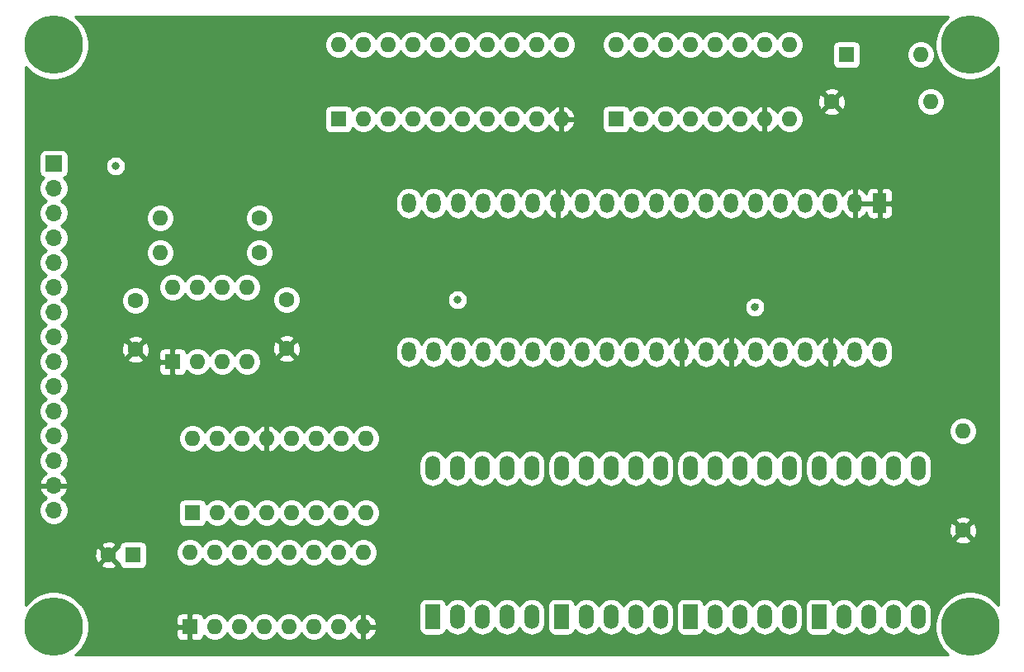
<source format=gbr>
%TF.GenerationSoftware,KiCad,Pcbnew,(5.1.10-1-10_14)*%
%TF.CreationDate,2021-07-31T23:03:57-04:00*%
%TF.ProjectId,DISPLAY,44495350-4c41-4592-9e6b-696361645f70,rev?*%
%TF.SameCoordinates,Original*%
%TF.FileFunction,Copper,L4,Bot*%
%TF.FilePolarity,Positive*%
%FSLAX46Y46*%
G04 Gerber Fmt 4.6, Leading zero omitted, Abs format (unit mm)*
G04 Created by KiCad (PCBNEW (5.1.10-1-10_14)) date 2021-07-31 23:03:57*
%MOMM*%
%LPD*%
G01*
G04 APERTURE LIST*
%TA.AperFunction,ComponentPad*%
%ADD10O,1.700000X1.700000*%
%TD*%
%TA.AperFunction,ComponentPad*%
%ADD11R,1.700000X1.700000*%
%TD*%
%TA.AperFunction,ComponentPad*%
%ADD12O,1.600000X1.600000*%
%TD*%
%TA.AperFunction,ComponentPad*%
%ADD13C,1.600000*%
%TD*%
%TA.AperFunction,ComponentPad*%
%ADD14R,1.600000X1.600000*%
%TD*%
%TA.AperFunction,ComponentPad*%
%ADD15C,0.800000*%
%TD*%
%TA.AperFunction,ComponentPad*%
%ADD16C,6.000000*%
%TD*%
%TA.AperFunction,ComponentPad*%
%ADD17O,1.440000X2.000000*%
%TD*%
%TA.AperFunction,ComponentPad*%
%ADD18R,1.440000X2.000000*%
%TD*%
%TA.AperFunction,ComponentPad*%
%ADD19R,1.524000X2.524000*%
%TD*%
%TA.AperFunction,ComponentPad*%
%ADD20O,1.524000X2.524000*%
%TD*%
%TA.AperFunction,ViaPad*%
%ADD21C,0.800000*%
%TD*%
%TA.AperFunction,Conductor*%
%ADD22C,0.250000*%
%TD*%
%TA.AperFunction,Conductor*%
%ADD23C,0.254000*%
%TD*%
%TA.AperFunction,Conductor*%
%ADD24C,0.100000*%
%TD*%
G04 APERTURE END LIST*
D10*
%TO.P,J2,15*%
%TO.N,VCC*%
X86868000Y-58928000D03*
%TO.P,J2,14*%
%TO.N,GND*%
X86868000Y-56388000D03*
%TO.P,J2,13*%
%TO.N,SIGNED*%
X86868000Y-53848000D03*
%TO.P,J2,12*%
%TO.N,RST*%
X86868000Y-51308000D03*
%TO.P,J2,11*%
%TO.N,CLOCK*%
X86868000Y-48768000D03*
%TO.P,J2,10*%
%TO.N,OI*%
X86868000Y-46228000D03*
%TO.P,J2,9*%
%TO.N,HEX*%
X86868000Y-43688000D03*
%TO.P,J2,8*%
%TO.N,BUS0*%
X86868000Y-41148000D03*
%TO.P,J2,7*%
%TO.N,BUS1*%
X86868000Y-38608000D03*
%TO.P,J2,6*%
%TO.N,BUS2*%
X86868000Y-36068000D03*
%TO.P,J2,5*%
%TO.N,BUS3*%
X86868000Y-33528000D03*
%TO.P,J2,4*%
%TO.N,BUS4*%
X86868000Y-30988000D03*
%TO.P,J2,3*%
%TO.N,BUS5*%
X86868000Y-28448000D03*
%TO.P,J2,2*%
%TO.N,BUS6*%
X86868000Y-25908000D03*
D11*
%TO.P,J2,1*%
%TO.N,BUS7*%
X86868000Y-23368000D03*
%TD*%
D12*
%TO.P,R2,2*%
%TO.N,HEX*%
X180086000Y-50800000D03*
D13*
%TO.P,R2,1*%
%TO.N,GND*%
X180086000Y-60960000D03*
%TD*%
D12*
%TO.P,SW1,2*%
%TO.N,SIGNED*%
X175768000Y-12192000D03*
D14*
%TO.P,SW1,1*%
%TO.N,VCC*%
X168148000Y-12192000D03*
%TD*%
D12*
%TO.P,R1,2*%
%TO.N,SIGNED*%
X176784000Y-17018000D03*
D13*
%TO.P,R1,1*%
%TO.N,GND*%
X166624000Y-17018000D03*
%TD*%
%TO.P,C16,2*%
%TO.N,GND*%
X92496000Y-63500000D03*
D14*
%TO.P,C16,1*%
%TO.N,VCC*%
X94996000Y-63500000D03*
%TD*%
D15*
%TO.P,REF\u002A\u002A,1*%
%TO.N,N/C*%
X88458990Y-9585010D03*
X86868000Y-8926000D03*
X85277010Y-9585010D03*
X84618000Y-11176000D03*
X85277010Y-12766990D03*
X86868000Y-13426000D03*
X88458990Y-12766990D03*
X89118000Y-11176000D03*
D16*
X86868000Y-11176000D03*
%TD*%
%TO.P,REF\u002A\u002A,1*%
%TO.N,N/C*%
X86868000Y-70866000D03*
D15*
X89118000Y-70866000D03*
X88458990Y-72456990D03*
X86868000Y-73116000D03*
X85277010Y-72456990D03*
X84618000Y-70866000D03*
X85277010Y-69275010D03*
X86868000Y-68616000D03*
X88458990Y-69275010D03*
%TD*%
D16*
%TO.P,REF\u002A\u002A,1*%
%TO.N,N/C*%
X180848000Y-11176000D03*
D15*
X183098000Y-11176000D03*
X182438990Y-12766990D03*
X180848000Y-13426000D03*
X179257010Y-12766990D03*
X178598000Y-11176000D03*
X179257010Y-9585010D03*
X180848000Y-8926000D03*
X182438990Y-9585010D03*
%TD*%
%TO.P,REF\u002A\u002A,1*%
%TO.N,N/C*%
X182438990Y-69275010D03*
X180848000Y-68616000D03*
X179257010Y-69275010D03*
X178598000Y-70866000D03*
X179257010Y-72456990D03*
X180848000Y-73116000D03*
X182438990Y-72456990D03*
X183098000Y-70866000D03*
D16*
X180848000Y-70866000D03*
%TD*%
D12*
%TO.P,U4332,16*%
%TO.N,VCC*%
X100838000Y-63246000D03*
%TO.P,U4332,8*%
%TO.N,GND*%
X118618000Y-70866000D03*
%TO.P,U4332,15*%
%TO.N,N/C*%
X103378000Y-63246000D03*
%TO.P,U4332,7*%
%TO.N,SIGN_DISPLAY*%
X116078000Y-70866000D03*
%TO.P,U4332,14*%
%TO.N,N/C*%
X105918000Y-63246000D03*
%TO.P,U4332,6*%
%TO.N,100_DISPLAY*%
X113538000Y-70866000D03*
%TO.P,U4332,13*%
%TO.N,N/C*%
X108458000Y-63246000D03*
%TO.P,U4332,5*%
%TO.N,10_DISPLAY*%
X110998000Y-70866000D03*
%TO.P,U4332,12*%
%TO.N,N/C*%
X110998000Y-63246000D03*
%TO.P,U4332,4*%
%TO.N,1_DISPLAY*%
X108458000Y-70866000D03*
%TO.P,U4332,11*%
%TO.N,N/C*%
X113538000Y-63246000D03*
%TO.P,U4332,3*%
%TO.N,A1*%
X105918000Y-70866000D03*
%TO.P,U4332,10*%
%TO.N,N/C*%
X116078000Y-63246000D03*
%TO.P,U4332,2*%
%TO.N,A0*%
X103378000Y-70866000D03*
%TO.P,U4332,9*%
%TO.N,N/C*%
X118618000Y-63246000D03*
D14*
%TO.P,U4332,1*%
%TO.N,GND*%
X100838000Y-70866000D03*
%TD*%
D12*
%TO.P,U2444,16*%
%TO.N,VCC*%
X101092000Y-51562000D03*
%TO.P,U2444,8*%
X118872000Y-59182000D03*
%TO.P,U2444,15*%
%TO.N,Net-(U2444-Pad15)*%
X103632000Y-51562000D03*
%TO.P,U2444,7*%
%TO.N,VCC*%
X116332000Y-59182000D03*
%TO.P,U2444,14*%
%TO.N,A0*%
X106172000Y-51562000D03*
%TO.P,U2444,6*%
X113792000Y-59182000D03*
%TO.P,U2444,13*%
%TO.N,GND*%
X108712000Y-51562000D03*
%TO.P,U2444,5*%
%TO.N,VCC*%
X111252000Y-59182000D03*
%TO.P,U2444,12*%
X111252000Y-51562000D03*
%TO.P,U2444,4*%
X108712000Y-59182000D03*
%TO.P,U2444,11*%
%TO.N,Net-(U2444-Pad11)*%
X113792000Y-51562000D03*
%TO.P,U2444,3*%
%TO.N,VCC*%
X106172000Y-59182000D03*
%TO.P,U2444,10*%
%TO.N,A1*%
X116332000Y-51562000D03*
%TO.P,U2444,2*%
%TO.N,VCC*%
X103632000Y-59182000D03*
%TO.P,U2444,9*%
X118872000Y-51562000D03*
D14*
%TO.P,U2444,1*%
%TO.N,RATE*%
X101092000Y-59182000D03*
%TD*%
D12*
%TO.P,U1555,8*%
%TO.N,VCC*%
X99060000Y-36068000D03*
%TO.P,U1555,4*%
%TO.N,Net-(U1555-Pad4)*%
X106680000Y-43688000D03*
%TO.P,U1555,7*%
%TO.N,Net-(R1452-Pad1)*%
X101600000Y-36068000D03*
%TO.P,U1555,3*%
%TO.N,RATE*%
X104140000Y-43688000D03*
%TO.P,U1555,6*%
%TO.N,Net-(C133-Pad2)*%
X104140000Y-36068000D03*
%TO.P,U1555,2*%
X101600000Y-43688000D03*
%TO.P,U1555,5*%
%TO.N,Net-(C233-Pad1)*%
X106680000Y-36068000D03*
D14*
%TO.P,U1555,1*%
%TO.N,GND*%
X99060000Y-43688000D03*
%TD*%
D17*
%TO.P,U9,*%
%TO.N,*%
X123291600Y-42672000D03*
X123291600Y-27432000D03*
X125831600Y-42672000D03*
X125831600Y-27432000D03*
X128371600Y-42672000D03*
X128371600Y-27432000D03*
X130911600Y-42672000D03*
X130911600Y-27432000D03*
X133451600Y-42672000D03*
X133451600Y-27432000D03*
X135991600Y-42672000D03*
X135991600Y-27432000D03*
%TO.P,U9,15*%
%TO.N,D_SEG*%
X138531600Y-42672000D03*
%TO.P,U9,14*%
%TO.N,GND*%
X138531600Y-27432000D03*
%TO.P,U9,16*%
%TO.N,C_SEG*%
X141071600Y-42672000D03*
%TO.P,U9,13*%
%TO.N,E_SEG*%
X141071600Y-27432000D03*
%TO.P,U9,17*%
%TO.N,B_SEG*%
X143611600Y-42672000D03*
%TO.P,U9,12*%
%TO.N,F_SEG*%
X143611600Y-27432000D03*
%TO.P,U9,18*%
%TO.N,A_SEG*%
X146151600Y-42672000D03*
%TO.P,U9,11*%
%TO.N,G_SEG*%
X146151600Y-27432000D03*
%TO.P,U9,19*%
%TO.N,DP_SEG*%
X148691600Y-42672000D03*
%TO.P,U9,10*%
%TO.N,Net-(U3-Pad19)*%
X148691600Y-27432000D03*
%TO.P,U9,20*%
%TO.N,GND*%
X151231600Y-42672000D03*
%TO.P,U9,9*%
%TO.N,Net-(U3-Pad16)*%
X151231600Y-27432000D03*
%TO.P,U9,21*%
%TO.N,SIGNED*%
X153771600Y-42672000D03*
%TO.P,U9,8*%
%TO.N,Net-(U3-Pad15)*%
X153771600Y-27432000D03*
%TO.P,U9,22*%
%TO.N,GND*%
X156311600Y-42672000D03*
%TO.P,U9,7*%
%TO.N,Net-(U3-Pad12)*%
X156311600Y-27432000D03*
%TO.P,U9,23*%
%TO.N,HEX*%
X158851600Y-42672000D03*
%TO.P,U9,6*%
%TO.N,Net-(U3-Pad9)*%
X158851600Y-27432000D03*
%TO.P,U9,24*%
%TO.N,A1*%
X161391600Y-42672000D03*
%TO.P,U9,5*%
%TO.N,Net-(U3-Pad6)*%
X161391600Y-27432000D03*
%TO.P,U9,25*%
%TO.N,A0*%
X163931600Y-42672000D03*
%TO.P,U9,4*%
%TO.N,Net-(U3-Pad5)*%
X163931600Y-27432000D03*
%TO.P,U9,26*%
%TO.N,GND*%
X166471600Y-42672000D03*
%TO.P,U9,3*%
%TO.N,Net-(U3-Pad2)*%
X166471600Y-27432000D03*
%TO.P,U9,27*%
%TO.N,VCC*%
X169011600Y-42672000D03*
%TO.P,U9,2*%
%TO.N,GND*%
X169011600Y-27432000D03*
%TO.P,U9,28*%
%TO.N,VCC*%
X171551600Y-42672000D03*
D18*
%TO.P,U9,1*%
%TO.N,GND*%
X171551600Y-27432000D03*
%TD*%
D19*
%TO.P,U6,1*%
%TO.N,E_SEG*%
X165354000Y-69850000D03*
D20*
%TO.P,U6,2*%
%TO.N,D_SEG*%
X167894000Y-69850000D03*
%TO.P,U6,3*%
%TO.N,1_DISPLAY*%
X170434000Y-69850000D03*
%TO.P,U6,4*%
%TO.N,C_SEG*%
X172974000Y-69850000D03*
%TO.P,U6,5*%
%TO.N,DP_SEG*%
X175514000Y-69850000D03*
%TO.P,U6,6*%
%TO.N,B_SEG*%
X175514000Y-54610000D03*
%TO.P,U6,7*%
%TO.N,A_SEG*%
X172974000Y-54610000D03*
%TO.P,U6,8*%
%TO.N,1_DISPLAY*%
X170434000Y-54610000D03*
%TO.P,U6,9*%
%TO.N,F_SEG*%
X167894000Y-54610000D03*
%TO.P,U6,10*%
%TO.N,G_SEG*%
X165354000Y-54610000D03*
%TD*%
D19*
%TO.P,U5,1*%
%TO.N,E_SEG*%
X152146000Y-69850000D03*
D20*
%TO.P,U5,2*%
%TO.N,D_SEG*%
X154686000Y-69850000D03*
%TO.P,U5,3*%
%TO.N,10_DISPLAY*%
X157226000Y-69850000D03*
%TO.P,U5,4*%
%TO.N,C_SEG*%
X159766000Y-69850000D03*
%TO.P,U5,5*%
%TO.N,DP_SEG*%
X162306000Y-69850000D03*
%TO.P,U5,6*%
%TO.N,B_SEG*%
X162306000Y-54610000D03*
%TO.P,U5,7*%
%TO.N,A_SEG*%
X159766000Y-54610000D03*
%TO.P,U5,8*%
%TO.N,10_DISPLAY*%
X157226000Y-54610000D03*
%TO.P,U5,9*%
%TO.N,F_SEG*%
X154686000Y-54610000D03*
%TO.P,U5,10*%
%TO.N,G_SEG*%
X152146000Y-54610000D03*
%TD*%
D19*
%TO.P,U4,1*%
%TO.N,E_SEG*%
X138938000Y-69850000D03*
D20*
%TO.P,U4,2*%
%TO.N,D_SEG*%
X141478000Y-69850000D03*
%TO.P,U4,3*%
%TO.N,100_DISPLAY*%
X144018000Y-69850000D03*
%TO.P,U4,4*%
%TO.N,C_SEG*%
X146558000Y-69850000D03*
%TO.P,U4,5*%
%TO.N,DP_SEG*%
X149098000Y-69850000D03*
%TO.P,U4,6*%
%TO.N,B_SEG*%
X149098000Y-54610000D03*
%TO.P,U4,7*%
%TO.N,A_SEG*%
X146558000Y-54610000D03*
%TO.P,U4,8*%
%TO.N,100_DISPLAY*%
X144018000Y-54610000D03*
%TO.P,U4,9*%
%TO.N,F_SEG*%
X141478000Y-54610000D03*
%TO.P,U4,10*%
%TO.N,G_SEG*%
X138938000Y-54610000D03*
%TD*%
D12*
%TO.P,U3,20*%
%TO.N,VCC*%
X116078000Y-11176000D03*
%TO.P,U3,10*%
%TO.N,GND*%
X138938000Y-18796000D03*
%TO.P,U3,19*%
%TO.N,Net-(U3-Pad19)*%
X118618000Y-11176000D03*
%TO.P,U3,9*%
%TO.N,Net-(U3-Pad9)*%
X136398000Y-18796000D03*
%TO.P,U3,18*%
%TO.N,BUS0*%
X121158000Y-11176000D03*
%TO.P,U3,8*%
%TO.N,BUS4*%
X133858000Y-18796000D03*
%TO.P,U3,17*%
%TO.N,BUS1*%
X123698000Y-11176000D03*
%TO.P,U3,7*%
%TO.N,BUS5*%
X131318000Y-18796000D03*
%TO.P,U3,16*%
%TO.N,Net-(U3-Pad16)*%
X126238000Y-11176000D03*
%TO.P,U3,6*%
%TO.N,Net-(U3-Pad6)*%
X128778000Y-18796000D03*
%TO.P,U3,15*%
%TO.N,Net-(U3-Pad15)*%
X128778000Y-11176000D03*
%TO.P,U3,5*%
%TO.N,Net-(U3-Pad5)*%
X126238000Y-18796000D03*
%TO.P,U3,14*%
%TO.N,BUS2*%
X131318000Y-11176000D03*
%TO.P,U3,4*%
%TO.N,BUS6*%
X123698000Y-18796000D03*
%TO.P,U3,13*%
%TO.N,BUS3*%
X133858000Y-11176000D03*
%TO.P,U3,3*%
%TO.N,BUS7*%
X121158000Y-18796000D03*
%TO.P,U3,12*%
%TO.N,Net-(U3-Pad12)*%
X136398000Y-11176000D03*
%TO.P,U3,2*%
%TO.N,Net-(U3-Pad2)*%
X118618000Y-18796000D03*
%TO.P,U3,11*%
%TO.N,Net-(U2-Pad3)*%
X138938000Y-11176000D03*
D14*
%TO.P,U3,1*%
%TO.N,RST*%
X116078000Y-18796000D03*
%TD*%
D12*
%TO.P,U2,16*%
%TO.N,N/C*%
X144526000Y-11176000D03*
%TO.P,U2,8*%
X162306000Y-18796000D03*
%TO.P,U2,15*%
X147066000Y-11176000D03*
%TO.P,U2,7*%
%TO.N,GND*%
X159766000Y-18796000D03*
%TO.P,U2,14*%
%TO.N,VCC*%
X149606000Y-11176000D03*
%TO.P,U2,6*%
%TO.N,N/C*%
X157226000Y-18796000D03*
%TO.P,U2,13*%
X152146000Y-11176000D03*
%TO.P,U2,5*%
X154686000Y-18796000D03*
%TO.P,U2,12*%
X154686000Y-11176000D03*
%TO.P,U2,4*%
X152146000Y-18796000D03*
%TO.P,U2,11*%
X157226000Y-11176000D03*
%TO.P,U2,3*%
%TO.N,Net-(U2-Pad3)*%
X149606000Y-18796000D03*
%TO.P,U2,10*%
%TO.N,N/C*%
X159766000Y-11176000D03*
%TO.P,U2,2*%
%TO.N,CLOCK*%
X147066000Y-18796000D03*
%TO.P,U2,9*%
%TO.N,N/C*%
X162306000Y-11176000D03*
D14*
%TO.P,U2,1*%
%TO.N,OI*%
X144526000Y-18796000D03*
%TD*%
D19*
%TO.P,U1,1*%
%TO.N,E_SEG*%
X125730000Y-69850000D03*
D20*
%TO.P,U1,2*%
%TO.N,D_SEG*%
X128270000Y-69850000D03*
%TO.P,U1,3*%
%TO.N,SIGN_DISPLAY*%
X130810000Y-69850000D03*
%TO.P,U1,4*%
%TO.N,C_SEG*%
X133350000Y-69850000D03*
%TO.P,U1,5*%
%TO.N,DP_SEG*%
X135890000Y-69850000D03*
%TO.P,U1,6*%
%TO.N,B_SEG*%
X135890000Y-54610000D03*
%TO.P,U1,7*%
%TO.N,A_SEG*%
X133350000Y-54610000D03*
%TO.P,U1,8*%
%TO.N,SIGN_DISPLAY*%
X130810000Y-54610000D03*
%TO.P,U1,9*%
%TO.N,F_SEG*%
X128270000Y-54610000D03*
%TO.P,U1,10*%
%TO.N,G_SEG*%
X125730000Y-54610000D03*
%TD*%
D12*
%TO.P,R2123,2*%
%TO.N,VCC*%
X97790000Y-32512000D03*
D13*
%TO.P,R2123,1*%
%TO.N,Net-(R1452-Pad1)*%
X107950000Y-32512000D03*
%TD*%
D12*
%TO.P,R1452,2*%
%TO.N,Net-(C133-Pad2)*%
X97790000Y-28956000D03*
D13*
%TO.P,R1452,1*%
%TO.N,Net-(R1452-Pad1)*%
X107950000Y-28956000D03*
%TD*%
%TO.P,C233,2*%
%TO.N,GND*%
X110744000Y-42338000D03*
%TO.P,C233,1*%
%TO.N,Net-(C233-Pad1)*%
X110744000Y-37338000D03*
%TD*%
%TO.P,C133,2*%
%TO.N,Net-(C133-Pad2)*%
X95250000Y-37418000D03*
%TO.P,C133,1*%
%TO.N,GND*%
X95250000Y-42418000D03*
%TD*%
D21*
%TO.N,RST*%
X93218000Y-23622000D03*
%TO.N,HEX*%
X128270000Y-37338000D03*
X158750000Y-38100000D03*
%TD*%
D22*
%TO.N,HEX*%
X158750000Y-38100000D02*
X159004000Y-37846000D01*
%TD*%
D23*
%TO.N,GND*%
X178530823Y-8352511D02*
X178024511Y-8858823D01*
X177626705Y-9454182D01*
X177352691Y-10115710D01*
X177213000Y-10817984D01*
X177213000Y-11534016D01*
X177352691Y-12236290D01*
X177626705Y-12897818D01*
X178024511Y-13493177D01*
X178530823Y-13999489D01*
X179126182Y-14397295D01*
X179787710Y-14671309D01*
X180489984Y-14811000D01*
X181206016Y-14811000D01*
X181908290Y-14671309D01*
X182569818Y-14397295D01*
X183165177Y-13999489D01*
X183671489Y-13493177D01*
X183719000Y-13422072D01*
X183719001Y-68619930D01*
X183671489Y-68548823D01*
X183165177Y-68042511D01*
X182569818Y-67644705D01*
X181908290Y-67370691D01*
X181206016Y-67231000D01*
X180489984Y-67231000D01*
X179787710Y-67370691D01*
X179126182Y-67644705D01*
X178530823Y-68042511D01*
X178024511Y-68548823D01*
X177626705Y-69144182D01*
X177352691Y-69805710D01*
X177213000Y-70507984D01*
X177213000Y-71224016D01*
X177352691Y-71926290D01*
X177626705Y-72587818D01*
X178024511Y-73183177D01*
X178530823Y-73689489D01*
X178601928Y-73737000D01*
X89114072Y-73737000D01*
X89185177Y-73689489D01*
X89691489Y-73183177D01*
X90089295Y-72587818D01*
X90363309Y-71926290D01*
X90415083Y-71666000D01*
X99399928Y-71666000D01*
X99412188Y-71790482D01*
X99448498Y-71910180D01*
X99507463Y-72020494D01*
X99586815Y-72117185D01*
X99683506Y-72196537D01*
X99793820Y-72255502D01*
X99913518Y-72291812D01*
X100038000Y-72304072D01*
X100552250Y-72301000D01*
X100711000Y-72142250D01*
X100711000Y-70993000D01*
X99561750Y-70993000D01*
X99403000Y-71151750D01*
X99399928Y-71666000D01*
X90415083Y-71666000D01*
X90503000Y-71224016D01*
X90503000Y-70507984D01*
X90415084Y-70066000D01*
X99399928Y-70066000D01*
X99403000Y-70580250D01*
X99561750Y-70739000D01*
X100711000Y-70739000D01*
X100711000Y-69589750D01*
X100965000Y-69589750D01*
X100965000Y-70739000D01*
X100985000Y-70739000D01*
X100985000Y-70993000D01*
X100965000Y-70993000D01*
X100965000Y-72142250D01*
X101123750Y-72301000D01*
X101638000Y-72304072D01*
X101762482Y-72291812D01*
X101882180Y-72255502D01*
X101992494Y-72196537D01*
X102089185Y-72117185D01*
X102168537Y-72020494D01*
X102227502Y-71910180D01*
X102263812Y-71790482D01*
X102264643Y-71782039D01*
X102463241Y-71980637D01*
X102698273Y-72137680D01*
X102959426Y-72245853D01*
X103236665Y-72301000D01*
X103519335Y-72301000D01*
X103796574Y-72245853D01*
X104057727Y-72137680D01*
X104292759Y-71980637D01*
X104492637Y-71780759D01*
X104648000Y-71548241D01*
X104803363Y-71780759D01*
X105003241Y-71980637D01*
X105238273Y-72137680D01*
X105499426Y-72245853D01*
X105776665Y-72301000D01*
X106059335Y-72301000D01*
X106336574Y-72245853D01*
X106597727Y-72137680D01*
X106832759Y-71980637D01*
X107032637Y-71780759D01*
X107188000Y-71548241D01*
X107343363Y-71780759D01*
X107543241Y-71980637D01*
X107778273Y-72137680D01*
X108039426Y-72245853D01*
X108316665Y-72301000D01*
X108599335Y-72301000D01*
X108876574Y-72245853D01*
X109137727Y-72137680D01*
X109372759Y-71980637D01*
X109572637Y-71780759D01*
X109728000Y-71548241D01*
X109883363Y-71780759D01*
X110083241Y-71980637D01*
X110318273Y-72137680D01*
X110579426Y-72245853D01*
X110856665Y-72301000D01*
X111139335Y-72301000D01*
X111416574Y-72245853D01*
X111677727Y-72137680D01*
X111912759Y-71980637D01*
X112112637Y-71780759D01*
X112268000Y-71548241D01*
X112423363Y-71780759D01*
X112623241Y-71980637D01*
X112858273Y-72137680D01*
X113119426Y-72245853D01*
X113396665Y-72301000D01*
X113679335Y-72301000D01*
X113956574Y-72245853D01*
X114217727Y-72137680D01*
X114452759Y-71980637D01*
X114652637Y-71780759D01*
X114808000Y-71548241D01*
X114963363Y-71780759D01*
X115163241Y-71980637D01*
X115398273Y-72137680D01*
X115659426Y-72245853D01*
X115936665Y-72301000D01*
X116219335Y-72301000D01*
X116496574Y-72245853D01*
X116757727Y-72137680D01*
X116992759Y-71980637D01*
X117192637Y-71780759D01*
X117349680Y-71545727D01*
X117354067Y-71535135D01*
X117465615Y-71721131D01*
X117654586Y-71929519D01*
X117880580Y-72097037D01*
X118134913Y-72217246D01*
X118268961Y-72257904D01*
X118491000Y-72135915D01*
X118491000Y-70993000D01*
X118745000Y-70993000D01*
X118745000Y-72135915D01*
X118967039Y-72257904D01*
X119101087Y-72217246D01*
X119355420Y-72097037D01*
X119581414Y-71929519D01*
X119770385Y-71721131D01*
X119915070Y-71479881D01*
X120009909Y-71215040D01*
X119888624Y-70993000D01*
X118745000Y-70993000D01*
X118491000Y-70993000D01*
X118471000Y-70993000D01*
X118471000Y-70739000D01*
X118491000Y-70739000D01*
X118491000Y-69596085D01*
X118745000Y-69596085D01*
X118745000Y-70739000D01*
X119888624Y-70739000D01*
X120009909Y-70516960D01*
X119915070Y-70252119D01*
X119770385Y-70010869D01*
X119581414Y-69802481D01*
X119355420Y-69634963D01*
X119101087Y-69514754D01*
X118967039Y-69474096D01*
X118745000Y-69596085D01*
X118491000Y-69596085D01*
X118268961Y-69474096D01*
X118134913Y-69514754D01*
X117880580Y-69634963D01*
X117654586Y-69802481D01*
X117465615Y-70010869D01*
X117354067Y-70196865D01*
X117349680Y-70186273D01*
X117192637Y-69951241D01*
X116992759Y-69751363D01*
X116757727Y-69594320D01*
X116496574Y-69486147D01*
X116219335Y-69431000D01*
X115936665Y-69431000D01*
X115659426Y-69486147D01*
X115398273Y-69594320D01*
X115163241Y-69751363D01*
X114963363Y-69951241D01*
X114808000Y-70183759D01*
X114652637Y-69951241D01*
X114452759Y-69751363D01*
X114217727Y-69594320D01*
X113956574Y-69486147D01*
X113679335Y-69431000D01*
X113396665Y-69431000D01*
X113119426Y-69486147D01*
X112858273Y-69594320D01*
X112623241Y-69751363D01*
X112423363Y-69951241D01*
X112268000Y-70183759D01*
X112112637Y-69951241D01*
X111912759Y-69751363D01*
X111677727Y-69594320D01*
X111416574Y-69486147D01*
X111139335Y-69431000D01*
X110856665Y-69431000D01*
X110579426Y-69486147D01*
X110318273Y-69594320D01*
X110083241Y-69751363D01*
X109883363Y-69951241D01*
X109728000Y-70183759D01*
X109572637Y-69951241D01*
X109372759Y-69751363D01*
X109137727Y-69594320D01*
X108876574Y-69486147D01*
X108599335Y-69431000D01*
X108316665Y-69431000D01*
X108039426Y-69486147D01*
X107778273Y-69594320D01*
X107543241Y-69751363D01*
X107343363Y-69951241D01*
X107188000Y-70183759D01*
X107032637Y-69951241D01*
X106832759Y-69751363D01*
X106597727Y-69594320D01*
X106336574Y-69486147D01*
X106059335Y-69431000D01*
X105776665Y-69431000D01*
X105499426Y-69486147D01*
X105238273Y-69594320D01*
X105003241Y-69751363D01*
X104803363Y-69951241D01*
X104648000Y-70183759D01*
X104492637Y-69951241D01*
X104292759Y-69751363D01*
X104057727Y-69594320D01*
X103796574Y-69486147D01*
X103519335Y-69431000D01*
X103236665Y-69431000D01*
X102959426Y-69486147D01*
X102698273Y-69594320D01*
X102463241Y-69751363D01*
X102264643Y-69949961D01*
X102263812Y-69941518D01*
X102227502Y-69821820D01*
X102168537Y-69711506D01*
X102089185Y-69614815D01*
X101992494Y-69535463D01*
X101882180Y-69476498D01*
X101762482Y-69440188D01*
X101638000Y-69427928D01*
X101123750Y-69431000D01*
X100965000Y-69589750D01*
X100711000Y-69589750D01*
X100552250Y-69431000D01*
X100038000Y-69427928D01*
X99913518Y-69440188D01*
X99793820Y-69476498D01*
X99683506Y-69535463D01*
X99586815Y-69614815D01*
X99507463Y-69711506D01*
X99448498Y-69821820D01*
X99412188Y-69941518D01*
X99399928Y-70066000D01*
X90415084Y-70066000D01*
X90363309Y-69805710D01*
X90089295Y-69144182D01*
X89717667Y-68588000D01*
X124329928Y-68588000D01*
X124329928Y-71112000D01*
X124342188Y-71236482D01*
X124378498Y-71356180D01*
X124437463Y-71466494D01*
X124516815Y-71563185D01*
X124613506Y-71642537D01*
X124723820Y-71701502D01*
X124843518Y-71737812D01*
X124968000Y-71750072D01*
X126492000Y-71750072D01*
X126616482Y-71737812D01*
X126736180Y-71701502D01*
X126846494Y-71642537D01*
X126943185Y-71563185D01*
X127022537Y-71466494D01*
X127081502Y-71356180D01*
X127117812Y-71236482D01*
X127125579Y-71157622D01*
X127277393Y-71342608D01*
X127490114Y-71517183D01*
X127732806Y-71646904D01*
X127996141Y-71726786D01*
X128270000Y-71753759D01*
X128543860Y-71726786D01*
X128807195Y-71646904D01*
X129049887Y-71517183D01*
X129262608Y-71342608D01*
X129437183Y-71129887D01*
X129540000Y-70937529D01*
X129642817Y-71129887D01*
X129817393Y-71342608D01*
X130030114Y-71517183D01*
X130272806Y-71646904D01*
X130536141Y-71726786D01*
X130810000Y-71753759D01*
X131083860Y-71726786D01*
X131347195Y-71646904D01*
X131589887Y-71517183D01*
X131802608Y-71342608D01*
X131977183Y-71129887D01*
X132080000Y-70937529D01*
X132182817Y-71129887D01*
X132357393Y-71342608D01*
X132570114Y-71517183D01*
X132812806Y-71646904D01*
X133076141Y-71726786D01*
X133350000Y-71753759D01*
X133623860Y-71726786D01*
X133887195Y-71646904D01*
X134129887Y-71517183D01*
X134342608Y-71342608D01*
X134517183Y-71129887D01*
X134620000Y-70937529D01*
X134722817Y-71129887D01*
X134897393Y-71342608D01*
X135110114Y-71517183D01*
X135352806Y-71646904D01*
X135616141Y-71726786D01*
X135890000Y-71753759D01*
X136163860Y-71726786D01*
X136427195Y-71646904D01*
X136669887Y-71517183D01*
X136882608Y-71342608D01*
X137057183Y-71129887D01*
X137186904Y-70887195D01*
X137266786Y-70623860D01*
X137287000Y-70418625D01*
X137287000Y-69281375D01*
X137266786Y-69076140D01*
X137186904Y-68812805D01*
X137066744Y-68588000D01*
X137537928Y-68588000D01*
X137537928Y-71112000D01*
X137550188Y-71236482D01*
X137586498Y-71356180D01*
X137645463Y-71466494D01*
X137724815Y-71563185D01*
X137821506Y-71642537D01*
X137931820Y-71701502D01*
X138051518Y-71737812D01*
X138176000Y-71750072D01*
X139700000Y-71750072D01*
X139824482Y-71737812D01*
X139944180Y-71701502D01*
X140054494Y-71642537D01*
X140151185Y-71563185D01*
X140230537Y-71466494D01*
X140289502Y-71356180D01*
X140325812Y-71236482D01*
X140333579Y-71157622D01*
X140485393Y-71342608D01*
X140698114Y-71517183D01*
X140940806Y-71646904D01*
X141204141Y-71726786D01*
X141478000Y-71753759D01*
X141751860Y-71726786D01*
X142015195Y-71646904D01*
X142257887Y-71517183D01*
X142470608Y-71342608D01*
X142645183Y-71129887D01*
X142748000Y-70937529D01*
X142850817Y-71129887D01*
X143025393Y-71342608D01*
X143238114Y-71517183D01*
X143480806Y-71646904D01*
X143744141Y-71726786D01*
X144018000Y-71753759D01*
X144291860Y-71726786D01*
X144555195Y-71646904D01*
X144797887Y-71517183D01*
X145010608Y-71342608D01*
X145185183Y-71129887D01*
X145288000Y-70937529D01*
X145390817Y-71129887D01*
X145565393Y-71342608D01*
X145778114Y-71517183D01*
X146020806Y-71646904D01*
X146284141Y-71726786D01*
X146558000Y-71753759D01*
X146831860Y-71726786D01*
X147095195Y-71646904D01*
X147337887Y-71517183D01*
X147550608Y-71342608D01*
X147725183Y-71129887D01*
X147828000Y-70937529D01*
X147930817Y-71129887D01*
X148105393Y-71342608D01*
X148318114Y-71517183D01*
X148560806Y-71646904D01*
X148824141Y-71726786D01*
X149098000Y-71753759D01*
X149371860Y-71726786D01*
X149635195Y-71646904D01*
X149877887Y-71517183D01*
X150090608Y-71342608D01*
X150265183Y-71129887D01*
X150394904Y-70887195D01*
X150474786Y-70623860D01*
X150495000Y-70418625D01*
X150495000Y-69281375D01*
X150474786Y-69076140D01*
X150394904Y-68812805D01*
X150274744Y-68588000D01*
X150745928Y-68588000D01*
X150745928Y-71112000D01*
X150758188Y-71236482D01*
X150794498Y-71356180D01*
X150853463Y-71466494D01*
X150932815Y-71563185D01*
X151029506Y-71642537D01*
X151139820Y-71701502D01*
X151259518Y-71737812D01*
X151384000Y-71750072D01*
X152908000Y-71750072D01*
X153032482Y-71737812D01*
X153152180Y-71701502D01*
X153262494Y-71642537D01*
X153359185Y-71563185D01*
X153438537Y-71466494D01*
X153497502Y-71356180D01*
X153533812Y-71236482D01*
X153541579Y-71157622D01*
X153693393Y-71342608D01*
X153906114Y-71517183D01*
X154148806Y-71646904D01*
X154412141Y-71726786D01*
X154686000Y-71753759D01*
X154959860Y-71726786D01*
X155223195Y-71646904D01*
X155465887Y-71517183D01*
X155678608Y-71342608D01*
X155853183Y-71129887D01*
X155956000Y-70937529D01*
X156058817Y-71129887D01*
X156233393Y-71342608D01*
X156446114Y-71517183D01*
X156688806Y-71646904D01*
X156952141Y-71726786D01*
X157226000Y-71753759D01*
X157499860Y-71726786D01*
X157763195Y-71646904D01*
X158005887Y-71517183D01*
X158218608Y-71342608D01*
X158393183Y-71129887D01*
X158496000Y-70937529D01*
X158598817Y-71129887D01*
X158773393Y-71342608D01*
X158986114Y-71517183D01*
X159228806Y-71646904D01*
X159492141Y-71726786D01*
X159766000Y-71753759D01*
X160039860Y-71726786D01*
X160303195Y-71646904D01*
X160545887Y-71517183D01*
X160758608Y-71342608D01*
X160933183Y-71129887D01*
X161036000Y-70937529D01*
X161138817Y-71129887D01*
X161313393Y-71342608D01*
X161526114Y-71517183D01*
X161768806Y-71646904D01*
X162032141Y-71726786D01*
X162306000Y-71753759D01*
X162579860Y-71726786D01*
X162843195Y-71646904D01*
X163085887Y-71517183D01*
X163298608Y-71342608D01*
X163473183Y-71129887D01*
X163602904Y-70887195D01*
X163682786Y-70623860D01*
X163703000Y-70418625D01*
X163703000Y-69281375D01*
X163682786Y-69076140D01*
X163602904Y-68812805D01*
X163482744Y-68588000D01*
X163953928Y-68588000D01*
X163953928Y-71112000D01*
X163966188Y-71236482D01*
X164002498Y-71356180D01*
X164061463Y-71466494D01*
X164140815Y-71563185D01*
X164237506Y-71642537D01*
X164347820Y-71701502D01*
X164467518Y-71737812D01*
X164592000Y-71750072D01*
X166116000Y-71750072D01*
X166240482Y-71737812D01*
X166360180Y-71701502D01*
X166470494Y-71642537D01*
X166567185Y-71563185D01*
X166646537Y-71466494D01*
X166705502Y-71356180D01*
X166741812Y-71236482D01*
X166749579Y-71157622D01*
X166901393Y-71342608D01*
X167114114Y-71517183D01*
X167356806Y-71646904D01*
X167620141Y-71726786D01*
X167894000Y-71753759D01*
X168167860Y-71726786D01*
X168431195Y-71646904D01*
X168673887Y-71517183D01*
X168886608Y-71342608D01*
X169061183Y-71129887D01*
X169164000Y-70937529D01*
X169266817Y-71129887D01*
X169441393Y-71342608D01*
X169654114Y-71517183D01*
X169896806Y-71646904D01*
X170160141Y-71726786D01*
X170434000Y-71753759D01*
X170707860Y-71726786D01*
X170971195Y-71646904D01*
X171213887Y-71517183D01*
X171426608Y-71342608D01*
X171601183Y-71129887D01*
X171704000Y-70937529D01*
X171806817Y-71129887D01*
X171981393Y-71342608D01*
X172194114Y-71517183D01*
X172436806Y-71646904D01*
X172700141Y-71726786D01*
X172974000Y-71753759D01*
X173247860Y-71726786D01*
X173511195Y-71646904D01*
X173753887Y-71517183D01*
X173966608Y-71342608D01*
X174141183Y-71129887D01*
X174244000Y-70937529D01*
X174346817Y-71129887D01*
X174521393Y-71342608D01*
X174734114Y-71517183D01*
X174976806Y-71646904D01*
X175240141Y-71726786D01*
X175514000Y-71753759D01*
X175787860Y-71726786D01*
X176051195Y-71646904D01*
X176293887Y-71517183D01*
X176506608Y-71342608D01*
X176681183Y-71129887D01*
X176810904Y-70887195D01*
X176890786Y-70623860D01*
X176911000Y-70418625D01*
X176911000Y-69281375D01*
X176890786Y-69076140D01*
X176810904Y-68812805D01*
X176681183Y-68570113D01*
X176506607Y-68357392D01*
X176293886Y-68182817D01*
X176051194Y-68053096D01*
X175787859Y-67973214D01*
X175514000Y-67946241D01*
X175240140Y-67973214D01*
X174976805Y-68053096D01*
X174734113Y-68182817D01*
X174521392Y-68357393D01*
X174346817Y-68570114D01*
X174244000Y-68762471D01*
X174141183Y-68570113D01*
X173966607Y-68357392D01*
X173753886Y-68182817D01*
X173511194Y-68053096D01*
X173247859Y-67973214D01*
X172974000Y-67946241D01*
X172700140Y-67973214D01*
X172436805Y-68053096D01*
X172194113Y-68182817D01*
X171981392Y-68357393D01*
X171806817Y-68570114D01*
X171704000Y-68762471D01*
X171601183Y-68570113D01*
X171426607Y-68357392D01*
X171213886Y-68182817D01*
X170971194Y-68053096D01*
X170707859Y-67973214D01*
X170434000Y-67946241D01*
X170160140Y-67973214D01*
X169896805Y-68053096D01*
X169654113Y-68182817D01*
X169441392Y-68357393D01*
X169266817Y-68570114D01*
X169164000Y-68762471D01*
X169061183Y-68570113D01*
X168886607Y-68357392D01*
X168673886Y-68182817D01*
X168431194Y-68053096D01*
X168167859Y-67973214D01*
X167894000Y-67946241D01*
X167620140Y-67973214D01*
X167356805Y-68053096D01*
X167114113Y-68182817D01*
X166901392Y-68357393D01*
X166749579Y-68542379D01*
X166741812Y-68463518D01*
X166705502Y-68343820D01*
X166646537Y-68233506D01*
X166567185Y-68136815D01*
X166470494Y-68057463D01*
X166360180Y-67998498D01*
X166240482Y-67962188D01*
X166116000Y-67949928D01*
X164592000Y-67949928D01*
X164467518Y-67962188D01*
X164347820Y-67998498D01*
X164237506Y-68057463D01*
X164140815Y-68136815D01*
X164061463Y-68233506D01*
X164002498Y-68343820D01*
X163966188Y-68463518D01*
X163953928Y-68588000D01*
X163482744Y-68588000D01*
X163473183Y-68570113D01*
X163298607Y-68357392D01*
X163085886Y-68182817D01*
X162843194Y-68053096D01*
X162579859Y-67973214D01*
X162306000Y-67946241D01*
X162032140Y-67973214D01*
X161768805Y-68053096D01*
X161526113Y-68182817D01*
X161313392Y-68357393D01*
X161138817Y-68570114D01*
X161036000Y-68762471D01*
X160933183Y-68570113D01*
X160758607Y-68357392D01*
X160545886Y-68182817D01*
X160303194Y-68053096D01*
X160039859Y-67973214D01*
X159766000Y-67946241D01*
X159492140Y-67973214D01*
X159228805Y-68053096D01*
X158986113Y-68182817D01*
X158773392Y-68357393D01*
X158598817Y-68570114D01*
X158496000Y-68762471D01*
X158393183Y-68570113D01*
X158218607Y-68357392D01*
X158005886Y-68182817D01*
X157763194Y-68053096D01*
X157499859Y-67973214D01*
X157226000Y-67946241D01*
X156952140Y-67973214D01*
X156688805Y-68053096D01*
X156446113Y-68182817D01*
X156233392Y-68357393D01*
X156058817Y-68570114D01*
X155956000Y-68762471D01*
X155853183Y-68570113D01*
X155678607Y-68357392D01*
X155465886Y-68182817D01*
X155223194Y-68053096D01*
X154959859Y-67973214D01*
X154686000Y-67946241D01*
X154412140Y-67973214D01*
X154148805Y-68053096D01*
X153906113Y-68182817D01*
X153693392Y-68357393D01*
X153541579Y-68542379D01*
X153533812Y-68463518D01*
X153497502Y-68343820D01*
X153438537Y-68233506D01*
X153359185Y-68136815D01*
X153262494Y-68057463D01*
X153152180Y-67998498D01*
X153032482Y-67962188D01*
X152908000Y-67949928D01*
X151384000Y-67949928D01*
X151259518Y-67962188D01*
X151139820Y-67998498D01*
X151029506Y-68057463D01*
X150932815Y-68136815D01*
X150853463Y-68233506D01*
X150794498Y-68343820D01*
X150758188Y-68463518D01*
X150745928Y-68588000D01*
X150274744Y-68588000D01*
X150265183Y-68570113D01*
X150090607Y-68357392D01*
X149877886Y-68182817D01*
X149635194Y-68053096D01*
X149371859Y-67973214D01*
X149098000Y-67946241D01*
X148824140Y-67973214D01*
X148560805Y-68053096D01*
X148318113Y-68182817D01*
X148105392Y-68357393D01*
X147930817Y-68570114D01*
X147828000Y-68762471D01*
X147725183Y-68570113D01*
X147550607Y-68357392D01*
X147337886Y-68182817D01*
X147095194Y-68053096D01*
X146831859Y-67973214D01*
X146558000Y-67946241D01*
X146284140Y-67973214D01*
X146020805Y-68053096D01*
X145778113Y-68182817D01*
X145565392Y-68357393D01*
X145390817Y-68570114D01*
X145288000Y-68762471D01*
X145185183Y-68570113D01*
X145010607Y-68357392D01*
X144797886Y-68182817D01*
X144555194Y-68053096D01*
X144291859Y-67973214D01*
X144018000Y-67946241D01*
X143744140Y-67973214D01*
X143480805Y-68053096D01*
X143238113Y-68182817D01*
X143025392Y-68357393D01*
X142850817Y-68570114D01*
X142748000Y-68762471D01*
X142645183Y-68570113D01*
X142470607Y-68357392D01*
X142257886Y-68182817D01*
X142015194Y-68053096D01*
X141751859Y-67973214D01*
X141478000Y-67946241D01*
X141204140Y-67973214D01*
X140940805Y-68053096D01*
X140698113Y-68182817D01*
X140485392Y-68357393D01*
X140333579Y-68542379D01*
X140325812Y-68463518D01*
X140289502Y-68343820D01*
X140230537Y-68233506D01*
X140151185Y-68136815D01*
X140054494Y-68057463D01*
X139944180Y-67998498D01*
X139824482Y-67962188D01*
X139700000Y-67949928D01*
X138176000Y-67949928D01*
X138051518Y-67962188D01*
X137931820Y-67998498D01*
X137821506Y-68057463D01*
X137724815Y-68136815D01*
X137645463Y-68233506D01*
X137586498Y-68343820D01*
X137550188Y-68463518D01*
X137537928Y-68588000D01*
X137066744Y-68588000D01*
X137057183Y-68570113D01*
X136882607Y-68357392D01*
X136669886Y-68182817D01*
X136427194Y-68053096D01*
X136163859Y-67973214D01*
X135890000Y-67946241D01*
X135616140Y-67973214D01*
X135352805Y-68053096D01*
X135110113Y-68182817D01*
X134897392Y-68357393D01*
X134722817Y-68570114D01*
X134620000Y-68762471D01*
X134517183Y-68570113D01*
X134342607Y-68357392D01*
X134129886Y-68182817D01*
X133887194Y-68053096D01*
X133623859Y-67973214D01*
X133350000Y-67946241D01*
X133076140Y-67973214D01*
X132812805Y-68053096D01*
X132570113Y-68182817D01*
X132357392Y-68357393D01*
X132182817Y-68570114D01*
X132080000Y-68762471D01*
X131977183Y-68570113D01*
X131802607Y-68357392D01*
X131589886Y-68182817D01*
X131347194Y-68053096D01*
X131083859Y-67973214D01*
X130810000Y-67946241D01*
X130536140Y-67973214D01*
X130272805Y-68053096D01*
X130030113Y-68182817D01*
X129817392Y-68357393D01*
X129642817Y-68570114D01*
X129540000Y-68762471D01*
X129437183Y-68570113D01*
X129262607Y-68357392D01*
X129049886Y-68182817D01*
X128807194Y-68053096D01*
X128543859Y-67973214D01*
X128270000Y-67946241D01*
X127996140Y-67973214D01*
X127732805Y-68053096D01*
X127490113Y-68182817D01*
X127277392Y-68357393D01*
X127125579Y-68542379D01*
X127117812Y-68463518D01*
X127081502Y-68343820D01*
X127022537Y-68233506D01*
X126943185Y-68136815D01*
X126846494Y-68057463D01*
X126736180Y-67998498D01*
X126616482Y-67962188D01*
X126492000Y-67949928D01*
X124968000Y-67949928D01*
X124843518Y-67962188D01*
X124723820Y-67998498D01*
X124613506Y-68057463D01*
X124516815Y-68136815D01*
X124437463Y-68233506D01*
X124378498Y-68343820D01*
X124342188Y-68463518D01*
X124329928Y-68588000D01*
X89717667Y-68588000D01*
X89691489Y-68548823D01*
X89185177Y-68042511D01*
X88589818Y-67644705D01*
X87928290Y-67370691D01*
X87226016Y-67231000D01*
X86509984Y-67231000D01*
X85807710Y-67370691D01*
X85146182Y-67644705D01*
X84550823Y-68042511D01*
X84044511Y-68548823D01*
X83997000Y-68619928D01*
X83997000Y-64492702D01*
X91682903Y-64492702D01*
X91754486Y-64736671D01*
X92009996Y-64857571D01*
X92284184Y-64926300D01*
X92566512Y-64940217D01*
X92846130Y-64898787D01*
X93112292Y-64803603D01*
X93237514Y-64736671D01*
X93309097Y-64492702D01*
X92496000Y-63679605D01*
X91682903Y-64492702D01*
X83997000Y-64492702D01*
X83997000Y-63570512D01*
X91055783Y-63570512D01*
X91097213Y-63850130D01*
X91192397Y-64116292D01*
X91259329Y-64241514D01*
X91503298Y-64313097D01*
X92316395Y-63500000D01*
X92675605Y-63500000D01*
X93488702Y-64313097D01*
X93557928Y-64292785D01*
X93557928Y-64300000D01*
X93570188Y-64424482D01*
X93606498Y-64544180D01*
X93665463Y-64654494D01*
X93744815Y-64751185D01*
X93841506Y-64830537D01*
X93951820Y-64889502D01*
X94071518Y-64925812D01*
X94196000Y-64938072D01*
X95796000Y-64938072D01*
X95920482Y-64925812D01*
X96040180Y-64889502D01*
X96150494Y-64830537D01*
X96247185Y-64751185D01*
X96326537Y-64654494D01*
X96385502Y-64544180D01*
X96421812Y-64424482D01*
X96434072Y-64300000D01*
X96434072Y-63104665D01*
X99403000Y-63104665D01*
X99403000Y-63387335D01*
X99458147Y-63664574D01*
X99566320Y-63925727D01*
X99723363Y-64160759D01*
X99923241Y-64360637D01*
X100158273Y-64517680D01*
X100419426Y-64625853D01*
X100696665Y-64681000D01*
X100979335Y-64681000D01*
X101256574Y-64625853D01*
X101517727Y-64517680D01*
X101752759Y-64360637D01*
X101952637Y-64160759D01*
X102108000Y-63928241D01*
X102263363Y-64160759D01*
X102463241Y-64360637D01*
X102698273Y-64517680D01*
X102959426Y-64625853D01*
X103236665Y-64681000D01*
X103519335Y-64681000D01*
X103796574Y-64625853D01*
X104057727Y-64517680D01*
X104292759Y-64360637D01*
X104492637Y-64160759D01*
X104648000Y-63928241D01*
X104803363Y-64160759D01*
X105003241Y-64360637D01*
X105238273Y-64517680D01*
X105499426Y-64625853D01*
X105776665Y-64681000D01*
X106059335Y-64681000D01*
X106336574Y-64625853D01*
X106597727Y-64517680D01*
X106832759Y-64360637D01*
X107032637Y-64160759D01*
X107188000Y-63928241D01*
X107343363Y-64160759D01*
X107543241Y-64360637D01*
X107778273Y-64517680D01*
X108039426Y-64625853D01*
X108316665Y-64681000D01*
X108599335Y-64681000D01*
X108876574Y-64625853D01*
X109137727Y-64517680D01*
X109372759Y-64360637D01*
X109572637Y-64160759D01*
X109728000Y-63928241D01*
X109883363Y-64160759D01*
X110083241Y-64360637D01*
X110318273Y-64517680D01*
X110579426Y-64625853D01*
X110856665Y-64681000D01*
X111139335Y-64681000D01*
X111416574Y-64625853D01*
X111677727Y-64517680D01*
X111912759Y-64360637D01*
X112112637Y-64160759D01*
X112268000Y-63928241D01*
X112423363Y-64160759D01*
X112623241Y-64360637D01*
X112858273Y-64517680D01*
X113119426Y-64625853D01*
X113396665Y-64681000D01*
X113679335Y-64681000D01*
X113956574Y-64625853D01*
X114217727Y-64517680D01*
X114452759Y-64360637D01*
X114652637Y-64160759D01*
X114808000Y-63928241D01*
X114963363Y-64160759D01*
X115163241Y-64360637D01*
X115398273Y-64517680D01*
X115659426Y-64625853D01*
X115936665Y-64681000D01*
X116219335Y-64681000D01*
X116496574Y-64625853D01*
X116757727Y-64517680D01*
X116992759Y-64360637D01*
X117192637Y-64160759D01*
X117348000Y-63928241D01*
X117503363Y-64160759D01*
X117703241Y-64360637D01*
X117938273Y-64517680D01*
X118199426Y-64625853D01*
X118476665Y-64681000D01*
X118759335Y-64681000D01*
X119036574Y-64625853D01*
X119297727Y-64517680D01*
X119532759Y-64360637D01*
X119732637Y-64160759D01*
X119889680Y-63925727D01*
X119997853Y-63664574D01*
X120053000Y-63387335D01*
X120053000Y-63104665D01*
X119997853Y-62827426D01*
X119889680Y-62566273D01*
X119732637Y-62331241D01*
X119532759Y-62131363D01*
X119297727Y-61974320D01*
X119245537Y-61952702D01*
X179272903Y-61952702D01*
X179344486Y-62196671D01*
X179599996Y-62317571D01*
X179874184Y-62386300D01*
X180156512Y-62400217D01*
X180436130Y-62358787D01*
X180702292Y-62263603D01*
X180827514Y-62196671D01*
X180899097Y-61952702D01*
X180086000Y-61139605D01*
X179272903Y-61952702D01*
X119245537Y-61952702D01*
X119036574Y-61866147D01*
X118759335Y-61811000D01*
X118476665Y-61811000D01*
X118199426Y-61866147D01*
X117938273Y-61974320D01*
X117703241Y-62131363D01*
X117503363Y-62331241D01*
X117348000Y-62563759D01*
X117192637Y-62331241D01*
X116992759Y-62131363D01*
X116757727Y-61974320D01*
X116496574Y-61866147D01*
X116219335Y-61811000D01*
X115936665Y-61811000D01*
X115659426Y-61866147D01*
X115398273Y-61974320D01*
X115163241Y-62131363D01*
X114963363Y-62331241D01*
X114808000Y-62563759D01*
X114652637Y-62331241D01*
X114452759Y-62131363D01*
X114217727Y-61974320D01*
X113956574Y-61866147D01*
X113679335Y-61811000D01*
X113396665Y-61811000D01*
X113119426Y-61866147D01*
X112858273Y-61974320D01*
X112623241Y-62131363D01*
X112423363Y-62331241D01*
X112268000Y-62563759D01*
X112112637Y-62331241D01*
X111912759Y-62131363D01*
X111677727Y-61974320D01*
X111416574Y-61866147D01*
X111139335Y-61811000D01*
X110856665Y-61811000D01*
X110579426Y-61866147D01*
X110318273Y-61974320D01*
X110083241Y-62131363D01*
X109883363Y-62331241D01*
X109728000Y-62563759D01*
X109572637Y-62331241D01*
X109372759Y-62131363D01*
X109137727Y-61974320D01*
X108876574Y-61866147D01*
X108599335Y-61811000D01*
X108316665Y-61811000D01*
X108039426Y-61866147D01*
X107778273Y-61974320D01*
X107543241Y-62131363D01*
X107343363Y-62331241D01*
X107188000Y-62563759D01*
X107032637Y-62331241D01*
X106832759Y-62131363D01*
X106597727Y-61974320D01*
X106336574Y-61866147D01*
X106059335Y-61811000D01*
X105776665Y-61811000D01*
X105499426Y-61866147D01*
X105238273Y-61974320D01*
X105003241Y-62131363D01*
X104803363Y-62331241D01*
X104648000Y-62563759D01*
X104492637Y-62331241D01*
X104292759Y-62131363D01*
X104057727Y-61974320D01*
X103796574Y-61866147D01*
X103519335Y-61811000D01*
X103236665Y-61811000D01*
X102959426Y-61866147D01*
X102698273Y-61974320D01*
X102463241Y-62131363D01*
X102263363Y-62331241D01*
X102108000Y-62563759D01*
X101952637Y-62331241D01*
X101752759Y-62131363D01*
X101517727Y-61974320D01*
X101256574Y-61866147D01*
X100979335Y-61811000D01*
X100696665Y-61811000D01*
X100419426Y-61866147D01*
X100158273Y-61974320D01*
X99923241Y-62131363D01*
X99723363Y-62331241D01*
X99566320Y-62566273D01*
X99458147Y-62827426D01*
X99403000Y-63104665D01*
X96434072Y-63104665D01*
X96434072Y-62700000D01*
X96421812Y-62575518D01*
X96385502Y-62455820D01*
X96326537Y-62345506D01*
X96247185Y-62248815D01*
X96150494Y-62169463D01*
X96040180Y-62110498D01*
X95920482Y-62074188D01*
X95796000Y-62061928D01*
X94196000Y-62061928D01*
X94071518Y-62074188D01*
X93951820Y-62110498D01*
X93841506Y-62169463D01*
X93744815Y-62248815D01*
X93665463Y-62345506D01*
X93606498Y-62455820D01*
X93570188Y-62575518D01*
X93557928Y-62700000D01*
X93557928Y-62707215D01*
X93488702Y-62686903D01*
X92675605Y-63500000D01*
X92316395Y-63500000D01*
X91503298Y-62686903D01*
X91259329Y-62758486D01*
X91138429Y-63013996D01*
X91069700Y-63288184D01*
X91055783Y-63570512D01*
X83997000Y-63570512D01*
X83997000Y-62507298D01*
X91682903Y-62507298D01*
X92496000Y-63320395D01*
X93309097Y-62507298D01*
X93237514Y-62263329D01*
X92982004Y-62142429D01*
X92707816Y-62073700D01*
X92425488Y-62059783D01*
X92145870Y-62101213D01*
X91879708Y-62196397D01*
X91754486Y-62263329D01*
X91682903Y-62507298D01*
X83997000Y-62507298D01*
X83997000Y-61030512D01*
X178645783Y-61030512D01*
X178687213Y-61310130D01*
X178782397Y-61576292D01*
X178849329Y-61701514D01*
X179093298Y-61773097D01*
X179906395Y-60960000D01*
X180265605Y-60960000D01*
X181078702Y-61773097D01*
X181322671Y-61701514D01*
X181443571Y-61446004D01*
X181512300Y-61171816D01*
X181526217Y-60889488D01*
X181484787Y-60609870D01*
X181389603Y-60343708D01*
X181322671Y-60218486D01*
X181078702Y-60146903D01*
X180265605Y-60960000D01*
X179906395Y-60960000D01*
X179093298Y-60146903D01*
X178849329Y-60218486D01*
X178728429Y-60473996D01*
X178659700Y-60748184D01*
X178645783Y-61030512D01*
X83997000Y-61030512D01*
X83997000Y-58781740D01*
X85383000Y-58781740D01*
X85383000Y-59074260D01*
X85440068Y-59361158D01*
X85552010Y-59631411D01*
X85714525Y-59874632D01*
X85921368Y-60081475D01*
X86164589Y-60243990D01*
X86434842Y-60355932D01*
X86721740Y-60413000D01*
X87014260Y-60413000D01*
X87301158Y-60355932D01*
X87571411Y-60243990D01*
X87814632Y-60081475D01*
X88021475Y-59874632D01*
X88183990Y-59631411D01*
X88295932Y-59361158D01*
X88353000Y-59074260D01*
X88353000Y-58781740D01*
X88295932Y-58494842D01*
X88249192Y-58382000D01*
X99653928Y-58382000D01*
X99653928Y-59982000D01*
X99666188Y-60106482D01*
X99702498Y-60226180D01*
X99761463Y-60336494D01*
X99840815Y-60433185D01*
X99937506Y-60512537D01*
X100047820Y-60571502D01*
X100167518Y-60607812D01*
X100292000Y-60620072D01*
X101892000Y-60620072D01*
X102016482Y-60607812D01*
X102136180Y-60571502D01*
X102246494Y-60512537D01*
X102343185Y-60433185D01*
X102422537Y-60336494D01*
X102481502Y-60226180D01*
X102517812Y-60106482D01*
X102518643Y-60098039D01*
X102717241Y-60296637D01*
X102952273Y-60453680D01*
X103213426Y-60561853D01*
X103490665Y-60617000D01*
X103773335Y-60617000D01*
X104050574Y-60561853D01*
X104311727Y-60453680D01*
X104546759Y-60296637D01*
X104746637Y-60096759D01*
X104902000Y-59864241D01*
X105057363Y-60096759D01*
X105257241Y-60296637D01*
X105492273Y-60453680D01*
X105753426Y-60561853D01*
X106030665Y-60617000D01*
X106313335Y-60617000D01*
X106590574Y-60561853D01*
X106851727Y-60453680D01*
X107086759Y-60296637D01*
X107286637Y-60096759D01*
X107442000Y-59864241D01*
X107597363Y-60096759D01*
X107797241Y-60296637D01*
X108032273Y-60453680D01*
X108293426Y-60561853D01*
X108570665Y-60617000D01*
X108853335Y-60617000D01*
X109130574Y-60561853D01*
X109391727Y-60453680D01*
X109626759Y-60296637D01*
X109826637Y-60096759D01*
X109982000Y-59864241D01*
X110137363Y-60096759D01*
X110337241Y-60296637D01*
X110572273Y-60453680D01*
X110833426Y-60561853D01*
X111110665Y-60617000D01*
X111393335Y-60617000D01*
X111670574Y-60561853D01*
X111931727Y-60453680D01*
X112166759Y-60296637D01*
X112366637Y-60096759D01*
X112522000Y-59864241D01*
X112677363Y-60096759D01*
X112877241Y-60296637D01*
X113112273Y-60453680D01*
X113373426Y-60561853D01*
X113650665Y-60617000D01*
X113933335Y-60617000D01*
X114210574Y-60561853D01*
X114471727Y-60453680D01*
X114706759Y-60296637D01*
X114906637Y-60096759D01*
X115062000Y-59864241D01*
X115217363Y-60096759D01*
X115417241Y-60296637D01*
X115652273Y-60453680D01*
X115913426Y-60561853D01*
X116190665Y-60617000D01*
X116473335Y-60617000D01*
X116750574Y-60561853D01*
X117011727Y-60453680D01*
X117246759Y-60296637D01*
X117446637Y-60096759D01*
X117602000Y-59864241D01*
X117757363Y-60096759D01*
X117957241Y-60296637D01*
X118192273Y-60453680D01*
X118453426Y-60561853D01*
X118730665Y-60617000D01*
X119013335Y-60617000D01*
X119290574Y-60561853D01*
X119551727Y-60453680D01*
X119786759Y-60296637D01*
X119986637Y-60096759D01*
X120073139Y-59967298D01*
X179272903Y-59967298D01*
X180086000Y-60780395D01*
X180899097Y-59967298D01*
X180827514Y-59723329D01*
X180572004Y-59602429D01*
X180297816Y-59533700D01*
X180015488Y-59519783D01*
X179735870Y-59561213D01*
X179469708Y-59656397D01*
X179344486Y-59723329D01*
X179272903Y-59967298D01*
X120073139Y-59967298D01*
X120143680Y-59861727D01*
X120251853Y-59600574D01*
X120307000Y-59323335D01*
X120307000Y-59040665D01*
X120251853Y-58763426D01*
X120143680Y-58502273D01*
X119986637Y-58267241D01*
X119786759Y-58067363D01*
X119551727Y-57910320D01*
X119290574Y-57802147D01*
X119013335Y-57747000D01*
X118730665Y-57747000D01*
X118453426Y-57802147D01*
X118192273Y-57910320D01*
X117957241Y-58067363D01*
X117757363Y-58267241D01*
X117602000Y-58499759D01*
X117446637Y-58267241D01*
X117246759Y-58067363D01*
X117011727Y-57910320D01*
X116750574Y-57802147D01*
X116473335Y-57747000D01*
X116190665Y-57747000D01*
X115913426Y-57802147D01*
X115652273Y-57910320D01*
X115417241Y-58067363D01*
X115217363Y-58267241D01*
X115062000Y-58499759D01*
X114906637Y-58267241D01*
X114706759Y-58067363D01*
X114471727Y-57910320D01*
X114210574Y-57802147D01*
X113933335Y-57747000D01*
X113650665Y-57747000D01*
X113373426Y-57802147D01*
X113112273Y-57910320D01*
X112877241Y-58067363D01*
X112677363Y-58267241D01*
X112522000Y-58499759D01*
X112366637Y-58267241D01*
X112166759Y-58067363D01*
X111931727Y-57910320D01*
X111670574Y-57802147D01*
X111393335Y-57747000D01*
X111110665Y-57747000D01*
X110833426Y-57802147D01*
X110572273Y-57910320D01*
X110337241Y-58067363D01*
X110137363Y-58267241D01*
X109982000Y-58499759D01*
X109826637Y-58267241D01*
X109626759Y-58067363D01*
X109391727Y-57910320D01*
X109130574Y-57802147D01*
X108853335Y-57747000D01*
X108570665Y-57747000D01*
X108293426Y-57802147D01*
X108032273Y-57910320D01*
X107797241Y-58067363D01*
X107597363Y-58267241D01*
X107442000Y-58499759D01*
X107286637Y-58267241D01*
X107086759Y-58067363D01*
X106851727Y-57910320D01*
X106590574Y-57802147D01*
X106313335Y-57747000D01*
X106030665Y-57747000D01*
X105753426Y-57802147D01*
X105492273Y-57910320D01*
X105257241Y-58067363D01*
X105057363Y-58267241D01*
X104902000Y-58499759D01*
X104746637Y-58267241D01*
X104546759Y-58067363D01*
X104311727Y-57910320D01*
X104050574Y-57802147D01*
X103773335Y-57747000D01*
X103490665Y-57747000D01*
X103213426Y-57802147D01*
X102952273Y-57910320D01*
X102717241Y-58067363D01*
X102518643Y-58265961D01*
X102517812Y-58257518D01*
X102481502Y-58137820D01*
X102422537Y-58027506D01*
X102343185Y-57930815D01*
X102246494Y-57851463D01*
X102136180Y-57792498D01*
X102016482Y-57756188D01*
X101892000Y-57743928D01*
X100292000Y-57743928D01*
X100167518Y-57756188D01*
X100047820Y-57792498D01*
X99937506Y-57851463D01*
X99840815Y-57930815D01*
X99761463Y-58027506D01*
X99702498Y-58137820D01*
X99666188Y-58257518D01*
X99653928Y-58382000D01*
X88249192Y-58382000D01*
X88183990Y-58224589D01*
X88021475Y-57981368D01*
X87814632Y-57774525D01*
X87632466Y-57652805D01*
X87749355Y-57583178D01*
X87965588Y-57388269D01*
X88139641Y-57154920D01*
X88264825Y-56892099D01*
X88309476Y-56744890D01*
X88188155Y-56515000D01*
X86995000Y-56515000D01*
X86995000Y-56535000D01*
X86741000Y-56535000D01*
X86741000Y-56515000D01*
X85547845Y-56515000D01*
X85426524Y-56744890D01*
X85471175Y-56892099D01*
X85596359Y-57154920D01*
X85770412Y-57388269D01*
X85986645Y-57583178D01*
X86103534Y-57652805D01*
X85921368Y-57774525D01*
X85714525Y-57981368D01*
X85552010Y-58224589D01*
X85440068Y-58494842D01*
X85383000Y-58781740D01*
X83997000Y-58781740D01*
X83997000Y-22518000D01*
X85379928Y-22518000D01*
X85379928Y-24218000D01*
X85392188Y-24342482D01*
X85428498Y-24462180D01*
X85487463Y-24572494D01*
X85566815Y-24669185D01*
X85663506Y-24748537D01*
X85773820Y-24807502D01*
X85846380Y-24829513D01*
X85714525Y-24961368D01*
X85552010Y-25204589D01*
X85440068Y-25474842D01*
X85383000Y-25761740D01*
X85383000Y-26054260D01*
X85440068Y-26341158D01*
X85552010Y-26611411D01*
X85714525Y-26854632D01*
X85921368Y-27061475D01*
X86095760Y-27178000D01*
X85921368Y-27294525D01*
X85714525Y-27501368D01*
X85552010Y-27744589D01*
X85440068Y-28014842D01*
X85383000Y-28301740D01*
X85383000Y-28594260D01*
X85440068Y-28881158D01*
X85552010Y-29151411D01*
X85714525Y-29394632D01*
X85921368Y-29601475D01*
X86095760Y-29718000D01*
X85921368Y-29834525D01*
X85714525Y-30041368D01*
X85552010Y-30284589D01*
X85440068Y-30554842D01*
X85383000Y-30841740D01*
X85383000Y-31134260D01*
X85440068Y-31421158D01*
X85552010Y-31691411D01*
X85714525Y-31934632D01*
X85921368Y-32141475D01*
X86095760Y-32258000D01*
X85921368Y-32374525D01*
X85714525Y-32581368D01*
X85552010Y-32824589D01*
X85440068Y-33094842D01*
X85383000Y-33381740D01*
X85383000Y-33674260D01*
X85440068Y-33961158D01*
X85552010Y-34231411D01*
X85714525Y-34474632D01*
X85921368Y-34681475D01*
X86095760Y-34798000D01*
X85921368Y-34914525D01*
X85714525Y-35121368D01*
X85552010Y-35364589D01*
X85440068Y-35634842D01*
X85383000Y-35921740D01*
X85383000Y-36214260D01*
X85440068Y-36501158D01*
X85552010Y-36771411D01*
X85714525Y-37014632D01*
X85921368Y-37221475D01*
X86095760Y-37338000D01*
X85921368Y-37454525D01*
X85714525Y-37661368D01*
X85552010Y-37904589D01*
X85440068Y-38174842D01*
X85383000Y-38461740D01*
X85383000Y-38754260D01*
X85440068Y-39041158D01*
X85552010Y-39311411D01*
X85714525Y-39554632D01*
X85921368Y-39761475D01*
X86095760Y-39878000D01*
X85921368Y-39994525D01*
X85714525Y-40201368D01*
X85552010Y-40444589D01*
X85440068Y-40714842D01*
X85383000Y-41001740D01*
X85383000Y-41294260D01*
X85440068Y-41581158D01*
X85552010Y-41851411D01*
X85714525Y-42094632D01*
X85921368Y-42301475D01*
X86095760Y-42418000D01*
X85921368Y-42534525D01*
X85714525Y-42741368D01*
X85552010Y-42984589D01*
X85440068Y-43254842D01*
X85383000Y-43541740D01*
X85383000Y-43834260D01*
X85440068Y-44121158D01*
X85552010Y-44391411D01*
X85714525Y-44634632D01*
X85921368Y-44841475D01*
X86095760Y-44958000D01*
X85921368Y-45074525D01*
X85714525Y-45281368D01*
X85552010Y-45524589D01*
X85440068Y-45794842D01*
X85383000Y-46081740D01*
X85383000Y-46374260D01*
X85440068Y-46661158D01*
X85552010Y-46931411D01*
X85714525Y-47174632D01*
X85921368Y-47381475D01*
X86095760Y-47498000D01*
X85921368Y-47614525D01*
X85714525Y-47821368D01*
X85552010Y-48064589D01*
X85440068Y-48334842D01*
X85383000Y-48621740D01*
X85383000Y-48914260D01*
X85440068Y-49201158D01*
X85552010Y-49471411D01*
X85714525Y-49714632D01*
X85921368Y-49921475D01*
X86095760Y-50038000D01*
X85921368Y-50154525D01*
X85714525Y-50361368D01*
X85552010Y-50604589D01*
X85440068Y-50874842D01*
X85383000Y-51161740D01*
X85383000Y-51454260D01*
X85440068Y-51741158D01*
X85552010Y-52011411D01*
X85714525Y-52254632D01*
X85921368Y-52461475D01*
X86095760Y-52578000D01*
X85921368Y-52694525D01*
X85714525Y-52901368D01*
X85552010Y-53144589D01*
X85440068Y-53414842D01*
X85383000Y-53701740D01*
X85383000Y-53994260D01*
X85440068Y-54281158D01*
X85552010Y-54551411D01*
X85714525Y-54794632D01*
X85921368Y-55001475D01*
X86103534Y-55123195D01*
X85986645Y-55192822D01*
X85770412Y-55387731D01*
X85596359Y-55621080D01*
X85471175Y-55883901D01*
X85426524Y-56031110D01*
X85547845Y-56261000D01*
X86741000Y-56261000D01*
X86741000Y-56241000D01*
X86995000Y-56241000D01*
X86995000Y-56261000D01*
X88188155Y-56261000D01*
X88309476Y-56031110D01*
X88264825Y-55883901D01*
X88139641Y-55621080D01*
X87965588Y-55387731D01*
X87749355Y-55192822D01*
X87632466Y-55123195D01*
X87814632Y-55001475D01*
X88021475Y-54794632D01*
X88183990Y-54551411D01*
X88295932Y-54281158D01*
X88343627Y-54041376D01*
X124333000Y-54041376D01*
X124333000Y-55178625D01*
X124353214Y-55383860D01*
X124433096Y-55647195D01*
X124562817Y-55889887D01*
X124737393Y-56102608D01*
X124950114Y-56277183D01*
X125192806Y-56406904D01*
X125456141Y-56486786D01*
X125730000Y-56513759D01*
X126003860Y-56486786D01*
X126267195Y-56406904D01*
X126509887Y-56277183D01*
X126722608Y-56102608D01*
X126897183Y-55889887D01*
X127000000Y-55697529D01*
X127102817Y-55889887D01*
X127277393Y-56102608D01*
X127490114Y-56277183D01*
X127732806Y-56406904D01*
X127996141Y-56486786D01*
X128270000Y-56513759D01*
X128543860Y-56486786D01*
X128807195Y-56406904D01*
X129049887Y-56277183D01*
X129262608Y-56102608D01*
X129437183Y-55889887D01*
X129540000Y-55697529D01*
X129642817Y-55889887D01*
X129817393Y-56102608D01*
X130030114Y-56277183D01*
X130272806Y-56406904D01*
X130536141Y-56486786D01*
X130810000Y-56513759D01*
X131083860Y-56486786D01*
X131347195Y-56406904D01*
X131589887Y-56277183D01*
X131802608Y-56102608D01*
X131977183Y-55889887D01*
X132080000Y-55697529D01*
X132182817Y-55889887D01*
X132357393Y-56102608D01*
X132570114Y-56277183D01*
X132812806Y-56406904D01*
X133076141Y-56486786D01*
X133350000Y-56513759D01*
X133623860Y-56486786D01*
X133887195Y-56406904D01*
X134129887Y-56277183D01*
X134342608Y-56102608D01*
X134517183Y-55889887D01*
X134620000Y-55697529D01*
X134722817Y-55889887D01*
X134897393Y-56102608D01*
X135110114Y-56277183D01*
X135352806Y-56406904D01*
X135616141Y-56486786D01*
X135890000Y-56513759D01*
X136163860Y-56486786D01*
X136427195Y-56406904D01*
X136669887Y-56277183D01*
X136882608Y-56102608D01*
X137057183Y-55889887D01*
X137186904Y-55647195D01*
X137266786Y-55383860D01*
X137287000Y-55178625D01*
X137287000Y-54041376D01*
X137541000Y-54041376D01*
X137541000Y-55178625D01*
X137561214Y-55383860D01*
X137641096Y-55647195D01*
X137770817Y-55889887D01*
X137945393Y-56102608D01*
X138158114Y-56277183D01*
X138400806Y-56406904D01*
X138664141Y-56486786D01*
X138938000Y-56513759D01*
X139211860Y-56486786D01*
X139475195Y-56406904D01*
X139717887Y-56277183D01*
X139930608Y-56102608D01*
X140105183Y-55889887D01*
X140208000Y-55697529D01*
X140310817Y-55889887D01*
X140485393Y-56102608D01*
X140698114Y-56277183D01*
X140940806Y-56406904D01*
X141204141Y-56486786D01*
X141478000Y-56513759D01*
X141751860Y-56486786D01*
X142015195Y-56406904D01*
X142257887Y-56277183D01*
X142470608Y-56102608D01*
X142645183Y-55889887D01*
X142748000Y-55697529D01*
X142850817Y-55889887D01*
X143025393Y-56102608D01*
X143238114Y-56277183D01*
X143480806Y-56406904D01*
X143744141Y-56486786D01*
X144018000Y-56513759D01*
X144291860Y-56486786D01*
X144555195Y-56406904D01*
X144797887Y-56277183D01*
X145010608Y-56102608D01*
X145185183Y-55889887D01*
X145288000Y-55697529D01*
X145390817Y-55889887D01*
X145565393Y-56102608D01*
X145778114Y-56277183D01*
X146020806Y-56406904D01*
X146284141Y-56486786D01*
X146558000Y-56513759D01*
X146831860Y-56486786D01*
X147095195Y-56406904D01*
X147337887Y-56277183D01*
X147550608Y-56102608D01*
X147725183Y-55889887D01*
X147828000Y-55697529D01*
X147930817Y-55889887D01*
X148105393Y-56102608D01*
X148318114Y-56277183D01*
X148560806Y-56406904D01*
X148824141Y-56486786D01*
X149098000Y-56513759D01*
X149371860Y-56486786D01*
X149635195Y-56406904D01*
X149877887Y-56277183D01*
X150090608Y-56102608D01*
X150265183Y-55889887D01*
X150394904Y-55647195D01*
X150474786Y-55383860D01*
X150495000Y-55178625D01*
X150495000Y-54041376D01*
X150749000Y-54041376D01*
X150749000Y-55178625D01*
X150769214Y-55383860D01*
X150849096Y-55647195D01*
X150978817Y-55889887D01*
X151153393Y-56102608D01*
X151366114Y-56277183D01*
X151608806Y-56406904D01*
X151872141Y-56486786D01*
X152146000Y-56513759D01*
X152419860Y-56486786D01*
X152683195Y-56406904D01*
X152925887Y-56277183D01*
X153138608Y-56102608D01*
X153313183Y-55889887D01*
X153416000Y-55697529D01*
X153518817Y-55889887D01*
X153693393Y-56102608D01*
X153906114Y-56277183D01*
X154148806Y-56406904D01*
X154412141Y-56486786D01*
X154686000Y-56513759D01*
X154959860Y-56486786D01*
X155223195Y-56406904D01*
X155465887Y-56277183D01*
X155678608Y-56102608D01*
X155853183Y-55889887D01*
X155956000Y-55697529D01*
X156058817Y-55889887D01*
X156233393Y-56102608D01*
X156446114Y-56277183D01*
X156688806Y-56406904D01*
X156952141Y-56486786D01*
X157226000Y-56513759D01*
X157499860Y-56486786D01*
X157763195Y-56406904D01*
X158005887Y-56277183D01*
X158218608Y-56102608D01*
X158393183Y-55889887D01*
X158496000Y-55697529D01*
X158598817Y-55889887D01*
X158773393Y-56102608D01*
X158986114Y-56277183D01*
X159228806Y-56406904D01*
X159492141Y-56486786D01*
X159766000Y-56513759D01*
X160039860Y-56486786D01*
X160303195Y-56406904D01*
X160545887Y-56277183D01*
X160758608Y-56102608D01*
X160933183Y-55889887D01*
X161036000Y-55697529D01*
X161138817Y-55889887D01*
X161313393Y-56102608D01*
X161526114Y-56277183D01*
X161768806Y-56406904D01*
X162032141Y-56486786D01*
X162306000Y-56513759D01*
X162579860Y-56486786D01*
X162843195Y-56406904D01*
X163085887Y-56277183D01*
X163298608Y-56102608D01*
X163473183Y-55889887D01*
X163602904Y-55647195D01*
X163682786Y-55383860D01*
X163703000Y-55178625D01*
X163703000Y-54041376D01*
X163957000Y-54041376D01*
X163957000Y-55178625D01*
X163977214Y-55383860D01*
X164057096Y-55647195D01*
X164186817Y-55889887D01*
X164361393Y-56102608D01*
X164574114Y-56277183D01*
X164816806Y-56406904D01*
X165080141Y-56486786D01*
X165354000Y-56513759D01*
X165627860Y-56486786D01*
X165891195Y-56406904D01*
X166133887Y-56277183D01*
X166346608Y-56102608D01*
X166521183Y-55889887D01*
X166624000Y-55697529D01*
X166726817Y-55889887D01*
X166901393Y-56102608D01*
X167114114Y-56277183D01*
X167356806Y-56406904D01*
X167620141Y-56486786D01*
X167894000Y-56513759D01*
X168167860Y-56486786D01*
X168431195Y-56406904D01*
X168673887Y-56277183D01*
X168886608Y-56102608D01*
X169061183Y-55889887D01*
X169164000Y-55697529D01*
X169266817Y-55889887D01*
X169441393Y-56102608D01*
X169654114Y-56277183D01*
X169896806Y-56406904D01*
X170160141Y-56486786D01*
X170434000Y-56513759D01*
X170707860Y-56486786D01*
X170971195Y-56406904D01*
X171213887Y-56277183D01*
X171426608Y-56102608D01*
X171601183Y-55889887D01*
X171704000Y-55697529D01*
X171806817Y-55889887D01*
X171981393Y-56102608D01*
X172194114Y-56277183D01*
X172436806Y-56406904D01*
X172700141Y-56486786D01*
X172974000Y-56513759D01*
X173247860Y-56486786D01*
X173511195Y-56406904D01*
X173753887Y-56277183D01*
X173966608Y-56102608D01*
X174141183Y-55889887D01*
X174244000Y-55697529D01*
X174346817Y-55889887D01*
X174521393Y-56102608D01*
X174734114Y-56277183D01*
X174976806Y-56406904D01*
X175240141Y-56486786D01*
X175514000Y-56513759D01*
X175787860Y-56486786D01*
X176051195Y-56406904D01*
X176293887Y-56277183D01*
X176506608Y-56102608D01*
X176681183Y-55889887D01*
X176810904Y-55647195D01*
X176890786Y-55383860D01*
X176911000Y-55178625D01*
X176911000Y-54041375D01*
X176890786Y-53836140D01*
X176810904Y-53572805D01*
X176681183Y-53330113D01*
X176506607Y-53117392D01*
X176293886Y-52942817D01*
X176051194Y-52813096D01*
X175787859Y-52733214D01*
X175514000Y-52706241D01*
X175240140Y-52733214D01*
X174976805Y-52813096D01*
X174734113Y-52942817D01*
X174521392Y-53117393D01*
X174346817Y-53330114D01*
X174244000Y-53522471D01*
X174141183Y-53330113D01*
X173966607Y-53117392D01*
X173753886Y-52942817D01*
X173511194Y-52813096D01*
X173247859Y-52733214D01*
X172974000Y-52706241D01*
X172700140Y-52733214D01*
X172436805Y-52813096D01*
X172194113Y-52942817D01*
X171981392Y-53117393D01*
X171806817Y-53330114D01*
X171704000Y-53522471D01*
X171601183Y-53330113D01*
X171426607Y-53117392D01*
X171213886Y-52942817D01*
X170971194Y-52813096D01*
X170707859Y-52733214D01*
X170434000Y-52706241D01*
X170160140Y-52733214D01*
X169896805Y-52813096D01*
X169654113Y-52942817D01*
X169441392Y-53117393D01*
X169266817Y-53330114D01*
X169164000Y-53522471D01*
X169061183Y-53330113D01*
X168886607Y-53117392D01*
X168673886Y-52942817D01*
X168431194Y-52813096D01*
X168167859Y-52733214D01*
X167894000Y-52706241D01*
X167620140Y-52733214D01*
X167356805Y-52813096D01*
X167114113Y-52942817D01*
X166901392Y-53117393D01*
X166726817Y-53330114D01*
X166624000Y-53522471D01*
X166521183Y-53330113D01*
X166346607Y-53117392D01*
X166133886Y-52942817D01*
X165891194Y-52813096D01*
X165627859Y-52733214D01*
X165354000Y-52706241D01*
X165080140Y-52733214D01*
X164816805Y-52813096D01*
X164574113Y-52942817D01*
X164361392Y-53117393D01*
X164186817Y-53330114D01*
X164057096Y-53572806D01*
X163977214Y-53836141D01*
X163957000Y-54041376D01*
X163703000Y-54041376D01*
X163703000Y-54041375D01*
X163682786Y-53836140D01*
X163602904Y-53572805D01*
X163473183Y-53330113D01*
X163298607Y-53117392D01*
X163085886Y-52942817D01*
X162843194Y-52813096D01*
X162579859Y-52733214D01*
X162306000Y-52706241D01*
X162032140Y-52733214D01*
X161768805Y-52813096D01*
X161526113Y-52942817D01*
X161313392Y-53117393D01*
X161138817Y-53330114D01*
X161036000Y-53522471D01*
X160933183Y-53330113D01*
X160758607Y-53117392D01*
X160545886Y-52942817D01*
X160303194Y-52813096D01*
X160039859Y-52733214D01*
X159766000Y-52706241D01*
X159492140Y-52733214D01*
X159228805Y-52813096D01*
X158986113Y-52942817D01*
X158773392Y-53117393D01*
X158598817Y-53330114D01*
X158496000Y-53522471D01*
X158393183Y-53330113D01*
X158218607Y-53117392D01*
X158005886Y-52942817D01*
X157763194Y-52813096D01*
X157499859Y-52733214D01*
X157226000Y-52706241D01*
X156952140Y-52733214D01*
X156688805Y-52813096D01*
X156446113Y-52942817D01*
X156233392Y-53117393D01*
X156058817Y-53330114D01*
X155956000Y-53522471D01*
X155853183Y-53330113D01*
X155678607Y-53117392D01*
X155465886Y-52942817D01*
X155223194Y-52813096D01*
X154959859Y-52733214D01*
X154686000Y-52706241D01*
X154412140Y-52733214D01*
X154148805Y-52813096D01*
X153906113Y-52942817D01*
X153693392Y-53117393D01*
X153518817Y-53330114D01*
X153416000Y-53522471D01*
X153313183Y-53330113D01*
X153138607Y-53117392D01*
X152925886Y-52942817D01*
X152683194Y-52813096D01*
X152419859Y-52733214D01*
X152146000Y-52706241D01*
X151872140Y-52733214D01*
X151608805Y-52813096D01*
X151366113Y-52942817D01*
X151153392Y-53117393D01*
X150978817Y-53330114D01*
X150849096Y-53572806D01*
X150769214Y-53836141D01*
X150749000Y-54041376D01*
X150495000Y-54041376D01*
X150495000Y-54041375D01*
X150474786Y-53836140D01*
X150394904Y-53572805D01*
X150265183Y-53330113D01*
X150090607Y-53117392D01*
X149877886Y-52942817D01*
X149635194Y-52813096D01*
X149371859Y-52733214D01*
X149098000Y-52706241D01*
X148824140Y-52733214D01*
X148560805Y-52813096D01*
X148318113Y-52942817D01*
X148105392Y-53117393D01*
X147930817Y-53330114D01*
X147828000Y-53522471D01*
X147725183Y-53330113D01*
X147550607Y-53117392D01*
X147337886Y-52942817D01*
X147095194Y-52813096D01*
X146831859Y-52733214D01*
X146558000Y-52706241D01*
X146284140Y-52733214D01*
X146020805Y-52813096D01*
X145778113Y-52942817D01*
X145565392Y-53117393D01*
X145390817Y-53330114D01*
X145288000Y-53522471D01*
X145185183Y-53330113D01*
X145010607Y-53117392D01*
X144797886Y-52942817D01*
X144555194Y-52813096D01*
X144291859Y-52733214D01*
X144018000Y-52706241D01*
X143744140Y-52733214D01*
X143480805Y-52813096D01*
X143238113Y-52942817D01*
X143025392Y-53117393D01*
X142850817Y-53330114D01*
X142748000Y-53522471D01*
X142645183Y-53330113D01*
X142470607Y-53117392D01*
X142257886Y-52942817D01*
X142015194Y-52813096D01*
X141751859Y-52733214D01*
X141478000Y-52706241D01*
X141204140Y-52733214D01*
X140940805Y-52813096D01*
X140698113Y-52942817D01*
X140485392Y-53117393D01*
X140310817Y-53330114D01*
X140208000Y-53522471D01*
X140105183Y-53330113D01*
X139930607Y-53117392D01*
X139717886Y-52942817D01*
X139475194Y-52813096D01*
X139211859Y-52733214D01*
X138938000Y-52706241D01*
X138664140Y-52733214D01*
X138400805Y-52813096D01*
X138158113Y-52942817D01*
X137945392Y-53117393D01*
X137770817Y-53330114D01*
X137641096Y-53572806D01*
X137561214Y-53836141D01*
X137541000Y-54041376D01*
X137287000Y-54041376D01*
X137287000Y-54041375D01*
X137266786Y-53836140D01*
X137186904Y-53572805D01*
X137057183Y-53330113D01*
X136882607Y-53117392D01*
X136669886Y-52942817D01*
X136427194Y-52813096D01*
X136163859Y-52733214D01*
X135890000Y-52706241D01*
X135616140Y-52733214D01*
X135352805Y-52813096D01*
X135110113Y-52942817D01*
X134897392Y-53117393D01*
X134722817Y-53330114D01*
X134620000Y-53522471D01*
X134517183Y-53330113D01*
X134342607Y-53117392D01*
X134129886Y-52942817D01*
X133887194Y-52813096D01*
X133623859Y-52733214D01*
X133350000Y-52706241D01*
X133076140Y-52733214D01*
X132812805Y-52813096D01*
X132570113Y-52942817D01*
X132357392Y-53117393D01*
X132182817Y-53330114D01*
X132080000Y-53522471D01*
X131977183Y-53330113D01*
X131802607Y-53117392D01*
X131589886Y-52942817D01*
X131347194Y-52813096D01*
X131083859Y-52733214D01*
X130810000Y-52706241D01*
X130536140Y-52733214D01*
X130272805Y-52813096D01*
X130030113Y-52942817D01*
X129817392Y-53117393D01*
X129642817Y-53330114D01*
X129540000Y-53522471D01*
X129437183Y-53330113D01*
X129262607Y-53117392D01*
X129049886Y-52942817D01*
X128807194Y-52813096D01*
X128543859Y-52733214D01*
X128270000Y-52706241D01*
X127996140Y-52733214D01*
X127732805Y-52813096D01*
X127490113Y-52942817D01*
X127277392Y-53117393D01*
X127102817Y-53330114D01*
X127000000Y-53522471D01*
X126897183Y-53330113D01*
X126722607Y-53117392D01*
X126509886Y-52942817D01*
X126267194Y-52813096D01*
X126003859Y-52733214D01*
X125730000Y-52706241D01*
X125456140Y-52733214D01*
X125192805Y-52813096D01*
X124950113Y-52942817D01*
X124737392Y-53117393D01*
X124562817Y-53330114D01*
X124433096Y-53572806D01*
X124353214Y-53836141D01*
X124333000Y-54041376D01*
X88343627Y-54041376D01*
X88353000Y-53994260D01*
X88353000Y-53701740D01*
X88295932Y-53414842D01*
X88183990Y-53144589D01*
X88021475Y-52901368D01*
X87814632Y-52694525D01*
X87640240Y-52578000D01*
X87814632Y-52461475D01*
X88021475Y-52254632D01*
X88183990Y-52011411D01*
X88295932Y-51741158D01*
X88353000Y-51454260D01*
X88353000Y-51420665D01*
X99657000Y-51420665D01*
X99657000Y-51703335D01*
X99712147Y-51980574D01*
X99820320Y-52241727D01*
X99977363Y-52476759D01*
X100177241Y-52676637D01*
X100412273Y-52833680D01*
X100673426Y-52941853D01*
X100950665Y-52997000D01*
X101233335Y-52997000D01*
X101510574Y-52941853D01*
X101771727Y-52833680D01*
X102006759Y-52676637D01*
X102206637Y-52476759D01*
X102362000Y-52244241D01*
X102517363Y-52476759D01*
X102717241Y-52676637D01*
X102952273Y-52833680D01*
X103213426Y-52941853D01*
X103490665Y-52997000D01*
X103773335Y-52997000D01*
X104050574Y-52941853D01*
X104311727Y-52833680D01*
X104546759Y-52676637D01*
X104746637Y-52476759D01*
X104902000Y-52244241D01*
X105057363Y-52476759D01*
X105257241Y-52676637D01*
X105492273Y-52833680D01*
X105753426Y-52941853D01*
X106030665Y-52997000D01*
X106313335Y-52997000D01*
X106590574Y-52941853D01*
X106851727Y-52833680D01*
X107086759Y-52676637D01*
X107286637Y-52476759D01*
X107443680Y-52241727D01*
X107448067Y-52231135D01*
X107559615Y-52417131D01*
X107748586Y-52625519D01*
X107974580Y-52793037D01*
X108228913Y-52913246D01*
X108362961Y-52953904D01*
X108585000Y-52831915D01*
X108585000Y-51689000D01*
X108565000Y-51689000D01*
X108565000Y-51435000D01*
X108585000Y-51435000D01*
X108585000Y-50292085D01*
X108839000Y-50292085D01*
X108839000Y-51435000D01*
X108859000Y-51435000D01*
X108859000Y-51689000D01*
X108839000Y-51689000D01*
X108839000Y-52831915D01*
X109061039Y-52953904D01*
X109195087Y-52913246D01*
X109449420Y-52793037D01*
X109675414Y-52625519D01*
X109864385Y-52417131D01*
X109975933Y-52231135D01*
X109980320Y-52241727D01*
X110137363Y-52476759D01*
X110337241Y-52676637D01*
X110572273Y-52833680D01*
X110833426Y-52941853D01*
X111110665Y-52997000D01*
X111393335Y-52997000D01*
X111670574Y-52941853D01*
X111931727Y-52833680D01*
X112166759Y-52676637D01*
X112366637Y-52476759D01*
X112522000Y-52244241D01*
X112677363Y-52476759D01*
X112877241Y-52676637D01*
X113112273Y-52833680D01*
X113373426Y-52941853D01*
X113650665Y-52997000D01*
X113933335Y-52997000D01*
X114210574Y-52941853D01*
X114471727Y-52833680D01*
X114706759Y-52676637D01*
X114906637Y-52476759D01*
X115062000Y-52244241D01*
X115217363Y-52476759D01*
X115417241Y-52676637D01*
X115652273Y-52833680D01*
X115913426Y-52941853D01*
X116190665Y-52997000D01*
X116473335Y-52997000D01*
X116750574Y-52941853D01*
X117011727Y-52833680D01*
X117246759Y-52676637D01*
X117446637Y-52476759D01*
X117602000Y-52244241D01*
X117757363Y-52476759D01*
X117957241Y-52676637D01*
X118192273Y-52833680D01*
X118453426Y-52941853D01*
X118730665Y-52997000D01*
X119013335Y-52997000D01*
X119290574Y-52941853D01*
X119551727Y-52833680D01*
X119786759Y-52676637D01*
X119986637Y-52476759D01*
X120143680Y-52241727D01*
X120251853Y-51980574D01*
X120307000Y-51703335D01*
X120307000Y-51420665D01*
X120251853Y-51143426D01*
X120143680Y-50882273D01*
X119994271Y-50658665D01*
X178651000Y-50658665D01*
X178651000Y-50941335D01*
X178706147Y-51218574D01*
X178814320Y-51479727D01*
X178971363Y-51714759D01*
X179171241Y-51914637D01*
X179406273Y-52071680D01*
X179667426Y-52179853D01*
X179944665Y-52235000D01*
X180227335Y-52235000D01*
X180504574Y-52179853D01*
X180765727Y-52071680D01*
X181000759Y-51914637D01*
X181200637Y-51714759D01*
X181357680Y-51479727D01*
X181465853Y-51218574D01*
X181521000Y-50941335D01*
X181521000Y-50658665D01*
X181465853Y-50381426D01*
X181357680Y-50120273D01*
X181200637Y-49885241D01*
X181000759Y-49685363D01*
X180765727Y-49528320D01*
X180504574Y-49420147D01*
X180227335Y-49365000D01*
X179944665Y-49365000D01*
X179667426Y-49420147D01*
X179406273Y-49528320D01*
X179171241Y-49685363D01*
X178971363Y-49885241D01*
X178814320Y-50120273D01*
X178706147Y-50381426D01*
X178651000Y-50658665D01*
X119994271Y-50658665D01*
X119986637Y-50647241D01*
X119786759Y-50447363D01*
X119551727Y-50290320D01*
X119290574Y-50182147D01*
X119013335Y-50127000D01*
X118730665Y-50127000D01*
X118453426Y-50182147D01*
X118192273Y-50290320D01*
X117957241Y-50447363D01*
X117757363Y-50647241D01*
X117602000Y-50879759D01*
X117446637Y-50647241D01*
X117246759Y-50447363D01*
X117011727Y-50290320D01*
X116750574Y-50182147D01*
X116473335Y-50127000D01*
X116190665Y-50127000D01*
X115913426Y-50182147D01*
X115652273Y-50290320D01*
X115417241Y-50447363D01*
X115217363Y-50647241D01*
X115062000Y-50879759D01*
X114906637Y-50647241D01*
X114706759Y-50447363D01*
X114471727Y-50290320D01*
X114210574Y-50182147D01*
X113933335Y-50127000D01*
X113650665Y-50127000D01*
X113373426Y-50182147D01*
X113112273Y-50290320D01*
X112877241Y-50447363D01*
X112677363Y-50647241D01*
X112522000Y-50879759D01*
X112366637Y-50647241D01*
X112166759Y-50447363D01*
X111931727Y-50290320D01*
X111670574Y-50182147D01*
X111393335Y-50127000D01*
X111110665Y-50127000D01*
X110833426Y-50182147D01*
X110572273Y-50290320D01*
X110337241Y-50447363D01*
X110137363Y-50647241D01*
X109980320Y-50882273D01*
X109975933Y-50892865D01*
X109864385Y-50706869D01*
X109675414Y-50498481D01*
X109449420Y-50330963D01*
X109195087Y-50210754D01*
X109061039Y-50170096D01*
X108839000Y-50292085D01*
X108585000Y-50292085D01*
X108362961Y-50170096D01*
X108228913Y-50210754D01*
X107974580Y-50330963D01*
X107748586Y-50498481D01*
X107559615Y-50706869D01*
X107448067Y-50892865D01*
X107443680Y-50882273D01*
X107286637Y-50647241D01*
X107086759Y-50447363D01*
X106851727Y-50290320D01*
X106590574Y-50182147D01*
X106313335Y-50127000D01*
X106030665Y-50127000D01*
X105753426Y-50182147D01*
X105492273Y-50290320D01*
X105257241Y-50447363D01*
X105057363Y-50647241D01*
X104902000Y-50879759D01*
X104746637Y-50647241D01*
X104546759Y-50447363D01*
X104311727Y-50290320D01*
X104050574Y-50182147D01*
X103773335Y-50127000D01*
X103490665Y-50127000D01*
X103213426Y-50182147D01*
X102952273Y-50290320D01*
X102717241Y-50447363D01*
X102517363Y-50647241D01*
X102362000Y-50879759D01*
X102206637Y-50647241D01*
X102006759Y-50447363D01*
X101771727Y-50290320D01*
X101510574Y-50182147D01*
X101233335Y-50127000D01*
X100950665Y-50127000D01*
X100673426Y-50182147D01*
X100412273Y-50290320D01*
X100177241Y-50447363D01*
X99977363Y-50647241D01*
X99820320Y-50882273D01*
X99712147Y-51143426D01*
X99657000Y-51420665D01*
X88353000Y-51420665D01*
X88353000Y-51161740D01*
X88295932Y-50874842D01*
X88183990Y-50604589D01*
X88021475Y-50361368D01*
X87814632Y-50154525D01*
X87640240Y-50038000D01*
X87814632Y-49921475D01*
X88021475Y-49714632D01*
X88183990Y-49471411D01*
X88295932Y-49201158D01*
X88353000Y-48914260D01*
X88353000Y-48621740D01*
X88295932Y-48334842D01*
X88183990Y-48064589D01*
X88021475Y-47821368D01*
X87814632Y-47614525D01*
X87640240Y-47498000D01*
X87814632Y-47381475D01*
X88021475Y-47174632D01*
X88183990Y-46931411D01*
X88295932Y-46661158D01*
X88353000Y-46374260D01*
X88353000Y-46081740D01*
X88295932Y-45794842D01*
X88183990Y-45524589D01*
X88021475Y-45281368D01*
X87814632Y-45074525D01*
X87640240Y-44958000D01*
X87814632Y-44841475D01*
X88021475Y-44634632D01*
X88119451Y-44488000D01*
X97621928Y-44488000D01*
X97634188Y-44612482D01*
X97670498Y-44732180D01*
X97729463Y-44842494D01*
X97808815Y-44939185D01*
X97905506Y-45018537D01*
X98015820Y-45077502D01*
X98135518Y-45113812D01*
X98260000Y-45126072D01*
X98774250Y-45123000D01*
X98933000Y-44964250D01*
X98933000Y-43815000D01*
X97783750Y-43815000D01*
X97625000Y-43973750D01*
X97621928Y-44488000D01*
X88119451Y-44488000D01*
X88183990Y-44391411D01*
X88295932Y-44121158D01*
X88353000Y-43834260D01*
X88353000Y-43541740D01*
X88326935Y-43410702D01*
X94436903Y-43410702D01*
X94508486Y-43654671D01*
X94763996Y-43775571D01*
X95038184Y-43844300D01*
X95320512Y-43858217D01*
X95600130Y-43816787D01*
X95866292Y-43721603D01*
X95991514Y-43654671D01*
X96063097Y-43410702D01*
X95250000Y-42597605D01*
X94436903Y-43410702D01*
X88326935Y-43410702D01*
X88295932Y-43254842D01*
X88183990Y-42984589D01*
X88021475Y-42741368D01*
X87814632Y-42534525D01*
X87745769Y-42488512D01*
X93809783Y-42488512D01*
X93851213Y-42768130D01*
X93946397Y-43034292D01*
X94013329Y-43159514D01*
X94257298Y-43231097D01*
X95070395Y-42418000D01*
X95429605Y-42418000D01*
X96242702Y-43231097D01*
X96486671Y-43159514D01*
X96607571Y-42904004D01*
X96611582Y-42888000D01*
X97621928Y-42888000D01*
X97625000Y-43402250D01*
X97783750Y-43561000D01*
X98933000Y-43561000D01*
X98933000Y-42411750D01*
X99187000Y-42411750D01*
X99187000Y-43561000D01*
X99207000Y-43561000D01*
X99207000Y-43815000D01*
X99187000Y-43815000D01*
X99187000Y-44964250D01*
X99345750Y-45123000D01*
X99860000Y-45126072D01*
X99984482Y-45113812D01*
X100104180Y-45077502D01*
X100214494Y-45018537D01*
X100311185Y-44939185D01*
X100390537Y-44842494D01*
X100449502Y-44732180D01*
X100485812Y-44612482D01*
X100486643Y-44604039D01*
X100685241Y-44802637D01*
X100920273Y-44959680D01*
X101181426Y-45067853D01*
X101458665Y-45123000D01*
X101741335Y-45123000D01*
X102018574Y-45067853D01*
X102279727Y-44959680D01*
X102514759Y-44802637D01*
X102714637Y-44602759D01*
X102870000Y-44370241D01*
X103025363Y-44602759D01*
X103225241Y-44802637D01*
X103460273Y-44959680D01*
X103721426Y-45067853D01*
X103998665Y-45123000D01*
X104281335Y-45123000D01*
X104558574Y-45067853D01*
X104819727Y-44959680D01*
X105054759Y-44802637D01*
X105254637Y-44602759D01*
X105410000Y-44370241D01*
X105565363Y-44602759D01*
X105765241Y-44802637D01*
X106000273Y-44959680D01*
X106261426Y-45067853D01*
X106538665Y-45123000D01*
X106821335Y-45123000D01*
X107098574Y-45067853D01*
X107359727Y-44959680D01*
X107594759Y-44802637D01*
X107794637Y-44602759D01*
X107951680Y-44367727D01*
X108059853Y-44106574D01*
X108115000Y-43829335D01*
X108115000Y-43546665D01*
X108072042Y-43330702D01*
X109930903Y-43330702D01*
X110002486Y-43574671D01*
X110257996Y-43695571D01*
X110532184Y-43764300D01*
X110814512Y-43778217D01*
X111094130Y-43736787D01*
X111360292Y-43641603D01*
X111485514Y-43574671D01*
X111557097Y-43330702D01*
X110744000Y-42517605D01*
X109930903Y-43330702D01*
X108072042Y-43330702D01*
X108059853Y-43269426D01*
X107951680Y-43008273D01*
X107794637Y-42773241D01*
X107594759Y-42573363D01*
X107359727Y-42416320D01*
X107340877Y-42408512D01*
X109303783Y-42408512D01*
X109345213Y-42688130D01*
X109440397Y-42954292D01*
X109507329Y-43079514D01*
X109751298Y-43151097D01*
X110564395Y-42338000D01*
X110923605Y-42338000D01*
X111736702Y-43151097D01*
X111980671Y-43079514D01*
X112101571Y-42824004D01*
X112170300Y-42549816D01*
X112181360Y-42325436D01*
X121936600Y-42325436D01*
X121936600Y-43018563D01*
X121956206Y-43217625D01*
X122033686Y-43473044D01*
X122159508Y-43708439D01*
X122328835Y-43914764D01*
X122535160Y-44084092D01*
X122770555Y-44209914D01*
X123025974Y-44287394D01*
X123291600Y-44313556D01*
X123557225Y-44287394D01*
X123812644Y-44209914D01*
X124048039Y-44084092D01*
X124254364Y-43914765D01*
X124423692Y-43708440D01*
X124549514Y-43473045D01*
X124561600Y-43433202D01*
X124573686Y-43473044D01*
X124699508Y-43708439D01*
X124868835Y-43914764D01*
X125075160Y-44084092D01*
X125310555Y-44209914D01*
X125565974Y-44287394D01*
X125831600Y-44313556D01*
X126097225Y-44287394D01*
X126352644Y-44209914D01*
X126588039Y-44084092D01*
X126794364Y-43914765D01*
X126963692Y-43708440D01*
X127089514Y-43473045D01*
X127101600Y-43433202D01*
X127113686Y-43473044D01*
X127239508Y-43708439D01*
X127408835Y-43914764D01*
X127615160Y-44084092D01*
X127850555Y-44209914D01*
X128105974Y-44287394D01*
X128371600Y-44313556D01*
X128637225Y-44287394D01*
X128892644Y-44209914D01*
X129128039Y-44084092D01*
X129334364Y-43914765D01*
X129503692Y-43708440D01*
X129629514Y-43473045D01*
X129641600Y-43433202D01*
X129653686Y-43473044D01*
X129779508Y-43708439D01*
X129948835Y-43914764D01*
X130155160Y-44084092D01*
X130390555Y-44209914D01*
X130645974Y-44287394D01*
X130911600Y-44313556D01*
X131177225Y-44287394D01*
X131432644Y-44209914D01*
X131668039Y-44084092D01*
X131874364Y-43914765D01*
X132043692Y-43708440D01*
X132169514Y-43473045D01*
X132181600Y-43433202D01*
X132193686Y-43473044D01*
X132319508Y-43708439D01*
X132488835Y-43914764D01*
X132695160Y-44084092D01*
X132930555Y-44209914D01*
X133185974Y-44287394D01*
X133451600Y-44313556D01*
X133717225Y-44287394D01*
X133972644Y-44209914D01*
X134208039Y-44084092D01*
X134414364Y-43914765D01*
X134583692Y-43708440D01*
X134709514Y-43473045D01*
X134721600Y-43433202D01*
X134733686Y-43473044D01*
X134859508Y-43708439D01*
X135028835Y-43914764D01*
X135235160Y-44084092D01*
X135470555Y-44209914D01*
X135725974Y-44287394D01*
X135991600Y-44313556D01*
X136257225Y-44287394D01*
X136512644Y-44209914D01*
X136748039Y-44084092D01*
X136954364Y-43914765D01*
X137123692Y-43708440D01*
X137249514Y-43473045D01*
X137261600Y-43433202D01*
X137273686Y-43473044D01*
X137399508Y-43708439D01*
X137568835Y-43914764D01*
X137775160Y-44084092D01*
X138010555Y-44209914D01*
X138265974Y-44287394D01*
X138531600Y-44313556D01*
X138797225Y-44287394D01*
X139052644Y-44209914D01*
X139288039Y-44084092D01*
X139494364Y-43914765D01*
X139663692Y-43708440D01*
X139789514Y-43473045D01*
X139801600Y-43433202D01*
X139813686Y-43473044D01*
X139939508Y-43708439D01*
X140108835Y-43914764D01*
X140315160Y-44084092D01*
X140550555Y-44209914D01*
X140805974Y-44287394D01*
X141071600Y-44313556D01*
X141337225Y-44287394D01*
X141592644Y-44209914D01*
X141828039Y-44084092D01*
X142034364Y-43914765D01*
X142203692Y-43708440D01*
X142329514Y-43473045D01*
X142341600Y-43433202D01*
X142353686Y-43473044D01*
X142479508Y-43708439D01*
X142648835Y-43914764D01*
X142855160Y-44084092D01*
X143090555Y-44209914D01*
X143345974Y-44287394D01*
X143611600Y-44313556D01*
X143877225Y-44287394D01*
X144132644Y-44209914D01*
X144368039Y-44084092D01*
X144574364Y-43914765D01*
X144743692Y-43708440D01*
X144869514Y-43473045D01*
X144881600Y-43433202D01*
X144893686Y-43473044D01*
X145019508Y-43708439D01*
X145188835Y-43914764D01*
X145395160Y-44084092D01*
X145630555Y-44209914D01*
X145885974Y-44287394D01*
X146151600Y-44313556D01*
X146417225Y-44287394D01*
X146672644Y-44209914D01*
X146908039Y-44084092D01*
X147114364Y-43914765D01*
X147283692Y-43708440D01*
X147409514Y-43473045D01*
X147421600Y-43433202D01*
X147433686Y-43473044D01*
X147559508Y-43708439D01*
X147728835Y-43914764D01*
X147935160Y-44084092D01*
X148170555Y-44209914D01*
X148425974Y-44287394D01*
X148691600Y-44313556D01*
X148957225Y-44287394D01*
X149212644Y-44209914D01*
X149448039Y-44084092D01*
X149654364Y-43914765D01*
X149823692Y-43708440D01*
X149949514Y-43473045D01*
X149963105Y-43428241D01*
X150028344Y-43587869D01*
X150175516Y-43810395D01*
X150363273Y-43999933D01*
X150584399Y-44149199D01*
X150830397Y-44252458D01*
X150895128Y-44264559D01*
X151104600Y-44141489D01*
X151104600Y-42799000D01*
X151084600Y-42799000D01*
X151084600Y-42545000D01*
X151104600Y-42545000D01*
X151104600Y-41202511D01*
X151358600Y-41202511D01*
X151358600Y-42545000D01*
X151378600Y-42545000D01*
X151378600Y-42799000D01*
X151358600Y-42799000D01*
X151358600Y-44141489D01*
X151568072Y-44264559D01*
X151632803Y-44252458D01*
X151878801Y-44149199D01*
X152099927Y-43999933D01*
X152287684Y-43810395D01*
X152434856Y-43587869D01*
X152500095Y-43428241D01*
X152513686Y-43473044D01*
X152639508Y-43708439D01*
X152808835Y-43914764D01*
X153015160Y-44084092D01*
X153250555Y-44209914D01*
X153505974Y-44287394D01*
X153771600Y-44313556D01*
X154037225Y-44287394D01*
X154292644Y-44209914D01*
X154528039Y-44084092D01*
X154734364Y-43914765D01*
X154903692Y-43708440D01*
X155029514Y-43473045D01*
X155043105Y-43428241D01*
X155108344Y-43587869D01*
X155255516Y-43810395D01*
X155443273Y-43999933D01*
X155664399Y-44149199D01*
X155910397Y-44252458D01*
X155975128Y-44264559D01*
X156184600Y-44141489D01*
X156184600Y-42799000D01*
X156164600Y-42799000D01*
X156164600Y-42545000D01*
X156184600Y-42545000D01*
X156184600Y-41202511D01*
X156438600Y-41202511D01*
X156438600Y-42545000D01*
X156458600Y-42545000D01*
X156458600Y-42799000D01*
X156438600Y-42799000D01*
X156438600Y-44141489D01*
X156648072Y-44264559D01*
X156712803Y-44252458D01*
X156958801Y-44149199D01*
X157179927Y-43999933D01*
X157367684Y-43810395D01*
X157514856Y-43587869D01*
X157580095Y-43428241D01*
X157593686Y-43473044D01*
X157719508Y-43708439D01*
X157888835Y-43914764D01*
X158095160Y-44084092D01*
X158330555Y-44209914D01*
X158585974Y-44287394D01*
X158851600Y-44313556D01*
X159117225Y-44287394D01*
X159372644Y-44209914D01*
X159608039Y-44084092D01*
X159814364Y-43914765D01*
X159983692Y-43708440D01*
X160109514Y-43473045D01*
X160121600Y-43433202D01*
X160133686Y-43473044D01*
X160259508Y-43708439D01*
X160428835Y-43914764D01*
X160635160Y-44084092D01*
X160870555Y-44209914D01*
X161125974Y-44287394D01*
X161391600Y-44313556D01*
X161657225Y-44287394D01*
X161912644Y-44209914D01*
X162148039Y-44084092D01*
X162354364Y-43914765D01*
X162523692Y-43708440D01*
X162649514Y-43473045D01*
X162661600Y-43433202D01*
X162673686Y-43473044D01*
X162799508Y-43708439D01*
X162968835Y-43914764D01*
X163175160Y-44084092D01*
X163410555Y-44209914D01*
X163665974Y-44287394D01*
X163931600Y-44313556D01*
X164197225Y-44287394D01*
X164452644Y-44209914D01*
X164688039Y-44084092D01*
X164894364Y-43914765D01*
X165063692Y-43708440D01*
X165189514Y-43473045D01*
X165203105Y-43428241D01*
X165268344Y-43587869D01*
X165415516Y-43810395D01*
X165603273Y-43999933D01*
X165824399Y-44149199D01*
X166070397Y-44252458D01*
X166135128Y-44264559D01*
X166344600Y-44141489D01*
X166344600Y-42799000D01*
X166324600Y-42799000D01*
X166324600Y-42545000D01*
X166344600Y-42545000D01*
X166344600Y-41202511D01*
X166598600Y-41202511D01*
X166598600Y-42545000D01*
X166618600Y-42545000D01*
X166618600Y-42799000D01*
X166598600Y-42799000D01*
X166598600Y-44141489D01*
X166808072Y-44264559D01*
X166872803Y-44252458D01*
X167118801Y-44149199D01*
X167339927Y-43999933D01*
X167527684Y-43810395D01*
X167674856Y-43587869D01*
X167740095Y-43428241D01*
X167753686Y-43473044D01*
X167879508Y-43708439D01*
X168048835Y-43914764D01*
X168255160Y-44084092D01*
X168490555Y-44209914D01*
X168745974Y-44287394D01*
X169011600Y-44313556D01*
X169277225Y-44287394D01*
X169532644Y-44209914D01*
X169768039Y-44084092D01*
X169974364Y-43914765D01*
X170143692Y-43708440D01*
X170269514Y-43473045D01*
X170281600Y-43433202D01*
X170293686Y-43473044D01*
X170419508Y-43708439D01*
X170588835Y-43914764D01*
X170795160Y-44084092D01*
X171030555Y-44209914D01*
X171285974Y-44287394D01*
X171551600Y-44313556D01*
X171817225Y-44287394D01*
X172072644Y-44209914D01*
X172308039Y-44084092D01*
X172514364Y-43914765D01*
X172683692Y-43708440D01*
X172809514Y-43473045D01*
X172886994Y-43217626D01*
X172906600Y-43018564D01*
X172906600Y-42325437D01*
X172886994Y-42126375D01*
X172809514Y-41870955D01*
X172683692Y-41635560D01*
X172514365Y-41429235D01*
X172308040Y-41259908D01*
X172072645Y-41134086D01*
X171817226Y-41056606D01*
X171551600Y-41030444D01*
X171285975Y-41056606D01*
X171030556Y-41134086D01*
X170795161Y-41259908D01*
X170588836Y-41429235D01*
X170419508Y-41635560D01*
X170293686Y-41870955D01*
X170281600Y-41910798D01*
X170269514Y-41870955D01*
X170143692Y-41635560D01*
X169974365Y-41429235D01*
X169768040Y-41259908D01*
X169532645Y-41134086D01*
X169277226Y-41056606D01*
X169011600Y-41030444D01*
X168745975Y-41056606D01*
X168490556Y-41134086D01*
X168255161Y-41259908D01*
X168048836Y-41429235D01*
X167879508Y-41635560D01*
X167753686Y-41870955D01*
X167740095Y-41915759D01*
X167674856Y-41756131D01*
X167527684Y-41533605D01*
X167339927Y-41344067D01*
X167118801Y-41194801D01*
X166872803Y-41091542D01*
X166808072Y-41079441D01*
X166598600Y-41202511D01*
X166344600Y-41202511D01*
X166135128Y-41079441D01*
X166070397Y-41091542D01*
X165824399Y-41194801D01*
X165603273Y-41344067D01*
X165415516Y-41533605D01*
X165268344Y-41756131D01*
X165203105Y-41915759D01*
X165189514Y-41870955D01*
X165063692Y-41635560D01*
X164894365Y-41429235D01*
X164688040Y-41259908D01*
X164452645Y-41134086D01*
X164197226Y-41056606D01*
X163931600Y-41030444D01*
X163665975Y-41056606D01*
X163410556Y-41134086D01*
X163175161Y-41259908D01*
X162968836Y-41429235D01*
X162799508Y-41635560D01*
X162673686Y-41870955D01*
X162661600Y-41910798D01*
X162649514Y-41870955D01*
X162523692Y-41635560D01*
X162354365Y-41429235D01*
X162148040Y-41259908D01*
X161912645Y-41134086D01*
X161657226Y-41056606D01*
X161391600Y-41030444D01*
X161125975Y-41056606D01*
X160870556Y-41134086D01*
X160635161Y-41259908D01*
X160428836Y-41429235D01*
X160259508Y-41635560D01*
X160133686Y-41870955D01*
X160121600Y-41910798D01*
X160109514Y-41870955D01*
X159983692Y-41635560D01*
X159814365Y-41429235D01*
X159608040Y-41259908D01*
X159372645Y-41134086D01*
X159117226Y-41056606D01*
X158851600Y-41030444D01*
X158585975Y-41056606D01*
X158330556Y-41134086D01*
X158095161Y-41259908D01*
X157888836Y-41429235D01*
X157719508Y-41635560D01*
X157593686Y-41870955D01*
X157580095Y-41915759D01*
X157514856Y-41756131D01*
X157367684Y-41533605D01*
X157179927Y-41344067D01*
X156958801Y-41194801D01*
X156712803Y-41091542D01*
X156648072Y-41079441D01*
X156438600Y-41202511D01*
X156184600Y-41202511D01*
X155975128Y-41079441D01*
X155910397Y-41091542D01*
X155664399Y-41194801D01*
X155443273Y-41344067D01*
X155255516Y-41533605D01*
X155108344Y-41756131D01*
X155043105Y-41915759D01*
X155029514Y-41870955D01*
X154903692Y-41635560D01*
X154734365Y-41429235D01*
X154528040Y-41259908D01*
X154292645Y-41134086D01*
X154037226Y-41056606D01*
X153771600Y-41030444D01*
X153505975Y-41056606D01*
X153250556Y-41134086D01*
X153015161Y-41259908D01*
X152808836Y-41429235D01*
X152639508Y-41635560D01*
X152513686Y-41870955D01*
X152500095Y-41915759D01*
X152434856Y-41756131D01*
X152287684Y-41533605D01*
X152099927Y-41344067D01*
X151878801Y-41194801D01*
X151632803Y-41091542D01*
X151568072Y-41079441D01*
X151358600Y-41202511D01*
X151104600Y-41202511D01*
X150895128Y-41079441D01*
X150830397Y-41091542D01*
X150584399Y-41194801D01*
X150363273Y-41344067D01*
X150175516Y-41533605D01*
X150028344Y-41756131D01*
X149963105Y-41915759D01*
X149949514Y-41870955D01*
X149823692Y-41635560D01*
X149654365Y-41429235D01*
X149448040Y-41259908D01*
X149212645Y-41134086D01*
X148957226Y-41056606D01*
X148691600Y-41030444D01*
X148425975Y-41056606D01*
X148170556Y-41134086D01*
X147935161Y-41259908D01*
X147728836Y-41429235D01*
X147559508Y-41635560D01*
X147433686Y-41870955D01*
X147421600Y-41910798D01*
X147409514Y-41870955D01*
X147283692Y-41635560D01*
X147114365Y-41429235D01*
X146908040Y-41259908D01*
X146672645Y-41134086D01*
X146417226Y-41056606D01*
X146151600Y-41030444D01*
X145885975Y-41056606D01*
X145630556Y-41134086D01*
X145395161Y-41259908D01*
X145188836Y-41429235D01*
X145019508Y-41635560D01*
X144893686Y-41870955D01*
X144881600Y-41910798D01*
X144869514Y-41870955D01*
X144743692Y-41635560D01*
X144574365Y-41429235D01*
X144368040Y-41259908D01*
X144132645Y-41134086D01*
X143877226Y-41056606D01*
X143611600Y-41030444D01*
X143345975Y-41056606D01*
X143090556Y-41134086D01*
X142855161Y-41259908D01*
X142648836Y-41429235D01*
X142479508Y-41635560D01*
X142353686Y-41870955D01*
X142341600Y-41910798D01*
X142329514Y-41870955D01*
X142203692Y-41635560D01*
X142034365Y-41429235D01*
X141828040Y-41259908D01*
X141592645Y-41134086D01*
X141337226Y-41056606D01*
X141071600Y-41030444D01*
X140805975Y-41056606D01*
X140550556Y-41134086D01*
X140315161Y-41259908D01*
X140108836Y-41429235D01*
X139939508Y-41635560D01*
X139813686Y-41870955D01*
X139801600Y-41910798D01*
X139789514Y-41870955D01*
X139663692Y-41635560D01*
X139494365Y-41429235D01*
X139288040Y-41259908D01*
X139052645Y-41134086D01*
X138797226Y-41056606D01*
X138531600Y-41030444D01*
X138265975Y-41056606D01*
X138010556Y-41134086D01*
X137775161Y-41259908D01*
X137568836Y-41429235D01*
X137399508Y-41635560D01*
X137273686Y-41870955D01*
X137261600Y-41910798D01*
X137249514Y-41870955D01*
X137123692Y-41635560D01*
X136954365Y-41429235D01*
X136748040Y-41259908D01*
X136512645Y-41134086D01*
X136257226Y-41056606D01*
X135991600Y-41030444D01*
X135725975Y-41056606D01*
X135470556Y-41134086D01*
X135235161Y-41259908D01*
X135028836Y-41429235D01*
X134859508Y-41635560D01*
X134733686Y-41870955D01*
X134721600Y-41910798D01*
X134709514Y-41870955D01*
X134583692Y-41635560D01*
X134414365Y-41429235D01*
X134208040Y-41259908D01*
X133972645Y-41134086D01*
X133717226Y-41056606D01*
X133451600Y-41030444D01*
X133185975Y-41056606D01*
X132930556Y-41134086D01*
X132695161Y-41259908D01*
X132488836Y-41429235D01*
X132319508Y-41635560D01*
X132193686Y-41870955D01*
X132181600Y-41910798D01*
X132169514Y-41870955D01*
X132043692Y-41635560D01*
X131874365Y-41429235D01*
X131668040Y-41259908D01*
X131432645Y-41134086D01*
X131177226Y-41056606D01*
X130911600Y-41030444D01*
X130645975Y-41056606D01*
X130390556Y-41134086D01*
X130155161Y-41259908D01*
X129948836Y-41429235D01*
X129779508Y-41635560D01*
X129653686Y-41870955D01*
X129641600Y-41910798D01*
X129629514Y-41870955D01*
X129503692Y-41635560D01*
X129334365Y-41429235D01*
X129128040Y-41259908D01*
X128892645Y-41134086D01*
X128637226Y-41056606D01*
X128371600Y-41030444D01*
X128105975Y-41056606D01*
X127850556Y-41134086D01*
X127615161Y-41259908D01*
X127408836Y-41429235D01*
X127239508Y-41635560D01*
X127113686Y-41870955D01*
X127101600Y-41910798D01*
X127089514Y-41870955D01*
X126963692Y-41635560D01*
X126794365Y-41429235D01*
X126588040Y-41259908D01*
X126352645Y-41134086D01*
X126097226Y-41056606D01*
X125831600Y-41030444D01*
X125565975Y-41056606D01*
X125310556Y-41134086D01*
X125075161Y-41259908D01*
X124868836Y-41429235D01*
X124699508Y-41635560D01*
X124573686Y-41870955D01*
X124561600Y-41910798D01*
X124549514Y-41870955D01*
X124423692Y-41635560D01*
X124254365Y-41429235D01*
X124048040Y-41259908D01*
X123812645Y-41134086D01*
X123557226Y-41056606D01*
X123291600Y-41030444D01*
X123025975Y-41056606D01*
X122770556Y-41134086D01*
X122535161Y-41259908D01*
X122328836Y-41429235D01*
X122159508Y-41635560D01*
X122033686Y-41870955D01*
X121956206Y-42126374D01*
X121936600Y-42325436D01*
X112181360Y-42325436D01*
X112184217Y-42267488D01*
X112142787Y-41987870D01*
X112047603Y-41721708D01*
X111980671Y-41596486D01*
X111736702Y-41524903D01*
X110923605Y-42338000D01*
X110564395Y-42338000D01*
X109751298Y-41524903D01*
X109507329Y-41596486D01*
X109386429Y-41851996D01*
X109317700Y-42126184D01*
X109303783Y-42408512D01*
X107340877Y-42408512D01*
X107098574Y-42308147D01*
X106821335Y-42253000D01*
X106538665Y-42253000D01*
X106261426Y-42308147D01*
X106000273Y-42416320D01*
X105765241Y-42573363D01*
X105565363Y-42773241D01*
X105410000Y-43005759D01*
X105254637Y-42773241D01*
X105054759Y-42573363D01*
X104819727Y-42416320D01*
X104558574Y-42308147D01*
X104281335Y-42253000D01*
X103998665Y-42253000D01*
X103721426Y-42308147D01*
X103460273Y-42416320D01*
X103225241Y-42573363D01*
X103025363Y-42773241D01*
X102870000Y-43005759D01*
X102714637Y-42773241D01*
X102514759Y-42573363D01*
X102279727Y-42416320D01*
X102018574Y-42308147D01*
X101741335Y-42253000D01*
X101458665Y-42253000D01*
X101181426Y-42308147D01*
X100920273Y-42416320D01*
X100685241Y-42573363D01*
X100486643Y-42771961D01*
X100485812Y-42763518D01*
X100449502Y-42643820D01*
X100390537Y-42533506D01*
X100311185Y-42436815D01*
X100214494Y-42357463D01*
X100104180Y-42298498D01*
X99984482Y-42262188D01*
X99860000Y-42249928D01*
X99345750Y-42253000D01*
X99187000Y-42411750D01*
X98933000Y-42411750D01*
X98774250Y-42253000D01*
X98260000Y-42249928D01*
X98135518Y-42262188D01*
X98015820Y-42298498D01*
X97905506Y-42357463D01*
X97808815Y-42436815D01*
X97729463Y-42533506D01*
X97670498Y-42643820D01*
X97634188Y-42763518D01*
X97621928Y-42888000D01*
X96611582Y-42888000D01*
X96676300Y-42629816D01*
X96690217Y-42347488D01*
X96648787Y-42067870D01*
X96553603Y-41801708D01*
X96486671Y-41676486D01*
X96242702Y-41604903D01*
X95429605Y-42418000D01*
X95070395Y-42418000D01*
X94257298Y-41604903D01*
X94013329Y-41676486D01*
X93892429Y-41931996D01*
X93823700Y-42206184D01*
X93809783Y-42488512D01*
X87745769Y-42488512D01*
X87640240Y-42418000D01*
X87814632Y-42301475D01*
X88021475Y-42094632D01*
X88183990Y-41851411D01*
X88295932Y-41581158D01*
X88326934Y-41425298D01*
X94436903Y-41425298D01*
X95250000Y-42238395D01*
X96063097Y-41425298D01*
X96039625Y-41345298D01*
X109930903Y-41345298D01*
X110744000Y-42158395D01*
X111557097Y-41345298D01*
X111485514Y-41101329D01*
X111230004Y-40980429D01*
X110955816Y-40911700D01*
X110673488Y-40897783D01*
X110393870Y-40939213D01*
X110127708Y-41034397D01*
X110002486Y-41101329D01*
X109930903Y-41345298D01*
X96039625Y-41345298D01*
X95991514Y-41181329D01*
X95736004Y-41060429D01*
X95461816Y-40991700D01*
X95179488Y-40977783D01*
X94899870Y-41019213D01*
X94633708Y-41114397D01*
X94508486Y-41181329D01*
X94436903Y-41425298D01*
X88326934Y-41425298D01*
X88353000Y-41294260D01*
X88353000Y-41001740D01*
X88295932Y-40714842D01*
X88183990Y-40444589D01*
X88021475Y-40201368D01*
X87814632Y-39994525D01*
X87640240Y-39878000D01*
X87814632Y-39761475D01*
X88021475Y-39554632D01*
X88183990Y-39311411D01*
X88295932Y-39041158D01*
X88353000Y-38754260D01*
X88353000Y-38461740D01*
X88295932Y-38174842D01*
X88183990Y-37904589D01*
X88021475Y-37661368D01*
X87814632Y-37454525D01*
X87640240Y-37338000D01*
X87732034Y-37276665D01*
X93815000Y-37276665D01*
X93815000Y-37559335D01*
X93870147Y-37836574D01*
X93978320Y-38097727D01*
X94135363Y-38332759D01*
X94335241Y-38532637D01*
X94570273Y-38689680D01*
X94831426Y-38797853D01*
X95108665Y-38853000D01*
X95391335Y-38853000D01*
X95668574Y-38797853D01*
X95929727Y-38689680D01*
X96164759Y-38532637D01*
X96364637Y-38332759D01*
X96521680Y-38097727D01*
X96629853Y-37836574D01*
X96685000Y-37559335D01*
X96685000Y-37276665D01*
X96629853Y-36999426D01*
X96521680Y-36738273D01*
X96364637Y-36503241D01*
X96164759Y-36303363D01*
X95929727Y-36146320D01*
X95668574Y-36038147D01*
X95391335Y-35983000D01*
X95108665Y-35983000D01*
X94831426Y-36038147D01*
X94570273Y-36146320D01*
X94335241Y-36303363D01*
X94135363Y-36503241D01*
X93978320Y-36738273D01*
X93870147Y-36999426D01*
X93815000Y-37276665D01*
X87732034Y-37276665D01*
X87814632Y-37221475D01*
X88021475Y-37014632D01*
X88183990Y-36771411D01*
X88295932Y-36501158D01*
X88353000Y-36214260D01*
X88353000Y-35926665D01*
X97625000Y-35926665D01*
X97625000Y-36209335D01*
X97680147Y-36486574D01*
X97788320Y-36747727D01*
X97945363Y-36982759D01*
X98145241Y-37182637D01*
X98380273Y-37339680D01*
X98641426Y-37447853D01*
X98918665Y-37503000D01*
X99201335Y-37503000D01*
X99478574Y-37447853D01*
X99739727Y-37339680D01*
X99974759Y-37182637D01*
X100174637Y-36982759D01*
X100330000Y-36750241D01*
X100485363Y-36982759D01*
X100685241Y-37182637D01*
X100920273Y-37339680D01*
X101181426Y-37447853D01*
X101458665Y-37503000D01*
X101741335Y-37503000D01*
X102018574Y-37447853D01*
X102279727Y-37339680D01*
X102514759Y-37182637D01*
X102714637Y-36982759D01*
X102870000Y-36750241D01*
X103025363Y-36982759D01*
X103225241Y-37182637D01*
X103460273Y-37339680D01*
X103721426Y-37447853D01*
X103998665Y-37503000D01*
X104281335Y-37503000D01*
X104558574Y-37447853D01*
X104819727Y-37339680D01*
X105054759Y-37182637D01*
X105254637Y-36982759D01*
X105410000Y-36750241D01*
X105565363Y-36982759D01*
X105765241Y-37182637D01*
X106000273Y-37339680D01*
X106261426Y-37447853D01*
X106538665Y-37503000D01*
X106821335Y-37503000D01*
X107098574Y-37447853D01*
X107359727Y-37339680D01*
X107573764Y-37196665D01*
X109309000Y-37196665D01*
X109309000Y-37479335D01*
X109364147Y-37756574D01*
X109472320Y-38017727D01*
X109629363Y-38252759D01*
X109829241Y-38452637D01*
X110064273Y-38609680D01*
X110325426Y-38717853D01*
X110602665Y-38773000D01*
X110885335Y-38773000D01*
X111162574Y-38717853D01*
X111423727Y-38609680D01*
X111658759Y-38452637D01*
X111858637Y-38252759D01*
X112015680Y-38017727D01*
X112123853Y-37756574D01*
X112179000Y-37479335D01*
X112179000Y-37236061D01*
X127235000Y-37236061D01*
X127235000Y-37439939D01*
X127274774Y-37639898D01*
X127352795Y-37828256D01*
X127466063Y-37997774D01*
X127610226Y-38141937D01*
X127779744Y-38255205D01*
X127968102Y-38333226D01*
X128168061Y-38373000D01*
X128371939Y-38373000D01*
X128571898Y-38333226D01*
X128760256Y-38255205D01*
X128929774Y-38141937D01*
X129073650Y-37998061D01*
X157715000Y-37998061D01*
X157715000Y-38201939D01*
X157754774Y-38401898D01*
X157832795Y-38590256D01*
X157946063Y-38759774D01*
X158090226Y-38903937D01*
X158259744Y-39017205D01*
X158448102Y-39095226D01*
X158648061Y-39135000D01*
X158851939Y-39135000D01*
X159051898Y-39095226D01*
X159240256Y-39017205D01*
X159409774Y-38903937D01*
X159553937Y-38759774D01*
X159667205Y-38590256D01*
X159745226Y-38401898D01*
X159785000Y-38201939D01*
X159785000Y-37998061D01*
X159763396Y-37889452D01*
X159767676Y-37846001D01*
X159753002Y-37697015D01*
X159709546Y-37553754D01*
X159638973Y-37421725D01*
X159544001Y-37305999D01*
X159428275Y-37211027D01*
X159296246Y-37140454D01*
X159152985Y-37096998D01*
X159003999Y-37082324D01*
X158960548Y-37086604D01*
X158851939Y-37065000D01*
X158648061Y-37065000D01*
X158448102Y-37104774D01*
X158259744Y-37182795D01*
X158090226Y-37296063D01*
X157946063Y-37440226D01*
X157832795Y-37609744D01*
X157754774Y-37798102D01*
X157715000Y-37998061D01*
X129073650Y-37998061D01*
X129073937Y-37997774D01*
X129187205Y-37828256D01*
X129265226Y-37639898D01*
X129305000Y-37439939D01*
X129305000Y-37236061D01*
X129265226Y-37036102D01*
X129187205Y-36847744D01*
X129073937Y-36678226D01*
X128929774Y-36534063D01*
X128760256Y-36420795D01*
X128571898Y-36342774D01*
X128371939Y-36303000D01*
X128168061Y-36303000D01*
X127968102Y-36342774D01*
X127779744Y-36420795D01*
X127610226Y-36534063D01*
X127466063Y-36678226D01*
X127352795Y-36847744D01*
X127274774Y-37036102D01*
X127235000Y-37236061D01*
X112179000Y-37236061D01*
X112179000Y-37196665D01*
X112123853Y-36919426D01*
X112015680Y-36658273D01*
X111858637Y-36423241D01*
X111658759Y-36223363D01*
X111423727Y-36066320D01*
X111162574Y-35958147D01*
X110885335Y-35903000D01*
X110602665Y-35903000D01*
X110325426Y-35958147D01*
X110064273Y-36066320D01*
X109829241Y-36223363D01*
X109629363Y-36423241D01*
X109472320Y-36658273D01*
X109364147Y-36919426D01*
X109309000Y-37196665D01*
X107573764Y-37196665D01*
X107594759Y-37182637D01*
X107794637Y-36982759D01*
X107951680Y-36747727D01*
X108059853Y-36486574D01*
X108115000Y-36209335D01*
X108115000Y-35926665D01*
X108059853Y-35649426D01*
X107951680Y-35388273D01*
X107794637Y-35153241D01*
X107594759Y-34953363D01*
X107359727Y-34796320D01*
X107098574Y-34688147D01*
X106821335Y-34633000D01*
X106538665Y-34633000D01*
X106261426Y-34688147D01*
X106000273Y-34796320D01*
X105765241Y-34953363D01*
X105565363Y-35153241D01*
X105410000Y-35385759D01*
X105254637Y-35153241D01*
X105054759Y-34953363D01*
X104819727Y-34796320D01*
X104558574Y-34688147D01*
X104281335Y-34633000D01*
X103998665Y-34633000D01*
X103721426Y-34688147D01*
X103460273Y-34796320D01*
X103225241Y-34953363D01*
X103025363Y-35153241D01*
X102870000Y-35385759D01*
X102714637Y-35153241D01*
X102514759Y-34953363D01*
X102279727Y-34796320D01*
X102018574Y-34688147D01*
X101741335Y-34633000D01*
X101458665Y-34633000D01*
X101181426Y-34688147D01*
X100920273Y-34796320D01*
X100685241Y-34953363D01*
X100485363Y-35153241D01*
X100330000Y-35385759D01*
X100174637Y-35153241D01*
X99974759Y-34953363D01*
X99739727Y-34796320D01*
X99478574Y-34688147D01*
X99201335Y-34633000D01*
X98918665Y-34633000D01*
X98641426Y-34688147D01*
X98380273Y-34796320D01*
X98145241Y-34953363D01*
X97945363Y-35153241D01*
X97788320Y-35388273D01*
X97680147Y-35649426D01*
X97625000Y-35926665D01*
X88353000Y-35926665D01*
X88353000Y-35921740D01*
X88295932Y-35634842D01*
X88183990Y-35364589D01*
X88021475Y-35121368D01*
X87814632Y-34914525D01*
X87640240Y-34798000D01*
X87814632Y-34681475D01*
X88021475Y-34474632D01*
X88183990Y-34231411D01*
X88295932Y-33961158D01*
X88353000Y-33674260D01*
X88353000Y-33381740D01*
X88295932Y-33094842D01*
X88183990Y-32824589D01*
X88021475Y-32581368D01*
X87814632Y-32374525D01*
X87808856Y-32370665D01*
X96355000Y-32370665D01*
X96355000Y-32653335D01*
X96410147Y-32930574D01*
X96518320Y-33191727D01*
X96675363Y-33426759D01*
X96875241Y-33626637D01*
X97110273Y-33783680D01*
X97371426Y-33891853D01*
X97648665Y-33947000D01*
X97931335Y-33947000D01*
X98208574Y-33891853D01*
X98469727Y-33783680D01*
X98704759Y-33626637D01*
X98904637Y-33426759D01*
X99061680Y-33191727D01*
X99169853Y-32930574D01*
X99225000Y-32653335D01*
X99225000Y-32370665D01*
X106515000Y-32370665D01*
X106515000Y-32653335D01*
X106570147Y-32930574D01*
X106678320Y-33191727D01*
X106835363Y-33426759D01*
X107035241Y-33626637D01*
X107270273Y-33783680D01*
X107531426Y-33891853D01*
X107808665Y-33947000D01*
X108091335Y-33947000D01*
X108368574Y-33891853D01*
X108629727Y-33783680D01*
X108864759Y-33626637D01*
X109064637Y-33426759D01*
X109221680Y-33191727D01*
X109329853Y-32930574D01*
X109385000Y-32653335D01*
X109385000Y-32370665D01*
X109329853Y-32093426D01*
X109221680Y-31832273D01*
X109064637Y-31597241D01*
X108864759Y-31397363D01*
X108629727Y-31240320D01*
X108368574Y-31132147D01*
X108091335Y-31077000D01*
X107808665Y-31077000D01*
X107531426Y-31132147D01*
X107270273Y-31240320D01*
X107035241Y-31397363D01*
X106835363Y-31597241D01*
X106678320Y-31832273D01*
X106570147Y-32093426D01*
X106515000Y-32370665D01*
X99225000Y-32370665D01*
X99169853Y-32093426D01*
X99061680Y-31832273D01*
X98904637Y-31597241D01*
X98704759Y-31397363D01*
X98469727Y-31240320D01*
X98208574Y-31132147D01*
X97931335Y-31077000D01*
X97648665Y-31077000D01*
X97371426Y-31132147D01*
X97110273Y-31240320D01*
X96875241Y-31397363D01*
X96675363Y-31597241D01*
X96518320Y-31832273D01*
X96410147Y-32093426D01*
X96355000Y-32370665D01*
X87808856Y-32370665D01*
X87640240Y-32258000D01*
X87814632Y-32141475D01*
X88021475Y-31934632D01*
X88183990Y-31691411D01*
X88295932Y-31421158D01*
X88353000Y-31134260D01*
X88353000Y-30841740D01*
X88295932Y-30554842D01*
X88183990Y-30284589D01*
X88021475Y-30041368D01*
X87814632Y-29834525D01*
X87640240Y-29718000D01*
X87814632Y-29601475D01*
X88021475Y-29394632D01*
X88183990Y-29151411D01*
X88295932Y-28881158D01*
X88309158Y-28814665D01*
X96355000Y-28814665D01*
X96355000Y-29097335D01*
X96410147Y-29374574D01*
X96518320Y-29635727D01*
X96675363Y-29870759D01*
X96875241Y-30070637D01*
X97110273Y-30227680D01*
X97371426Y-30335853D01*
X97648665Y-30391000D01*
X97931335Y-30391000D01*
X98208574Y-30335853D01*
X98469727Y-30227680D01*
X98704759Y-30070637D01*
X98904637Y-29870759D01*
X99061680Y-29635727D01*
X99169853Y-29374574D01*
X99225000Y-29097335D01*
X99225000Y-28814665D01*
X106515000Y-28814665D01*
X106515000Y-29097335D01*
X106570147Y-29374574D01*
X106678320Y-29635727D01*
X106835363Y-29870759D01*
X107035241Y-30070637D01*
X107270273Y-30227680D01*
X107531426Y-30335853D01*
X107808665Y-30391000D01*
X108091335Y-30391000D01*
X108368574Y-30335853D01*
X108629727Y-30227680D01*
X108864759Y-30070637D01*
X109064637Y-29870759D01*
X109221680Y-29635727D01*
X109329853Y-29374574D01*
X109385000Y-29097335D01*
X109385000Y-28814665D01*
X109329853Y-28537426D01*
X109221680Y-28276273D01*
X109064637Y-28041241D01*
X108864759Y-27841363D01*
X108629727Y-27684320D01*
X108368574Y-27576147D01*
X108091335Y-27521000D01*
X107808665Y-27521000D01*
X107531426Y-27576147D01*
X107270273Y-27684320D01*
X107035241Y-27841363D01*
X106835363Y-28041241D01*
X106678320Y-28276273D01*
X106570147Y-28537426D01*
X106515000Y-28814665D01*
X99225000Y-28814665D01*
X99169853Y-28537426D01*
X99061680Y-28276273D01*
X98904637Y-28041241D01*
X98704759Y-27841363D01*
X98469727Y-27684320D01*
X98208574Y-27576147D01*
X97931335Y-27521000D01*
X97648665Y-27521000D01*
X97371426Y-27576147D01*
X97110273Y-27684320D01*
X96875241Y-27841363D01*
X96675363Y-28041241D01*
X96518320Y-28276273D01*
X96410147Y-28537426D01*
X96355000Y-28814665D01*
X88309158Y-28814665D01*
X88353000Y-28594260D01*
X88353000Y-28301740D01*
X88295932Y-28014842D01*
X88183990Y-27744589D01*
X88021475Y-27501368D01*
X87814632Y-27294525D01*
X87640240Y-27178000D01*
X87778771Y-27085436D01*
X121936600Y-27085436D01*
X121936600Y-27778563D01*
X121956206Y-27977625D01*
X122033686Y-28233044D01*
X122159508Y-28468439D01*
X122328835Y-28674764D01*
X122535160Y-28844092D01*
X122770555Y-28969914D01*
X123025974Y-29047394D01*
X123291600Y-29073556D01*
X123557225Y-29047394D01*
X123812644Y-28969914D01*
X124048039Y-28844092D01*
X124254364Y-28674765D01*
X124423692Y-28468440D01*
X124549514Y-28233045D01*
X124561600Y-28193202D01*
X124573686Y-28233044D01*
X124699508Y-28468439D01*
X124868835Y-28674764D01*
X125075160Y-28844092D01*
X125310555Y-28969914D01*
X125565974Y-29047394D01*
X125831600Y-29073556D01*
X126097225Y-29047394D01*
X126352644Y-28969914D01*
X126588039Y-28844092D01*
X126794364Y-28674765D01*
X126963692Y-28468440D01*
X127089514Y-28233045D01*
X127101600Y-28193202D01*
X127113686Y-28233044D01*
X127239508Y-28468439D01*
X127408835Y-28674764D01*
X127615160Y-28844092D01*
X127850555Y-28969914D01*
X128105974Y-29047394D01*
X128371600Y-29073556D01*
X128637225Y-29047394D01*
X128892644Y-28969914D01*
X129128039Y-28844092D01*
X129334364Y-28674765D01*
X129503692Y-28468440D01*
X129629514Y-28233045D01*
X129641600Y-28193202D01*
X129653686Y-28233044D01*
X129779508Y-28468439D01*
X129948835Y-28674764D01*
X130155160Y-28844092D01*
X130390555Y-28969914D01*
X130645974Y-29047394D01*
X130911600Y-29073556D01*
X131177225Y-29047394D01*
X131432644Y-28969914D01*
X131668039Y-28844092D01*
X131874364Y-28674765D01*
X132043692Y-28468440D01*
X132169514Y-28233045D01*
X132181600Y-28193202D01*
X132193686Y-28233044D01*
X132319508Y-28468439D01*
X132488835Y-28674764D01*
X132695160Y-28844092D01*
X132930555Y-28969914D01*
X133185974Y-29047394D01*
X133451600Y-29073556D01*
X133717225Y-29047394D01*
X133972644Y-28969914D01*
X134208039Y-28844092D01*
X134414364Y-28674765D01*
X134583692Y-28468440D01*
X134709514Y-28233045D01*
X134721600Y-28193202D01*
X134733686Y-28233044D01*
X134859508Y-28468439D01*
X135028835Y-28674764D01*
X135235160Y-28844092D01*
X135470555Y-28969914D01*
X135725974Y-29047394D01*
X135991600Y-29073556D01*
X136257225Y-29047394D01*
X136512644Y-28969914D01*
X136748039Y-28844092D01*
X136954364Y-28674765D01*
X137123692Y-28468440D01*
X137249514Y-28233045D01*
X137263105Y-28188241D01*
X137328344Y-28347869D01*
X137475516Y-28570395D01*
X137663273Y-28759933D01*
X137884399Y-28909199D01*
X138130397Y-29012458D01*
X138195128Y-29024559D01*
X138404600Y-28901489D01*
X138404600Y-27559000D01*
X138384600Y-27559000D01*
X138384600Y-27305000D01*
X138404600Y-27305000D01*
X138404600Y-25962511D01*
X138658600Y-25962511D01*
X138658600Y-27305000D01*
X138678600Y-27305000D01*
X138678600Y-27559000D01*
X138658600Y-27559000D01*
X138658600Y-28901489D01*
X138868072Y-29024559D01*
X138932803Y-29012458D01*
X139178801Y-28909199D01*
X139399927Y-28759933D01*
X139587684Y-28570395D01*
X139734856Y-28347869D01*
X139800095Y-28188241D01*
X139813686Y-28233044D01*
X139939508Y-28468439D01*
X140108835Y-28674764D01*
X140315160Y-28844092D01*
X140550555Y-28969914D01*
X140805974Y-29047394D01*
X141071600Y-29073556D01*
X141337225Y-29047394D01*
X141592644Y-28969914D01*
X141828039Y-28844092D01*
X142034364Y-28674765D01*
X142203692Y-28468440D01*
X142329514Y-28233045D01*
X142341600Y-28193202D01*
X142353686Y-28233044D01*
X142479508Y-28468439D01*
X142648835Y-28674764D01*
X142855160Y-28844092D01*
X143090555Y-28969914D01*
X143345974Y-29047394D01*
X143611600Y-29073556D01*
X143877225Y-29047394D01*
X144132644Y-28969914D01*
X144368039Y-28844092D01*
X144574364Y-28674765D01*
X144743692Y-28468440D01*
X144869514Y-28233045D01*
X144881600Y-28193202D01*
X144893686Y-28233044D01*
X145019508Y-28468439D01*
X145188835Y-28674764D01*
X145395160Y-28844092D01*
X145630555Y-28969914D01*
X145885974Y-29047394D01*
X146151600Y-29073556D01*
X146417225Y-29047394D01*
X146672644Y-28969914D01*
X146908039Y-28844092D01*
X147114364Y-28674765D01*
X147283692Y-28468440D01*
X147409514Y-28233045D01*
X147421600Y-28193202D01*
X147433686Y-28233044D01*
X147559508Y-28468439D01*
X147728835Y-28674764D01*
X147935160Y-28844092D01*
X148170555Y-28969914D01*
X148425974Y-29047394D01*
X148691600Y-29073556D01*
X148957225Y-29047394D01*
X149212644Y-28969914D01*
X149448039Y-28844092D01*
X149654364Y-28674765D01*
X149823692Y-28468440D01*
X149949514Y-28233045D01*
X149961600Y-28193202D01*
X149973686Y-28233044D01*
X150099508Y-28468439D01*
X150268835Y-28674764D01*
X150475160Y-28844092D01*
X150710555Y-28969914D01*
X150965974Y-29047394D01*
X151231600Y-29073556D01*
X151497225Y-29047394D01*
X151752644Y-28969914D01*
X151988039Y-28844092D01*
X152194364Y-28674765D01*
X152363692Y-28468440D01*
X152489514Y-28233045D01*
X152501600Y-28193202D01*
X152513686Y-28233044D01*
X152639508Y-28468439D01*
X152808835Y-28674764D01*
X153015160Y-28844092D01*
X153250555Y-28969914D01*
X153505974Y-29047394D01*
X153771600Y-29073556D01*
X154037225Y-29047394D01*
X154292644Y-28969914D01*
X154528039Y-28844092D01*
X154734364Y-28674765D01*
X154903692Y-28468440D01*
X155029514Y-28233045D01*
X155041600Y-28193202D01*
X155053686Y-28233044D01*
X155179508Y-28468439D01*
X155348835Y-28674764D01*
X155555160Y-28844092D01*
X155790555Y-28969914D01*
X156045974Y-29047394D01*
X156311600Y-29073556D01*
X156577225Y-29047394D01*
X156832644Y-28969914D01*
X157068039Y-28844092D01*
X157274364Y-28674765D01*
X157443692Y-28468440D01*
X157569514Y-28233045D01*
X157581600Y-28193202D01*
X157593686Y-28233044D01*
X157719508Y-28468439D01*
X157888835Y-28674764D01*
X158095160Y-28844092D01*
X158330555Y-28969914D01*
X158585974Y-29047394D01*
X158851600Y-29073556D01*
X159117225Y-29047394D01*
X159372644Y-28969914D01*
X159608039Y-28844092D01*
X159814364Y-28674765D01*
X159983692Y-28468440D01*
X160109514Y-28233045D01*
X160121600Y-28193202D01*
X160133686Y-28233044D01*
X160259508Y-28468439D01*
X160428835Y-28674764D01*
X160635160Y-28844092D01*
X160870555Y-28969914D01*
X161125974Y-29047394D01*
X161391600Y-29073556D01*
X161657225Y-29047394D01*
X161912644Y-28969914D01*
X162148039Y-28844092D01*
X162354364Y-28674765D01*
X162523692Y-28468440D01*
X162649514Y-28233045D01*
X162661600Y-28193202D01*
X162673686Y-28233044D01*
X162799508Y-28468439D01*
X162968835Y-28674764D01*
X163175160Y-28844092D01*
X163410555Y-28969914D01*
X163665974Y-29047394D01*
X163931600Y-29073556D01*
X164197225Y-29047394D01*
X164452644Y-28969914D01*
X164688039Y-28844092D01*
X164894364Y-28674765D01*
X165063692Y-28468440D01*
X165189514Y-28233045D01*
X165201600Y-28193202D01*
X165213686Y-28233044D01*
X165339508Y-28468439D01*
X165508835Y-28674764D01*
X165715160Y-28844092D01*
X165950555Y-28969914D01*
X166205974Y-29047394D01*
X166471600Y-29073556D01*
X166737225Y-29047394D01*
X166992644Y-28969914D01*
X167228039Y-28844092D01*
X167434364Y-28674765D01*
X167603692Y-28468440D01*
X167729514Y-28233045D01*
X167743105Y-28188241D01*
X167808344Y-28347869D01*
X167955516Y-28570395D01*
X168143273Y-28759933D01*
X168364399Y-28909199D01*
X168610397Y-29012458D01*
X168675128Y-29024559D01*
X168884600Y-28901489D01*
X168884600Y-27559000D01*
X169138600Y-27559000D01*
X169138600Y-28901489D01*
X169348072Y-29024559D01*
X169412803Y-29012458D01*
X169658801Y-28909199D01*
X169879927Y-28759933D01*
X170067684Y-28570395D01*
X170193753Y-28379778D01*
X170193528Y-28432000D01*
X170205788Y-28556482D01*
X170242098Y-28676180D01*
X170301063Y-28786494D01*
X170380415Y-28883185D01*
X170477106Y-28962537D01*
X170587420Y-29021502D01*
X170707118Y-29057812D01*
X170831600Y-29070072D01*
X171265850Y-29067000D01*
X171424600Y-28908250D01*
X171424600Y-27559000D01*
X171678600Y-27559000D01*
X171678600Y-28908250D01*
X171837350Y-29067000D01*
X172271600Y-29070072D01*
X172396082Y-29057812D01*
X172515780Y-29021502D01*
X172626094Y-28962537D01*
X172722785Y-28883185D01*
X172802137Y-28786494D01*
X172861102Y-28676180D01*
X172897412Y-28556482D01*
X172909672Y-28432000D01*
X172906600Y-27717750D01*
X172747850Y-27559000D01*
X171678600Y-27559000D01*
X171424600Y-27559000D01*
X169138600Y-27559000D01*
X168884600Y-27559000D01*
X168864600Y-27559000D01*
X168864600Y-27305000D01*
X168884600Y-27305000D01*
X168884600Y-25962511D01*
X169138600Y-25962511D01*
X169138600Y-27305000D01*
X171424600Y-27305000D01*
X171424600Y-25955750D01*
X171678600Y-25955750D01*
X171678600Y-27305000D01*
X172747850Y-27305000D01*
X172906600Y-27146250D01*
X172909672Y-26432000D01*
X172897412Y-26307518D01*
X172861102Y-26187820D01*
X172802137Y-26077506D01*
X172722785Y-25980815D01*
X172626094Y-25901463D01*
X172515780Y-25842498D01*
X172396082Y-25806188D01*
X172271600Y-25793928D01*
X171837350Y-25797000D01*
X171678600Y-25955750D01*
X171424600Y-25955750D01*
X171265850Y-25797000D01*
X170831600Y-25793928D01*
X170707118Y-25806188D01*
X170587420Y-25842498D01*
X170477106Y-25901463D01*
X170380415Y-25980815D01*
X170301063Y-26077506D01*
X170242098Y-26187820D01*
X170205788Y-26307518D01*
X170193528Y-26432000D01*
X170193753Y-26484222D01*
X170067684Y-26293605D01*
X169879927Y-26104067D01*
X169658801Y-25954801D01*
X169412803Y-25851542D01*
X169348072Y-25839441D01*
X169138600Y-25962511D01*
X168884600Y-25962511D01*
X168675128Y-25839441D01*
X168610397Y-25851542D01*
X168364399Y-25954801D01*
X168143273Y-26104067D01*
X167955516Y-26293605D01*
X167808344Y-26516131D01*
X167743105Y-26675759D01*
X167729514Y-26630955D01*
X167603692Y-26395560D01*
X167434365Y-26189235D01*
X167228040Y-26019908D01*
X166992645Y-25894086D01*
X166737226Y-25816606D01*
X166471600Y-25790444D01*
X166205975Y-25816606D01*
X165950556Y-25894086D01*
X165715161Y-26019908D01*
X165508836Y-26189235D01*
X165339508Y-26395560D01*
X165213686Y-26630955D01*
X165201600Y-26670798D01*
X165189514Y-26630955D01*
X165063692Y-26395560D01*
X164894365Y-26189235D01*
X164688040Y-26019908D01*
X164452645Y-25894086D01*
X164197226Y-25816606D01*
X163931600Y-25790444D01*
X163665975Y-25816606D01*
X163410556Y-25894086D01*
X163175161Y-26019908D01*
X162968836Y-26189235D01*
X162799508Y-26395560D01*
X162673686Y-26630955D01*
X162661600Y-26670798D01*
X162649514Y-26630955D01*
X162523692Y-26395560D01*
X162354365Y-26189235D01*
X162148040Y-26019908D01*
X161912645Y-25894086D01*
X161657226Y-25816606D01*
X161391600Y-25790444D01*
X161125975Y-25816606D01*
X160870556Y-25894086D01*
X160635161Y-26019908D01*
X160428836Y-26189235D01*
X160259508Y-26395560D01*
X160133686Y-26630955D01*
X160121600Y-26670798D01*
X160109514Y-26630955D01*
X159983692Y-26395560D01*
X159814365Y-26189235D01*
X159608040Y-26019908D01*
X159372645Y-25894086D01*
X159117226Y-25816606D01*
X158851600Y-25790444D01*
X158585975Y-25816606D01*
X158330556Y-25894086D01*
X158095161Y-26019908D01*
X157888836Y-26189235D01*
X157719508Y-26395560D01*
X157593686Y-26630955D01*
X157581600Y-26670798D01*
X157569514Y-26630955D01*
X157443692Y-26395560D01*
X157274365Y-26189235D01*
X157068040Y-26019908D01*
X156832645Y-25894086D01*
X156577226Y-25816606D01*
X156311600Y-25790444D01*
X156045975Y-25816606D01*
X155790556Y-25894086D01*
X155555161Y-26019908D01*
X155348836Y-26189235D01*
X155179508Y-26395560D01*
X155053686Y-26630955D01*
X155041600Y-26670798D01*
X155029514Y-26630955D01*
X154903692Y-26395560D01*
X154734365Y-26189235D01*
X154528040Y-26019908D01*
X154292645Y-25894086D01*
X154037226Y-25816606D01*
X153771600Y-25790444D01*
X153505975Y-25816606D01*
X153250556Y-25894086D01*
X153015161Y-26019908D01*
X152808836Y-26189235D01*
X152639508Y-26395560D01*
X152513686Y-26630955D01*
X152501600Y-26670798D01*
X152489514Y-26630955D01*
X152363692Y-26395560D01*
X152194365Y-26189235D01*
X151988040Y-26019908D01*
X151752645Y-25894086D01*
X151497226Y-25816606D01*
X151231600Y-25790444D01*
X150965975Y-25816606D01*
X150710556Y-25894086D01*
X150475161Y-26019908D01*
X150268836Y-26189235D01*
X150099508Y-26395560D01*
X149973686Y-26630955D01*
X149961600Y-26670798D01*
X149949514Y-26630955D01*
X149823692Y-26395560D01*
X149654365Y-26189235D01*
X149448040Y-26019908D01*
X149212645Y-25894086D01*
X148957226Y-25816606D01*
X148691600Y-25790444D01*
X148425975Y-25816606D01*
X148170556Y-25894086D01*
X147935161Y-26019908D01*
X147728836Y-26189235D01*
X147559508Y-26395560D01*
X147433686Y-26630955D01*
X147421600Y-26670798D01*
X147409514Y-26630955D01*
X147283692Y-26395560D01*
X147114365Y-26189235D01*
X146908040Y-26019908D01*
X146672645Y-25894086D01*
X146417226Y-25816606D01*
X146151600Y-25790444D01*
X145885975Y-25816606D01*
X145630556Y-25894086D01*
X145395161Y-26019908D01*
X145188836Y-26189235D01*
X145019508Y-26395560D01*
X144893686Y-26630955D01*
X144881600Y-26670798D01*
X144869514Y-26630955D01*
X144743692Y-26395560D01*
X144574365Y-26189235D01*
X144368040Y-26019908D01*
X144132645Y-25894086D01*
X143877226Y-25816606D01*
X143611600Y-25790444D01*
X143345975Y-25816606D01*
X143090556Y-25894086D01*
X142855161Y-26019908D01*
X142648836Y-26189235D01*
X142479508Y-26395560D01*
X142353686Y-26630955D01*
X142341600Y-26670798D01*
X142329514Y-26630955D01*
X142203692Y-26395560D01*
X142034365Y-26189235D01*
X141828040Y-26019908D01*
X141592645Y-25894086D01*
X141337226Y-25816606D01*
X141071600Y-25790444D01*
X140805975Y-25816606D01*
X140550556Y-25894086D01*
X140315161Y-26019908D01*
X140108836Y-26189235D01*
X139939508Y-26395560D01*
X139813686Y-26630955D01*
X139800095Y-26675759D01*
X139734856Y-26516131D01*
X139587684Y-26293605D01*
X139399927Y-26104067D01*
X139178801Y-25954801D01*
X138932803Y-25851542D01*
X138868072Y-25839441D01*
X138658600Y-25962511D01*
X138404600Y-25962511D01*
X138195128Y-25839441D01*
X138130397Y-25851542D01*
X137884399Y-25954801D01*
X137663273Y-26104067D01*
X137475516Y-26293605D01*
X137328344Y-26516131D01*
X137263105Y-26675759D01*
X137249514Y-26630955D01*
X137123692Y-26395560D01*
X136954365Y-26189235D01*
X136748040Y-26019908D01*
X136512645Y-25894086D01*
X136257226Y-25816606D01*
X135991600Y-25790444D01*
X135725975Y-25816606D01*
X135470556Y-25894086D01*
X135235161Y-26019908D01*
X135028836Y-26189235D01*
X134859508Y-26395560D01*
X134733686Y-26630955D01*
X134721600Y-26670798D01*
X134709514Y-26630955D01*
X134583692Y-26395560D01*
X134414365Y-26189235D01*
X134208040Y-26019908D01*
X133972645Y-25894086D01*
X133717226Y-25816606D01*
X133451600Y-25790444D01*
X133185975Y-25816606D01*
X132930556Y-25894086D01*
X132695161Y-26019908D01*
X132488836Y-26189235D01*
X132319508Y-26395560D01*
X132193686Y-26630955D01*
X132181600Y-26670798D01*
X132169514Y-26630955D01*
X132043692Y-26395560D01*
X131874365Y-26189235D01*
X131668040Y-26019908D01*
X131432645Y-25894086D01*
X131177226Y-25816606D01*
X130911600Y-25790444D01*
X130645975Y-25816606D01*
X130390556Y-25894086D01*
X130155161Y-26019908D01*
X129948836Y-26189235D01*
X129779508Y-26395560D01*
X129653686Y-26630955D01*
X129641600Y-26670798D01*
X129629514Y-26630955D01*
X129503692Y-26395560D01*
X129334365Y-26189235D01*
X129128040Y-26019908D01*
X128892645Y-25894086D01*
X128637226Y-25816606D01*
X128371600Y-25790444D01*
X128105975Y-25816606D01*
X127850556Y-25894086D01*
X127615161Y-26019908D01*
X127408836Y-26189235D01*
X127239508Y-26395560D01*
X127113686Y-26630955D01*
X127101600Y-26670798D01*
X127089514Y-26630955D01*
X126963692Y-26395560D01*
X126794365Y-26189235D01*
X126588040Y-26019908D01*
X126352645Y-25894086D01*
X126097226Y-25816606D01*
X125831600Y-25790444D01*
X125565975Y-25816606D01*
X125310556Y-25894086D01*
X125075161Y-26019908D01*
X124868836Y-26189235D01*
X124699508Y-26395560D01*
X124573686Y-26630955D01*
X124561600Y-26670798D01*
X124549514Y-26630955D01*
X124423692Y-26395560D01*
X124254365Y-26189235D01*
X124048040Y-26019908D01*
X123812645Y-25894086D01*
X123557226Y-25816606D01*
X123291600Y-25790444D01*
X123025975Y-25816606D01*
X122770556Y-25894086D01*
X122535161Y-26019908D01*
X122328836Y-26189235D01*
X122159508Y-26395560D01*
X122033686Y-26630955D01*
X121956206Y-26886374D01*
X121936600Y-27085436D01*
X87778771Y-27085436D01*
X87814632Y-27061475D01*
X88021475Y-26854632D01*
X88183990Y-26611411D01*
X88295932Y-26341158D01*
X88353000Y-26054260D01*
X88353000Y-25761740D01*
X88295932Y-25474842D01*
X88183990Y-25204589D01*
X88021475Y-24961368D01*
X87889620Y-24829513D01*
X87962180Y-24807502D01*
X88072494Y-24748537D01*
X88169185Y-24669185D01*
X88248537Y-24572494D01*
X88307502Y-24462180D01*
X88343812Y-24342482D01*
X88356072Y-24218000D01*
X88356072Y-23520061D01*
X92183000Y-23520061D01*
X92183000Y-23723939D01*
X92222774Y-23923898D01*
X92300795Y-24112256D01*
X92414063Y-24281774D01*
X92558226Y-24425937D01*
X92727744Y-24539205D01*
X92916102Y-24617226D01*
X93116061Y-24657000D01*
X93319939Y-24657000D01*
X93519898Y-24617226D01*
X93708256Y-24539205D01*
X93877774Y-24425937D01*
X94021937Y-24281774D01*
X94135205Y-24112256D01*
X94213226Y-23923898D01*
X94253000Y-23723939D01*
X94253000Y-23520061D01*
X94213226Y-23320102D01*
X94135205Y-23131744D01*
X94021937Y-22962226D01*
X93877774Y-22818063D01*
X93708256Y-22704795D01*
X93519898Y-22626774D01*
X93319939Y-22587000D01*
X93116061Y-22587000D01*
X92916102Y-22626774D01*
X92727744Y-22704795D01*
X92558226Y-22818063D01*
X92414063Y-22962226D01*
X92300795Y-23131744D01*
X92222774Y-23320102D01*
X92183000Y-23520061D01*
X88356072Y-23520061D01*
X88356072Y-22518000D01*
X88343812Y-22393518D01*
X88307502Y-22273820D01*
X88248537Y-22163506D01*
X88169185Y-22066815D01*
X88072494Y-21987463D01*
X87962180Y-21928498D01*
X87842482Y-21892188D01*
X87718000Y-21879928D01*
X86018000Y-21879928D01*
X85893518Y-21892188D01*
X85773820Y-21928498D01*
X85663506Y-21987463D01*
X85566815Y-22066815D01*
X85487463Y-22163506D01*
X85428498Y-22273820D01*
X85392188Y-22393518D01*
X85379928Y-22518000D01*
X83997000Y-22518000D01*
X83997000Y-17996000D01*
X114639928Y-17996000D01*
X114639928Y-19596000D01*
X114652188Y-19720482D01*
X114688498Y-19840180D01*
X114747463Y-19950494D01*
X114826815Y-20047185D01*
X114923506Y-20126537D01*
X115033820Y-20185502D01*
X115153518Y-20221812D01*
X115278000Y-20234072D01*
X116878000Y-20234072D01*
X117002482Y-20221812D01*
X117122180Y-20185502D01*
X117232494Y-20126537D01*
X117329185Y-20047185D01*
X117408537Y-19950494D01*
X117467502Y-19840180D01*
X117503812Y-19720482D01*
X117504643Y-19712039D01*
X117703241Y-19910637D01*
X117938273Y-20067680D01*
X118199426Y-20175853D01*
X118476665Y-20231000D01*
X118759335Y-20231000D01*
X119036574Y-20175853D01*
X119297727Y-20067680D01*
X119532759Y-19910637D01*
X119732637Y-19710759D01*
X119888000Y-19478241D01*
X120043363Y-19710759D01*
X120243241Y-19910637D01*
X120478273Y-20067680D01*
X120739426Y-20175853D01*
X121016665Y-20231000D01*
X121299335Y-20231000D01*
X121576574Y-20175853D01*
X121837727Y-20067680D01*
X122072759Y-19910637D01*
X122272637Y-19710759D01*
X122428000Y-19478241D01*
X122583363Y-19710759D01*
X122783241Y-19910637D01*
X123018273Y-20067680D01*
X123279426Y-20175853D01*
X123556665Y-20231000D01*
X123839335Y-20231000D01*
X124116574Y-20175853D01*
X124377727Y-20067680D01*
X124612759Y-19910637D01*
X124812637Y-19710759D01*
X124968000Y-19478241D01*
X125123363Y-19710759D01*
X125323241Y-19910637D01*
X125558273Y-20067680D01*
X125819426Y-20175853D01*
X126096665Y-20231000D01*
X126379335Y-20231000D01*
X126656574Y-20175853D01*
X126917727Y-20067680D01*
X127152759Y-19910637D01*
X127352637Y-19710759D01*
X127508000Y-19478241D01*
X127663363Y-19710759D01*
X127863241Y-19910637D01*
X128098273Y-20067680D01*
X128359426Y-20175853D01*
X128636665Y-20231000D01*
X128919335Y-20231000D01*
X129196574Y-20175853D01*
X129457727Y-20067680D01*
X129692759Y-19910637D01*
X129892637Y-19710759D01*
X130048000Y-19478241D01*
X130203363Y-19710759D01*
X130403241Y-19910637D01*
X130638273Y-20067680D01*
X130899426Y-20175853D01*
X131176665Y-20231000D01*
X131459335Y-20231000D01*
X131736574Y-20175853D01*
X131997727Y-20067680D01*
X132232759Y-19910637D01*
X132432637Y-19710759D01*
X132588000Y-19478241D01*
X132743363Y-19710759D01*
X132943241Y-19910637D01*
X133178273Y-20067680D01*
X133439426Y-20175853D01*
X133716665Y-20231000D01*
X133999335Y-20231000D01*
X134276574Y-20175853D01*
X134537727Y-20067680D01*
X134772759Y-19910637D01*
X134972637Y-19710759D01*
X135128000Y-19478241D01*
X135283363Y-19710759D01*
X135483241Y-19910637D01*
X135718273Y-20067680D01*
X135979426Y-20175853D01*
X136256665Y-20231000D01*
X136539335Y-20231000D01*
X136816574Y-20175853D01*
X137077727Y-20067680D01*
X137312759Y-19910637D01*
X137512637Y-19710759D01*
X137669680Y-19475727D01*
X137674067Y-19465135D01*
X137785615Y-19651131D01*
X137974586Y-19859519D01*
X138200580Y-20027037D01*
X138454913Y-20147246D01*
X138588961Y-20187904D01*
X138811000Y-20065915D01*
X138811000Y-18923000D01*
X139065000Y-18923000D01*
X139065000Y-20065915D01*
X139287039Y-20187904D01*
X139421087Y-20147246D01*
X139675420Y-20027037D01*
X139901414Y-19859519D01*
X140090385Y-19651131D01*
X140235070Y-19409881D01*
X140329909Y-19145040D01*
X140208624Y-18923000D01*
X139065000Y-18923000D01*
X138811000Y-18923000D01*
X138791000Y-18923000D01*
X138791000Y-18669000D01*
X138811000Y-18669000D01*
X138811000Y-17526085D01*
X139065000Y-17526085D01*
X139065000Y-18669000D01*
X140208624Y-18669000D01*
X140329909Y-18446960D01*
X140235070Y-18182119D01*
X140123449Y-17996000D01*
X143087928Y-17996000D01*
X143087928Y-19596000D01*
X143100188Y-19720482D01*
X143136498Y-19840180D01*
X143195463Y-19950494D01*
X143274815Y-20047185D01*
X143371506Y-20126537D01*
X143481820Y-20185502D01*
X143601518Y-20221812D01*
X143726000Y-20234072D01*
X145326000Y-20234072D01*
X145450482Y-20221812D01*
X145570180Y-20185502D01*
X145680494Y-20126537D01*
X145777185Y-20047185D01*
X145856537Y-19950494D01*
X145915502Y-19840180D01*
X145951812Y-19720482D01*
X145952643Y-19712039D01*
X146151241Y-19910637D01*
X146386273Y-20067680D01*
X146647426Y-20175853D01*
X146924665Y-20231000D01*
X147207335Y-20231000D01*
X147484574Y-20175853D01*
X147745727Y-20067680D01*
X147980759Y-19910637D01*
X148180637Y-19710759D01*
X148336000Y-19478241D01*
X148491363Y-19710759D01*
X148691241Y-19910637D01*
X148926273Y-20067680D01*
X149187426Y-20175853D01*
X149464665Y-20231000D01*
X149747335Y-20231000D01*
X150024574Y-20175853D01*
X150285727Y-20067680D01*
X150520759Y-19910637D01*
X150720637Y-19710759D01*
X150876000Y-19478241D01*
X151031363Y-19710759D01*
X151231241Y-19910637D01*
X151466273Y-20067680D01*
X151727426Y-20175853D01*
X152004665Y-20231000D01*
X152287335Y-20231000D01*
X152564574Y-20175853D01*
X152825727Y-20067680D01*
X153060759Y-19910637D01*
X153260637Y-19710759D01*
X153416000Y-19478241D01*
X153571363Y-19710759D01*
X153771241Y-19910637D01*
X154006273Y-20067680D01*
X154267426Y-20175853D01*
X154544665Y-20231000D01*
X154827335Y-20231000D01*
X155104574Y-20175853D01*
X155365727Y-20067680D01*
X155600759Y-19910637D01*
X155800637Y-19710759D01*
X155956000Y-19478241D01*
X156111363Y-19710759D01*
X156311241Y-19910637D01*
X156546273Y-20067680D01*
X156807426Y-20175853D01*
X157084665Y-20231000D01*
X157367335Y-20231000D01*
X157644574Y-20175853D01*
X157905727Y-20067680D01*
X158140759Y-19910637D01*
X158340637Y-19710759D01*
X158497680Y-19475727D01*
X158502067Y-19465135D01*
X158613615Y-19651131D01*
X158802586Y-19859519D01*
X159028580Y-20027037D01*
X159282913Y-20147246D01*
X159416961Y-20187904D01*
X159639000Y-20065915D01*
X159639000Y-18923000D01*
X159619000Y-18923000D01*
X159619000Y-18669000D01*
X159639000Y-18669000D01*
X159639000Y-17526085D01*
X159893000Y-17526085D01*
X159893000Y-18669000D01*
X159913000Y-18669000D01*
X159913000Y-18923000D01*
X159893000Y-18923000D01*
X159893000Y-20065915D01*
X160115039Y-20187904D01*
X160249087Y-20147246D01*
X160503420Y-20027037D01*
X160729414Y-19859519D01*
X160918385Y-19651131D01*
X161029933Y-19465135D01*
X161034320Y-19475727D01*
X161191363Y-19710759D01*
X161391241Y-19910637D01*
X161626273Y-20067680D01*
X161887426Y-20175853D01*
X162164665Y-20231000D01*
X162447335Y-20231000D01*
X162724574Y-20175853D01*
X162985727Y-20067680D01*
X163220759Y-19910637D01*
X163420637Y-19710759D01*
X163577680Y-19475727D01*
X163685853Y-19214574D01*
X163741000Y-18937335D01*
X163741000Y-18654665D01*
X163685853Y-18377426D01*
X163577680Y-18116273D01*
X163507140Y-18010702D01*
X165810903Y-18010702D01*
X165882486Y-18254671D01*
X166137996Y-18375571D01*
X166412184Y-18444300D01*
X166694512Y-18458217D01*
X166974130Y-18416787D01*
X167240292Y-18321603D01*
X167365514Y-18254671D01*
X167437097Y-18010702D01*
X166624000Y-17197605D01*
X165810903Y-18010702D01*
X163507140Y-18010702D01*
X163420637Y-17881241D01*
X163220759Y-17681363D01*
X162985727Y-17524320D01*
X162724574Y-17416147D01*
X162447335Y-17361000D01*
X162164665Y-17361000D01*
X161887426Y-17416147D01*
X161626273Y-17524320D01*
X161391241Y-17681363D01*
X161191363Y-17881241D01*
X161034320Y-18116273D01*
X161029933Y-18126865D01*
X160918385Y-17940869D01*
X160729414Y-17732481D01*
X160503420Y-17564963D01*
X160249087Y-17444754D01*
X160115039Y-17404096D01*
X159893000Y-17526085D01*
X159639000Y-17526085D01*
X159416961Y-17404096D01*
X159282913Y-17444754D01*
X159028580Y-17564963D01*
X158802586Y-17732481D01*
X158613615Y-17940869D01*
X158502067Y-18126865D01*
X158497680Y-18116273D01*
X158340637Y-17881241D01*
X158140759Y-17681363D01*
X157905727Y-17524320D01*
X157644574Y-17416147D01*
X157367335Y-17361000D01*
X157084665Y-17361000D01*
X156807426Y-17416147D01*
X156546273Y-17524320D01*
X156311241Y-17681363D01*
X156111363Y-17881241D01*
X155956000Y-18113759D01*
X155800637Y-17881241D01*
X155600759Y-17681363D01*
X155365727Y-17524320D01*
X155104574Y-17416147D01*
X154827335Y-17361000D01*
X154544665Y-17361000D01*
X154267426Y-17416147D01*
X154006273Y-17524320D01*
X153771241Y-17681363D01*
X153571363Y-17881241D01*
X153416000Y-18113759D01*
X153260637Y-17881241D01*
X153060759Y-17681363D01*
X152825727Y-17524320D01*
X152564574Y-17416147D01*
X152287335Y-17361000D01*
X152004665Y-17361000D01*
X151727426Y-17416147D01*
X151466273Y-17524320D01*
X151231241Y-17681363D01*
X151031363Y-17881241D01*
X150876000Y-18113759D01*
X150720637Y-17881241D01*
X150520759Y-17681363D01*
X150285727Y-17524320D01*
X150024574Y-17416147D01*
X149747335Y-17361000D01*
X149464665Y-17361000D01*
X149187426Y-17416147D01*
X148926273Y-17524320D01*
X148691241Y-17681363D01*
X148491363Y-17881241D01*
X148336000Y-18113759D01*
X148180637Y-17881241D01*
X147980759Y-17681363D01*
X147745727Y-17524320D01*
X147484574Y-17416147D01*
X147207335Y-17361000D01*
X146924665Y-17361000D01*
X146647426Y-17416147D01*
X146386273Y-17524320D01*
X146151241Y-17681363D01*
X145952643Y-17879961D01*
X145951812Y-17871518D01*
X145915502Y-17751820D01*
X145856537Y-17641506D01*
X145777185Y-17544815D01*
X145680494Y-17465463D01*
X145570180Y-17406498D01*
X145450482Y-17370188D01*
X145326000Y-17357928D01*
X143726000Y-17357928D01*
X143601518Y-17370188D01*
X143481820Y-17406498D01*
X143371506Y-17465463D01*
X143274815Y-17544815D01*
X143195463Y-17641506D01*
X143136498Y-17751820D01*
X143100188Y-17871518D01*
X143087928Y-17996000D01*
X140123449Y-17996000D01*
X140090385Y-17940869D01*
X139901414Y-17732481D01*
X139675420Y-17564963D01*
X139421087Y-17444754D01*
X139287039Y-17404096D01*
X139065000Y-17526085D01*
X138811000Y-17526085D01*
X138588961Y-17404096D01*
X138454913Y-17444754D01*
X138200580Y-17564963D01*
X137974586Y-17732481D01*
X137785615Y-17940869D01*
X137674067Y-18126865D01*
X137669680Y-18116273D01*
X137512637Y-17881241D01*
X137312759Y-17681363D01*
X137077727Y-17524320D01*
X136816574Y-17416147D01*
X136539335Y-17361000D01*
X136256665Y-17361000D01*
X135979426Y-17416147D01*
X135718273Y-17524320D01*
X135483241Y-17681363D01*
X135283363Y-17881241D01*
X135128000Y-18113759D01*
X134972637Y-17881241D01*
X134772759Y-17681363D01*
X134537727Y-17524320D01*
X134276574Y-17416147D01*
X133999335Y-17361000D01*
X133716665Y-17361000D01*
X133439426Y-17416147D01*
X133178273Y-17524320D01*
X132943241Y-17681363D01*
X132743363Y-17881241D01*
X132588000Y-18113759D01*
X132432637Y-17881241D01*
X132232759Y-17681363D01*
X131997727Y-17524320D01*
X131736574Y-17416147D01*
X131459335Y-17361000D01*
X131176665Y-17361000D01*
X130899426Y-17416147D01*
X130638273Y-17524320D01*
X130403241Y-17681363D01*
X130203363Y-17881241D01*
X130048000Y-18113759D01*
X129892637Y-17881241D01*
X129692759Y-17681363D01*
X129457727Y-17524320D01*
X129196574Y-17416147D01*
X128919335Y-17361000D01*
X128636665Y-17361000D01*
X128359426Y-17416147D01*
X128098273Y-17524320D01*
X127863241Y-17681363D01*
X127663363Y-17881241D01*
X127508000Y-18113759D01*
X127352637Y-17881241D01*
X127152759Y-17681363D01*
X126917727Y-17524320D01*
X126656574Y-17416147D01*
X126379335Y-17361000D01*
X126096665Y-17361000D01*
X125819426Y-17416147D01*
X125558273Y-17524320D01*
X125323241Y-17681363D01*
X125123363Y-17881241D01*
X124968000Y-18113759D01*
X124812637Y-17881241D01*
X124612759Y-17681363D01*
X124377727Y-17524320D01*
X124116574Y-17416147D01*
X123839335Y-17361000D01*
X123556665Y-17361000D01*
X123279426Y-17416147D01*
X123018273Y-17524320D01*
X122783241Y-17681363D01*
X122583363Y-17881241D01*
X122428000Y-18113759D01*
X122272637Y-17881241D01*
X122072759Y-17681363D01*
X121837727Y-17524320D01*
X121576574Y-17416147D01*
X121299335Y-17361000D01*
X121016665Y-17361000D01*
X120739426Y-17416147D01*
X120478273Y-17524320D01*
X120243241Y-17681363D01*
X120043363Y-17881241D01*
X119888000Y-18113759D01*
X119732637Y-17881241D01*
X119532759Y-17681363D01*
X119297727Y-17524320D01*
X119036574Y-17416147D01*
X118759335Y-17361000D01*
X118476665Y-17361000D01*
X118199426Y-17416147D01*
X117938273Y-17524320D01*
X117703241Y-17681363D01*
X117504643Y-17879961D01*
X117503812Y-17871518D01*
X117467502Y-17751820D01*
X117408537Y-17641506D01*
X117329185Y-17544815D01*
X117232494Y-17465463D01*
X117122180Y-17406498D01*
X117002482Y-17370188D01*
X116878000Y-17357928D01*
X115278000Y-17357928D01*
X115153518Y-17370188D01*
X115033820Y-17406498D01*
X114923506Y-17465463D01*
X114826815Y-17544815D01*
X114747463Y-17641506D01*
X114688498Y-17751820D01*
X114652188Y-17871518D01*
X114639928Y-17996000D01*
X83997000Y-17996000D01*
X83997000Y-17088512D01*
X165183783Y-17088512D01*
X165225213Y-17368130D01*
X165320397Y-17634292D01*
X165387329Y-17759514D01*
X165631298Y-17831097D01*
X166444395Y-17018000D01*
X166803605Y-17018000D01*
X167616702Y-17831097D01*
X167860671Y-17759514D01*
X167981571Y-17504004D01*
X168050300Y-17229816D01*
X168064217Y-16947488D01*
X168053724Y-16876665D01*
X175349000Y-16876665D01*
X175349000Y-17159335D01*
X175404147Y-17436574D01*
X175512320Y-17697727D01*
X175669363Y-17932759D01*
X175869241Y-18132637D01*
X176104273Y-18289680D01*
X176365426Y-18397853D01*
X176642665Y-18453000D01*
X176925335Y-18453000D01*
X177202574Y-18397853D01*
X177463727Y-18289680D01*
X177698759Y-18132637D01*
X177898637Y-17932759D01*
X178055680Y-17697727D01*
X178163853Y-17436574D01*
X178219000Y-17159335D01*
X178219000Y-16876665D01*
X178163853Y-16599426D01*
X178055680Y-16338273D01*
X177898637Y-16103241D01*
X177698759Y-15903363D01*
X177463727Y-15746320D01*
X177202574Y-15638147D01*
X176925335Y-15583000D01*
X176642665Y-15583000D01*
X176365426Y-15638147D01*
X176104273Y-15746320D01*
X175869241Y-15903363D01*
X175669363Y-16103241D01*
X175512320Y-16338273D01*
X175404147Y-16599426D01*
X175349000Y-16876665D01*
X168053724Y-16876665D01*
X168022787Y-16667870D01*
X167927603Y-16401708D01*
X167860671Y-16276486D01*
X167616702Y-16204903D01*
X166803605Y-17018000D01*
X166444395Y-17018000D01*
X165631298Y-16204903D01*
X165387329Y-16276486D01*
X165266429Y-16531996D01*
X165197700Y-16806184D01*
X165183783Y-17088512D01*
X83997000Y-17088512D01*
X83997000Y-16025298D01*
X165810903Y-16025298D01*
X166624000Y-16838395D01*
X167437097Y-16025298D01*
X167365514Y-15781329D01*
X167110004Y-15660429D01*
X166835816Y-15591700D01*
X166553488Y-15577783D01*
X166273870Y-15619213D01*
X166007708Y-15714397D01*
X165882486Y-15781329D01*
X165810903Y-16025298D01*
X83997000Y-16025298D01*
X83997000Y-13422072D01*
X84044511Y-13493177D01*
X84550823Y-13999489D01*
X85146182Y-14397295D01*
X85807710Y-14671309D01*
X86509984Y-14811000D01*
X87226016Y-14811000D01*
X87928290Y-14671309D01*
X88589818Y-14397295D01*
X89185177Y-13999489D01*
X89691489Y-13493177D01*
X90089295Y-12897818D01*
X90363309Y-12236290D01*
X90503000Y-11534016D01*
X90503000Y-11034665D01*
X114643000Y-11034665D01*
X114643000Y-11317335D01*
X114698147Y-11594574D01*
X114806320Y-11855727D01*
X114963363Y-12090759D01*
X115163241Y-12290637D01*
X115398273Y-12447680D01*
X115659426Y-12555853D01*
X115936665Y-12611000D01*
X116219335Y-12611000D01*
X116496574Y-12555853D01*
X116757727Y-12447680D01*
X116992759Y-12290637D01*
X117192637Y-12090759D01*
X117348000Y-11858241D01*
X117503363Y-12090759D01*
X117703241Y-12290637D01*
X117938273Y-12447680D01*
X118199426Y-12555853D01*
X118476665Y-12611000D01*
X118759335Y-12611000D01*
X119036574Y-12555853D01*
X119297727Y-12447680D01*
X119532759Y-12290637D01*
X119732637Y-12090759D01*
X119888000Y-11858241D01*
X120043363Y-12090759D01*
X120243241Y-12290637D01*
X120478273Y-12447680D01*
X120739426Y-12555853D01*
X121016665Y-12611000D01*
X121299335Y-12611000D01*
X121576574Y-12555853D01*
X121837727Y-12447680D01*
X122072759Y-12290637D01*
X122272637Y-12090759D01*
X122428000Y-11858241D01*
X122583363Y-12090759D01*
X122783241Y-12290637D01*
X123018273Y-12447680D01*
X123279426Y-12555853D01*
X123556665Y-12611000D01*
X123839335Y-12611000D01*
X124116574Y-12555853D01*
X124377727Y-12447680D01*
X124612759Y-12290637D01*
X124812637Y-12090759D01*
X124968000Y-11858241D01*
X125123363Y-12090759D01*
X125323241Y-12290637D01*
X125558273Y-12447680D01*
X125819426Y-12555853D01*
X126096665Y-12611000D01*
X126379335Y-12611000D01*
X126656574Y-12555853D01*
X126917727Y-12447680D01*
X127152759Y-12290637D01*
X127352637Y-12090759D01*
X127508000Y-11858241D01*
X127663363Y-12090759D01*
X127863241Y-12290637D01*
X128098273Y-12447680D01*
X128359426Y-12555853D01*
X128636665Y-12611000D01*
X128919335Y-12611000D01*
X129196574Y-12555853D01*
X129457727Y-12447680D01*
X129692759Y-12290637D01*
X129892637Y-12090759D01*
X130048000Y-11858241D01*
X130203363Y-12090759D01*
X130403241Y-12290637D01*
X130638273Y-12447680D01*
X130899426Y-12555853D01*
X131176665Y-12611000D01*
X131459335Y-12611000D01*
X131736574Y-12555853D01*
X131997727Y-12447680D01*
X132232759Y-12290637D01*
X132432637Y-12090759D01*
X132588000Y-11858241D01*
X132743363Y-12090759D01*
X132943241Y-12290637D01*
X133178273Y-12447680D01*
X133439426Y-12555853D01*
X133716665Y-12611000D01*
X133999335Y-12611000D01*
X134276574Y-12555853D01*
X134537727Y-12447680D01*
X134772759Y-12290637D01*
X134972637Y-12090759D01*
X135128000Y-11858241D01*
X135283363Y-12090759D01*
X135483241Y-12290637D01*
X135718273Y-12447680D01*
X135979426Y-12555853D01*
X136256665Y-12611000D01*
X136539335Y-12611000D01*
X136816574Y-12555853D01*
X137077727Y-12447680D01*
X137312759Y-12290637D01*
X137512637Y-12090759D01*
X137668000Y-11858241D01*
X137823363Y-12090759D01*
X138023241Y-12290637D01*
X138258273Y-12447680D01*
X138519426Y-12555853D01*
X138796665Y-12611000D01*
X139079335Y-12611000D01*
X139356574Y-12555853D01*
X139617727Y-12447680D01*
X139852759Y-12290637D01*
X140052637Y-12090759D01*
X140209680Y-11855727D01*
X140317853Y-11594574D01*
X140373000Y-11317335D01*
X140373000Y-11034665D01*
X143091000Y-11034665D01*
X143091000Y-11317335D01*
X143146147Y-11594574D01*
X143254320Y-11855727D01*
X143411363Y-12090759D01*
X143611241Y-12290637D01*
X143846273Y-12447680D01*
X144107426Y-12555853D01*
X144384665Y-12611000D01*
X144667335Y-12611000D01*
X144944574Y-12555853D01*
X145205727Y-12447680D01*
X145440759Y-12290637D01*
X145640637Y-12090759D01*
X145796000Y-11858241D01*
X145951363Y-12090759D01*
X146151241Y-12290637D01*
X146386273Y-12447680D01*
X146647426Y-12555853D01*
X146924665Y-12611000D01*
X147207335Y-12611000D01*
X147484574Y-12555853D01*
X147745727Y-12447680D01*
X147980759Y-12290637D01*
X148180637Y-12090759D01*
X148336000Y-11858241D01*
X148491363Y-12090759D01*
X148691241Y-12290637D01*
X148926273Y-12447680D01*
X149187426Y-12555853D01*
X149464665Y-12611000D01*
X149747335Y-12611000D01*
X150024574Y-12555853D01*
X150285727Y-12447680D01*
X150520759Y-12290637D01*
X150720637Y-12090759D01*
X150876000Y-11858241D01*
X151031363Y-12090759D01*
X151231241Y-12290637D01*
X151466273Y-12447680D01*
X151727426Y-12555853D01*
X152004665Y-12611000D01*
X152287335Y-12611000D01*
X152564574Y-12555853D01*
X152825727Y-12447680D01*
X153060759Y-12290637D01*
X153260637Y-12090759D01*
X153416000Y-11858241D01*
X153571363Y-12090759D01*
X153771241Y-12290637D01*
X154006273Y-12447680D01*
X154267426Y-12555853D01*
X154544665Y-12611000D01*
X154827335Y-12611000D01*
X155104574Y-12555853D01*
X155365727Y-12447680D01*
X155600759Y-12290637D01*
X155800637Y-12090759D01*
X155956000Y-11858241D01*
X156111363Y-12090759D01*
X156311241Y-12290637D01*
X156546273Y-12447680D01*
X156807426Y-12555853D01*
X157084665Y-12611000D01*
X157367335Y-12611000D01*
X157644574Y-12555853D01*
X157905727Y-12447680D01*
X158140759Y-12290637D01*
X158340637Y-12090759D01*
X158496000Y-11858241D01*
X158651363Y-12090759D01*
X158851241Y-12290637D01*
X159086273Y-12447680D01*
X159347426Y-12555853D01*
X159624665Y-12611000D01*
X159907335Y-12611000D01*
X160184574Y-12555853D01*
X160445727Y-12447680D01*
X160680759Y-12290637D01*
X160880637Y-12090759D01*
X161036000Y-11858241D01*
X161191363Y-12090759D01*
X161391241Y-12290637D01*
X161626273Y-12447680D01*
X161887426Y-12555853D01*
X162164665Y-12611000D01*
X162447335Y-12611000D01*
X162724574Y-12555853D01*
X162985727Y-12447680D01*
X163220759Y-12290637D01*
X163420637Y-12090759D01*
X163577680Y-11855727D01*
X163685853Y-11594574D01*
X163726148Y-11392000D01*
X166709928Y-11392000D01*
X166709928Y-12992000D01*
X166722188Y-13116482D01*
X166758498Y-13236180D01*
X166817463Y-13346494D01*
X166896815Y-13443185D01*
X166993506Y-13522537D01*
X167103820Y-13581502D01*
X167223518Y-13617812D01*
X167348000Y-13630072D01*
X168948000Y-13630072D01*
X169072482Y-13617812D01*
X169192180Y-13581502D01*
X169302494Y-13522537D01*
X169399185Y-13443185D01*
X169478537Y-13346494D01*
X169537502Y-13236180D01*
X169573812Y-13116482D01*
X169586072Y-12992000D01*
X169586072Y-12050665D01*
X174333000Y-12050665D01*
X174333000Y-12333335D01*
X174388147Y-12610574D01*
X174496320Y-12871727D01*
X174653363Y-13106759D01*
X174853241Y-13306637D01*
X175088273Y-13463680D01*
X175349426Y-13571853D01*
X175626665Y-13627000D01*
X175909335Y-13627000D01*
X176186574Y-13571853D01*
X176447727Y-13463680D01*
X176682759Y-13306637D01*
X176882637Y-13106759D01*
X177039680Y-12871727D01*
X177147853Y-12610574D01*
X177203000Y-12333335D01*
X177203000Y-12050665D01*
X177147853Y-11773426D01*
X177039680Y-11512273D01*
X176882637Y-11277241D01*
X176682759Y-11077363D01*
X176447727Y-10920320D01*
X176186574Y-10812147D01*
X175909335Y-10757000D01*
X175626665Y-10757000D01*
X175349426Y-10812147D01*
X175088273Y-10920320D01*
X174853241Y-11077363D01*
X174653363Y-11277241D01*
X174496320Y-11512273D01*
X174388147Y-11773426D01*
X174333000Y-12050665D01*
X169586072Y-12050665D01*
X169586072Y-11392000D01*
X169573812Y-11267518D01*
X169537502Y-11147820D01*
X169478537Y-11037506D01*
X169399185Y-10940815D01*
X169302494Y-10861463D01*
X169192180Y-10802498D01*
X169072482Y-10766188D01*
X168948000Y-10753928D01*
X167348000Y-10753928D01*
X167223518Y-10766188D01*
X167103820Y-10802498D01*
X166993506Y-10861463D01*
X166896815Y-10940815D01*
X166817463Y-11037506D01*
X166758498Y-11147820D01*
X166722188Y-11267518D01*
X166709928Y-11392000D01*
X163726148Y-11392000D01*
X163741000Y-11317335D01*
X163741000Y-11034665D01*
X163685853Y-10757426D01*
X163577680Y-10496273D01*
X163420637Y-10261241D01*
X163220759Y-10061363D01*
X162985727Y-9904320D01*
X162724574Y-9796147D01*
X162447335Y-9741000D01*
X162164665Y-9741000D01*
X161887426Y-9796147D01*
X161626273Y-9904320D01*
X161391241Y-10061363D01*
X161191363Y-10261241D01*
X161036000Y-10493759D01*
X160880637Y-10261241D01*
X160680759Y-10061363D01*
X160445727Y-9904320D01*
X160184574Y-9796147D01*
X159907335Y-9741000D01*
X159624665Y-9741000D01*
X159347426Y-9796147D01*
X159086273Y-9904320D01*
X158851241Y-10061363D01*
X158651363Y-10261241D01*
X158496000Y-10493759D01*
X158340637Y-10261241D01*
X158140759Y-10061363D01*
X157905727Y-9904320D01*
X157644574Y-9796147D01*
X157367335Y-9741000D01*
X157084665Y-9741000D01*
X156807426Y-9796147D01*
X156546273Y-9904320D01*
X156311241Y-10061363D01*
X156111363Y-10261241D01*
X155956000Y-10493759D01*
X155800637Y-10261241D01*
X155600759Y-10061363D01*
X155365727Y-9904320D01*
X155104574Y-9796147D01*
X154827335Y-9741000D01*
X154544665Y-9741000D01*
X154267426Y-9796147D01*
X154006273Y-9904320D01*
X153771241Y-10061363D01*
X153571363Y-10261241D01*
X153416000Y-10493759D01*
X153260637Y-10261241D01*
X153060759Y-10061363D01*
X152825727Y-9904320D01*
X152564574Y-9796147D01*
X152287335Y-9741000D01*
X152004665Y-9741000D01*
X151727426Y-9796147D01*
X151466273Y-9904320D01*
X151231241Y-10061363D01*
X151031363Y-10261241D01*
X150876000Y-10493759D01*
X150720637Y-10261241D01*
X150520759Y-10061363D01*
X150285727Y-9904320D01*
X150024574Y-9796147D01*
X149747335Y-9741000D01*
X149464665Y-9741000D01*
X149187426Y-9796147D01*
X148926273Y-9904320D01*
X148691241Y-10061363D01*
X148491363Y-10261241D01*
X148336000Y-10493759D01*
X148180637Y-10261241D01*
X147980759Y-10061363D01*
X147745727Y-9904320D01*
X147484574Y-9796147D01*
X147207335Y-9741000D01*
X146924665Y-9741000D01*
X146647426Y-9796147D01*
X146386273Y-9904320D01*
X146151241Y-10061363D01*
X145951363Y-10261241D01*
X145796000Y-10493759D01*
X145640637Y-10261241D01*
X145440759Y-10061363D01*
X145205727Y-9904320D01*
X144944574Y-9796147D01*
X144667335Y-9741000D01*
X144384665Y-9741000D01*
X144107426Y-9796147D01*
X143846273Y-9904320D01*
X143611241Y-10061363D01*
X143411363Y-10261241D01*
X143254320Y-10496273D01*
X143146147Y-10757426D01*
X143091000Y-11034665D01*
X140373000Y-11034665D01*
X140317853Y-10757426D01*
X140209680Y-10496273D01*
X140052637Y-10261241D01*
X139852759Y-10061363D01*
X139617727Y-9904320D01*
X139356574Y-9796147D01*
X139079335Y-9741000D01*
X138796665Y-9741000D01*
X138519426Y-9796147D01*
X138258273Y-9904320D01*
X138023241Y-10061363D01*
X137823363Y-10261241D01*
X137668000Y-10493759D01*
X137512637Y-10261241D01*
X137312759Y-10061363D01*
X137077727Y-9904320D01*
X136816574Y-9796147D01*
X136539335Y-9741000D01*
X136256665Y-9741000D01*
X135979426Y-9796147D01*
X135718273Y-9904320D01*
X135483241Y-10061363D01*
X135283363Y-10261241D01*
X135128000Y-10493759D01*
X134972637Y-10261241D01*
X134772759Y-10061363D01*
X134537727Y-9904320D01*
X134276574Y-9796147D01*
X133999335Y-9741000D01*
X133716665Y-9741000D01*
X133439426Y-9796147D01*
X133178273Y-9904320D01*
X132943241Y-10061363D01*
X132743363Y-10261241D01*
X132588000Y-10493759D01*
X132432637Y-10261241D01*
X132232759Y-10061363D01*
X131997727Y-9904320D01*
X131736574Y-9796147D01*
X131459335Y-9741000D01*
X131176665Y-9741000D01*
X130899426Y-9796147D01*
X130638273Y-9904320D01*
X130403241Y-10061363D01*
X130203363Y-10261241D01*
X130048000Y-10493759D01*
X129892637Y-10261241D01*
X129692759Y-10061363D01*
X129457727Y-9904320D01*
X129196574Y-9796147D01*
X128919335Y-9741000D01*
X128636665Y-9741000D01*
X128359426Y-9796147D01*
X128098273Y-9904320D01*
X127863241Y-10061363D01*
X127663363Y-10261241D01*
X127508000Y-10493759D01*
X127352637Y-10261241D01*
X127152759Y-10061363D01*
X126917727Y-9904320D01*
X126656574Y-9796147D01*
X126379335Y-9741000D01*
X126096665Y-9741000D01*
X125819426Y-9796147D01*
X125558273Y-9904320D01*
X125323241Y-10061363D01*
X125123363Y-10261241D01*
X124968000Y-10493759D01*
X124812637Y-10261241D01*
X124612759Y-10061363D01*
X124377727Y-9904320D01*
X124116574Y-9796147D01*
X123839335Y-9741000D01*
X123556665Y-9741000D01*
X123279426Y-9796147D01*
X123018273Y-9904320D01*
X122783241Y-10061363D01*
X122583363Y-10261241D01*
X122428000Y-10493759D01*
X122272637Y-10261241D01*
X122072759Y-10061363D01*
X121837727Y-9904320D01*
X121576574Y-9796147D01*
X121299335Y-9741000D01*
X121016665Y-9741000D01*
X120739426Y-9796147D01*
X120478273Y-9904320D01*
X120243241Y-10061363D01*
X120043363Y-10261241D01*
X119888000Y-10493759D01*
X119732637Y-10261241D01*
X119532759Y-10061363D01*
X119297727Y-9904320D01*
X119036574Y-9796147D01*
X118759335Y-9741000D01*
X118476665Y-9741000D01*
X118199426Y-9796147D01*
X117938273Y-9904320D01*
X117703241Y-10061363D01*
X117503363Y-10261241D01*
X117348000Y-10493759D01*
X117192637Y-10261241D01*
X116992759Y-10061363D01*
X116757727Y-9904320D01*
X116496574Y-9796147D01*
X116219335Y-9741000D01*
X115936665Y-9741000D01*
X115659426Y-9796147D01*
X115398273Y-9904320D01*
X115163241Y-10061363D01*
X114963363Y-10261241D01*
X114806320Y-10496273D01*
X114698147Y-10757426D01*
X114643000Y-11034665D01*
X90503000Y-11034665D01*
X90503000Y-10817984D01*
X90363309Y-10115710D01*
X90089295Y-9454182D01*
X89691489Y-8858823D01*
X89185177Y-8352511D01*
X89114072Y-8305000D01*
X178601928Y-8305000D01*
X178530823Y-8352511D01*
%TA.AperFunction,Conductor*%
D24*
G36*
X178530823Y-8352511D02*
G01*
X178024511Y-8858823D01*
X177626705Y-9454182D01*
X177352691Y-10115710D01*
X177213000Y-10817984D01*
X177213000Y-11534016D01*
X177352691Y-12236290D01*
X177626705Y-12897818D01*
X178024511Y-13493177D01*
X178530823Y-13999489D01*
X179126182Y-14397295D01*
X179787710Y-14671309D01*
X180489984Y-14811000D01*
X181206016Y-14811000D01*
X181908290Y-14671309D01*
X182569818Y-14397295D01*
X183165177Y-13999489D01*
X183671489Y-13493177D01*
X183719000Y-13422072D01*
X183719001Y-68619930D01*
X183671489Y-68548823D01*
X183165177Y-68042511D01*
X182569818Y-67644705D01*
X181908290Y-67370691D01*
X181206016Y-67231000D01*
X180489984Y-67231000D01*
X179787710Y-67370691D01*
X179126182Y-67644705D01*
X178530823Y-68042511D01*
X178024511Y-68548823D01*
X177626705Y-69144182D01*
X177352691Y-69805710D01*
X177213000Y-70507984D01*
X177213000Y-71224016D01*
X177352691Y-71926290D01*
X177626705Y-72587818D01*
X178024511Y-73183177D01*
X178530823Y-73689489D01*
X178601928Y-73737000D01*
X89114072Y-73737000D01*
X89185177Y-73689489D01*
X89691489Y-73183177D01*
X90089295Y-72587818D01*
X90363309Y-71926290D01*
X90415083Y-71666000D01*
X99399928Y-71666000D01*
X99412188Y-71790482D01*
X99448498Y-71910180D01*
X99507463Y-72020494D01*
X99586815Y-72117185D01*
X99683506Y-72196537D01*
X99793820Y-72255502D01*
X99913518Y-72291812D01*
X100038000Y-72304072D01*
X100552250Y-72301000D01*
X100711000Y-72142250D01*
X100711000Y-70993000D01*
X99561750Y-70993000D01*
X99403000Y-71151750D01*
X99399928Y-71666000D01*
X90415083Y-71666000D01*
X90503000Y-71224016D01*
X90503000Y-70507984D01*
X90415084Y-70066000D01*
X99399928Y-70066000D01*
X99403000Y-70580250D01*
X99561750Y-70739000D01*
X100711000Y-70739000D01*
X100711000Y-69589750D01*
X100965000Y-69589750D01*
X100965000Y-70739000D01*
X100985000Y-70739000D01*
X100985000Y-70993000D01*
X100965000Y-70993000D01*
X100965000Y-72142250D01*
X101123750Y-72301000D01*
X101638000Y-72304072D01*
X101762482Y-72291812D01*
X101882180Y-72255502D01*
X101992494Y-72196537D01*
X102089185Y-72117185D01*
X102168537Y-72020494D01*
X102227502Y-71910180D01*
X102263812Y-71790482D01*
X102264643Y-71782039D01*
X102463241Y-71980637D01*
X102698273Y-72137680D01*
X102959426Y-72245853D01*
X103236665Y-72301000D01*
X103519335Y-72301000D01*
X103796574Y-72245853D01*
X104057727Y-72137680D01*
X104292759Y-71980637D01*
X104492637Y-71780759D01*
X104648000Y-71548241D01*
X104803363Y-71780759D01*
X105003241Y-71980637D01*
X105238273Y-72137680D01*
X105499426Y-72245853D01*
X105776665Y-72301000D01*
X106059335Y-72301000D01*
X106336574Y-72245853D01*
X106597727Y-72137680D01*
X106832759Y-71980637D01*
X107032637Y-71780759D01*
X107188000Y-71548241D01*
X107343363Y-71780759D01*
X107543241Y-71980637D01*
X107778273Y-72137680D01*
X108039426Y-72245853D01*
X108316665Y-72301000D01*
X108599335Y-72301000D01*
X108876574Y-72245853D01*
X109137727Y-72137680D01*
X109372759Y-71980637D01*
X109572637Y-71780759D01*
X109728000Y-71548241D01*
X109883363Y-71780759D01*
X110083241Y-71980637D01*
X110318273Y-72137680D01*
X110579426Y-72245853D01*
X110856665Y-72301000D01*
X111139335Y-72301000D01*
X111416574Y-72245853D01*
X111677727Y-72137680D01*
X111912759Y-71980637D01*
X112112637Y-71780759D01*
X112268000Y-71548241D01*
X112423363Y-71780759D01*
X112623241Y-71980637D01*
X112858273Y-72137680D01*
X113119426Y-72245853D01*
X113396665Y-72301000D01*
X113679335Y-72301000D01*
X113956574Y-72245853D01*
X114217727Y-72137680D01*
X114452759Y-71980637D01*
X114652637Y-71780759D01*
X114808000Y-71548241D01*
X114963363Y-71780759D01*
X115163241Y-71980637D01*
X115398273Y-72137680D01*
X115659426Y-72245853D01*
X115936665Y-72301000D01*
X116219335Y-72301000D01*
X116496574Y-72245853D01*
X116757727Y-72137680D01*
X116992759Y-71980637D01*
X117192637Y-71780759D01*
X117349680Y-71545727D01*
X117354067Y-71535135D01*
X117465615Y-71721131D01*
X117654586Y-71929519D01*
X117880580Y-72097037D01*
X118134913Y-72217246D01*
X118268961Y-72257904D01*
X118491000Y-72135915D01*
X118491000Y-70993000D01*
X118745000Y-70993000D01*
X118745000Y-72135915D01*
X118967039Y-72257904D01*
X119101087Y-72217246D01*
X119355420Y-72097037D01*
X119581414Y-71929519D01*
X119770385Y-71721131D01*
X119915070Y-71479881D01*
X120009909Y-71215040D01*
X119888624Y-70993000D01*
X118745000Y-70993000D01*
X118491000Y-70993000D01*
X118471000Y-70993000D01*
X118471000Y-70739000D01*
X118491000Y-70739000D01*
X118491000Y-69596085D01*
X118745000Y-69596085D01*
X118745000Y-70739000D01*
X119888624Y-70739000D01*
X120009909Y-70516960D01*
X119915070Y-70252119D01*
X119770385Y-70010869D01*
X119581414Y-69802481D01*
X119355420Y-69634963D01*
X119101087Y-69514754D01*
X118967039Y-69474096D01*
X118745000Y-69596085D01*
X118491000Y-69596085D01*
X118268961Y-69474096D01*
X118134913Y-69514754D01*
X117880580Y-69634963D01*
X117654586Y-69802481D01*
X117465615Y-70010869D01*
X117354067Y-70196865D01*
X117349680Y-70186273D01*
X117192637Y-69951241D01*
X116992759Y-69751363D01*
X116757727Y-69594320D01*
X116496574Y-69486147D01*
X116219335Y-69431000D01*
X115936665Y-69431000D01*
X115659426Y-69486147D01*
X115398273Y-69594320D01*
X115163241Y-69751363D01*
X114963363Y-69951241D01*
X114808000Y-70183759D01*
X114652637Y-69951241D01*
X114452759Y-69751363D01*
X114217727Y-69594320D01*
X113956574Y-69486147D01*
X113679335Y-69431000D01*
X113396665Y-69431000D01*
X113119426Y-69486147D01*
X112858273Y-69594320D01*
X112623241Y-69751363D01*
X112423363Y-69951241D01*
X112268000Y-70183759D01*
X112112637Y-69951241D01*
X111912759Y-69751363D01*
X111677727Y-69594320D01*
X111416574Y-69486147D01*
X111139335Y-69431000D01*
X110856665Y-69431000D01*
X110579426Y-69486147D01*
X110318273Y-69594320D01*
X110083241Y-69751363D01*
X109883363Y-69951241D01*
X109728000Y-70183759D01*
X109572637Y-69951241D01*
X109372759Y-69751363D01*
X109137727Y-69594320D01*
X108876574Y-69486147D01*
X108599335Y-69431000D01*
X108316665Y-69431000D01*
X108039426Y-69486147D01*
X107778273Y-69594320D01*
X107543241Y-69751363D01*
X107343363Y-69951241D01*
X107188000Y-70183759D01*
X107032637Y-69951241D01*
X106832759Y-69751363D01*
X106597727Y-69594320D01*
X106336574Y-69486147D01*
X106059335Y-69431000D01*
X105776665Y-69431000D01*
X105499426Y-69486147D01*
X105238273Y-69594320D01*
X105003241Y-69751363D01*
X104803363Y-69951241D01*
X104648000Y-70183759D01*
X104492637Y-69951241D01*
X104292759Y-69751363D01*
X104057727Y-69594320D01*
X103796574Y-69486147D01*
X103519335Y-69431000D01*
X103236665Y-69431000D01*
X102959426Y-69486147D01*
X102698273Y-69594320D01*
X102463241Y-69751363D01*
X102264643Y-69949961D01*
X102263812Y-69941518D01*
X102227502Y-69821820D01*
X102168537Y-69711506D01*
X102089185Y-69614815D01*
X101992494Y-69535463D01*
X101882180Y-69476498D01*
X101762482Y-69440188D01*
X101638000Y-69427928D01*
X101123750Y-69431000D01*
X100965000Y-69589750D01*
X100711000Y-69589750D01*
X100552250Y-69431000D01*
X100038000Y-69427928D01*
X99913518Y-69440188D01*
X99793820Y-69476498D01*
X99683506Y-69535463D01*
X99586815Y-69614815D01*
X99507463Y-69711506D01*
X99448498Y-69821820D01*
X99412188Y-69941518D01*
X99399928Y-70066000D01*
X90415084Y-70066000D01*
X90363309Y-69805710D01*
X90089295Y-69144182D01*
X89717667Y-68588000D01*
X124329928Y-68588000D01*
X124329928Y-71112000D01*
X124342188Y-71236482D01*
X124378498Y-71356180D01*
X124437463Y-71466494D01*
X124516815Y-71563185D01*
X124613506Y-71642537D01*
X124723820Y-71701502D01*
X124843518Y-71737812D01*
X124968000Y-71750072D01*
X126492000Y-71750072D01*
X126616482Y-71737812D01*
X126736180Y-71701502D01*
X126846494Y-71642537D01*
X126943185Y-71563185D01*
X127022537Y-71466494D01*
X127081502Y-71356180D01*
X127117812Y-71236482D01*
X127125579Y-71157622D01*
X127277393Y-71342608D01*
X127490114Y-71517183D01*
X127732806Y-71646904D01*
X127996141Y-71726786D01*
X128270000Y-71753759D01*
X128543860Y-71726786D01*
X128807195Y-71646904D01*
X129049887Y-71517183D01*
X129262608Y-71342608D01*
X129437183Y-71129887D01*
X129540000Y-70937529D01*
X129642817Y-71129887D01*
X129817393Y-71342608D01*
X130030114Y-71517183D01*
X130272806Y-71646904D01*
X130536141Y-71726786D01*
X130810000Y-71753759D01*
X131083860Y-71726786D01*
X131347195Y-71646904D01*
X131589887Y-71517183D01*
X131802608Y-71342608D01*
X131977183Y-71129887D01*
X132080000Y-70937529D01*
X132182817Y-71129887D01*
X132357393Y-71342608D01*
X132570114Y-71517183D01*
X132812806Y-71646904D01*
X133076141Y-71726786D01*
X133350000Y-71753759D01*
X133623860Y-71726786D01*
X133887195Y-71646904D01*
X134129887Y-71517183D01*
X134342608Y-71342608D01*
X134517183Y-71129887D01*
X134620000Y-70937529D01*
X134722817Y-71129887D01*
X134897393Y-71342608D01*
X135110114Y-71517183D01*
X135352806Y-71646904D01*
X135616141Y-71726786D01*
X135890000Y-71753759D01*
X136163860Y-71726786D01*
X136427195Y-71646904D01*
X136669887Y-71517183D01*
X136882608Y-71342608D01*
X137057183Y-71129887D01*
X137186904Y-70887195D01*
X137266786Y-70623860D01*
X137287000Y-70418625D01*
X137287000Y-69281375D01*
X137266786Y-69076140D01*
X137186904Y-68812805D01*
X137066744Y-68588000D01*
X137537928Y-68588000D01*
X137537928Y-71112000D01*
X137550188Y-71236482D01*
X137586498Y-71356180D01*
X137645463Y-71466494D01*
X137724815Y-71563185D01*
X137821506Y-71642537D01*
X137931820Y-71701502D01*
X138051518Y-71737812D01*
X138176000Y-71750072D01*
X139700000Y-71750072D01*
X139824482Y-71737812D01*
X139944180Y-71701502D01*
X140054494Y-71642537D01*
X140151185Y-71563185D01*
X140230537Y-71466494D01*
X140289502Y-71356180D01*
X140325812Y-71236482D01*
X140333579Y-71157622D01*
X140485393Y-71342608D01*
X140698114Y-71517183D01*
X140940806Y-71646904D01*
X141204141Y-71726786D01*
X141478000Y-71753759D01*
X141751860Y-71726786D01*
X142015195Y-71646904D01*
X142257887Y-71517183D01*
X142470608Y-71342608D01*
X142645183Y-71129887D01*
X142748000Y-70937529D01*
X142850817Y-71129887D01*
X143025393Y-71342608D01*
X143238114Y-71517183D01*
X143480806Y-71646904D01*
X143744141Y-71726786D01*
X144018000Y-71753759D01*
X144291860Y-71726786D01*
X144555195Y-71646904D01*
X144797887Y-71517183D01*
X145010608Y-71342608D01*
X145185183Y-71129887D01*
X145288000Y-70937529D01*
X145390817Y-71129887D01*
X145565393Y-71342608D01*
X145778114Y-71517183D01*
X146020806Y-71646904D01*
X146284141Y-71726786D01*
X146558000Y-71753759D01*
X146831860Y-71726786D01*
X147095195Y-71646904D01*
X147337887Y-71517183D01*
X147550608Y-71342608D01*
X147725183Y-71129887D01*
X147828000Y-70937529D01*
X147930817Y-71129887D01*
X148105393Y-71342608D01*
X148318114Y-71517183D01*
X148560806Y-71646904D01*
X148824141Y-71726786D01*
X149098000Y-71753759D01*
X149371860Y-71726786D01*
X149635195Y-71646904D01*
X149877887Y-71517183D01*
X150090608Y-71342608D01*
X150265183Y-71129887D01*
X150394904Y-70887195D01*
X150474786Y-70623860D01*
X150495000Y-70418625D01*
X150495000Y-69281375D01*
X150474786Y-69076140D01*
X150394904Y-68812805D01*
X150274744Y-68588000D01*
X150745928Y-68588000D01*
X150745928Y-71112000D01*
X150758188Y-71236482D01*
X150794498Y-71356180D01*
X150853463Y-71466494D01*
X150932815Y-71563185D01*
X151029506Y-71642537D01*
X151139820Y-71701502D01*
X151259518Y-71737812D01*
X151384000Y-71750072D01*
X152908000Y-71750072D01*
X153032482Y-71737812D01*
X153152180Y-71701502D01*
X153262494Y-71642537D01*
X153359185Y-71563185D01*
X153438537Y-71466494D01*
X153497502Y-71356180D01*
X153533812Y-71236482D01*
X153541579Y-71157622D01*
X153693393Y-71342608D01*
X153906114Y-71517183D01*
X154148806Y-71646904D01*
X154412141Y-71726786D01*
X154686000Y-71753759D01*
X154959860Y-71726786D01*
X155223195Y-71646904D01*
X155465887Y-71517183D01*
X155678608Y-71342608D01*
X155853183Y-71129887D01*
X155956000Y-70937529D01*
X156058817Y-71129887D01*
X156233393Y-71342608D01*
X156446114Y-71517183D01*
X156688806Y-71646904D01*
X156952141Y-71726786D01*
X157226000Y-71753759D01*
X157499860Y-71726786D01*
X157763195Y-71646904D01*
X158005887Y-71517183D01*
X158218608Y-71342608D01*
X158393183Y-71129887D01*
X158496000Y-70937529D01*
X158598817Y-71129887D01*
X158773393Y-71342608D01*
X158986114Y-71517183D01*
X159228806Y-71646904D01*
X159492141Y-71726786D01*
X159766000Y-71753759D01*
X160039860Y-71726786D01*
X160303195Y-71646904D01*
X160545887Y-71517183D01*
X160758608Y-71342608D01*
X160933183Y-71129887D01*
X161036000Y-70937529D01*
X161138817Y-71129887D01*
X161313393Y-71342608D01*
X161526114Y-71517183D01*
X161768806Y-71646904D01*
X162032141Y-71726786D01*
X162306000Y-71753759D01*
X162579860Y-71726786D01*
X162843195Y-71646904D01*
X163085887Y-71517183D01*
X163298608Y-71342608D01*
X163473183Y-71129887D01*
X163602904Y-70887195D01*
X163682786Y-70623860D01*
X163703000Y-70418625D01*
X163703000Y-69281375D01*
X163682786Y-69076140D01*
X163602904Y-68812805D01*
X163482744Y-68588000D01*
X163953928Y-68588000D01*
X163953928Y-71112000D01*
X163966188Y-71236482D01*
X164002498Y-71356180D01*
X164061463Y-71466494D01*
X164140815Y-71563185D01*
X164237506Y-71642537D01*
X164347820Y-71701502D01*
X164467518Y-71737812D01*
X164592000Y-71750072D01*
X166116000Y-71750072D01*
X166240482Y-71737812D01*
X166360180Y-71701502D01*
X166470494Y-71642537D01*
X166567185Y-71563185D01*
X166646537Y-71466494D01*
X166705502Y-71356180D01*
X166741812Y-71236482D01*
X166749579Y-71157622D01*
X166901393Y-71342608D01*
X167114114Y-71517183D01*
X167356806Y-71646904D01*
X167620141Y-71726786D01*
X167894000Y-71753759D01*
X168167860Y-71726786D01*
X168431195Y-71646904D01*
X168673887Y-71517183D01*
X168886608Y-71342608D01*
X169061183Y-71129887D01*
X169164000Y-70937529D01*
X169266817Y-71129887D01*
X169441393Y-71342608D01*
X169654114Y-71517183D01*
X169896806Y-71646904D01*
X170160141Y-71726786D01*
X170434000Y-71753759D01*
X170707860Y-71726786D01*
X170971195Y-71646904D01*
X171213887Y-71517183D01*
X171426608Y-71342608D01*
X171601183Y-71129887D01*
X171704000Y-70937529D01*
X171806817Y-71129887D01*
X171981393Y-71342608D01*
X172194114Y-71517183D01*
X172436806Y-71646904D01*
X172700141Y-71726786D01*
X172974000Y-71753759D01*
X173247860Y-71726786D01*
X173511195Y-71646904D01*
X173753887Y-71517183D01*
X173966608Y-71342608D01*
X174141183Y-71129887D01*
X174244000Y-70937529D01*
X174346817Y-71129887D01*
X174521393Y-71342608D01*
X174734114Y-71517183D01*
X174976806Y-71646904D01*
X175240141Y-71726786D01*
X175514000Y-71753759D01*
X175787860Y-71726786D01*
X176051195Y-71646904D01*
X176293887Y-71517183D01*
X176506608Y-71342608D01*
X176681183Y-71129887D01*
X176810904Y-70887195D01*
X176890786Y-70623860D01*
X176911000Y-70418625D01*
X176911000Y-69281375D01*
X176890786Y-69076140D01*
X176810904Y-68812805D01*
X176681183Y-68570113D01*
X176506607Y-68357392D01*
X176293886Y-68182817D01*
X176051194Y-68053096D01*
X175787859Y-67973214D01*
X175514000Y-67946241D01*
X175240140Y-67973214D01*
X174976805Y-68053096D01*
X174734113Y-68182817D01*
X174521392Y-68357393D01*
X174346817Y-68570114D01*
X174244000Y-68762471D01*
X174141183Y-68570113D01*
X173966607Y-68357392D01*
X173753886Y-68182817D01*
X173511194Y-68053096D01*
X173247859Y-67973214D01*
X172974000Y-67946241D01*
X172700140Y-67973214D01*
X172436805Y-68053096D01*
X172194113Y-68182817D01*
X171981392Y-68357393D01*
X171806817Y-68570114D01*
X171704000Y-68762471D01*
X171601183Y-68570113D01*
X171426607Y-68357392D01*
X171213886Y-68182817D01*
X170971194Y-68053096D01*
X170707859Y-67973214D01*
X170434000Y-67946241D01*
X170160140Y-67973214D01*
X169896805Y-68053096D01*
X169654113Y-68182817D01*
X169441392Y-68357393D01*
X169266817Y-68570114D01*
X169164000Y-68762471D01*
X169061183Y-68570113D01*
X168886607Y-68357392D01*
X168673886Y-68182817D01*
X168431194Y-68053096D01*
X168167859Y-67973214D01*
X167894000Y-67946241D01*
X167620140Y-67973214D01*
X167356805Y-68053096D01*
X167114113Y-68182817D01*
X166901392Y-68357393D01*
X166749579Y-68542379D01*
X166741812Y-68463518D01*
X166705502Y-68343820D01*
X166646537Y-68233506D01*
X166567185Y-68136815D01*
X166470494Y-68057463D01*
X166360180Y-67998498D01*
X166240482Y-67962188D01*
X166116000Y-67949928D01*
X164592000Y-67949928D01*
X164467518Y-67962188D01*
X164347820Y-67998498D01*
X164237506Y-68057463D01*
X164140815Y-68136815D01*
X164061463Y-68233506D01*
X164002498Y-68343820D01*
X163966188Y-68463518D01*
X163953928Y-68588000D01*
X163482744Y-68588000D01*
X163473183Y-68570113D01*
X163298607Y-68357392D01*
X163085886Y-68182817D01*
X162843194Y-68053096D01*
X162579859Y-67973214D01*
X162306000Y-67946241D01*
X162032140Y-67973214D01*
X161768805Y-68053096D01*
X161526113Y-68182817D01*
X161313392Y-68357393D01*
X161138817Y-68570114D01*
X161036000Y-68762471D01*
X160933183Y-68570113D01*
X160758607Y-68357392D01*
X160545886Y-68182817D01*
X160303194Y-68053096D01*
X160039859Y-67973214D01*
X159766000Y-67946241D01*
X159492140Y-67973214D01*
X159228805Y-68053096D01*
X158986113Y-68182817D01*
X158773392Y-68357393D01*
X158598817Y-68570114D01*
X158496000Y-68762471D01*
X158393183Y-68570113D01*
X158218607Y-68357392D01*
X158005886Y-68182817D01*
X157763194Y-68053096D01*
X157499859Y-67973214D01*
X157226000Y-67946241D01*
X156952140Y-67973214D01*
X156688805Y-68053096D01*
X156446113Y-68182817D01*
X156233392Y-68357393D01*
X156058817Y-68570114D01*
X155956000Y-68762471D01*
X155853183Y-68570113D01*
X155678607Y-68357392D01*
X155465886Y-68182817D01*
X155223194Y-68053096D01*
X154959859Y-67973214D01*
X154686000Y-67946241D01*
X154412140Y-67973214D01*
X154148805Y-68053096D01*
X153906113Y-68182817D01*
X153693392Y-68357393D01*
X153541579Y-68542379D01*
X153533812Y-68463518D01*
X153497502Y-68343820D01*
X153438537Y-68233506D01*
X153359185Y-68136815D01*
X153262494Y-68057463D01*
X153152180Y-67998498D01*
X153032482Y-67962188D01*
X152908000Y-67949928D01*
X151384000Y-67949928D01*
X151259518Y-67962188D01*
X151139820Y-67998498D01*
X151029506Y-68057463D01*
X150932815Y-68136815D01*
X150853463Y-68233506D01*
X150794498Y-68343820D01*
X150758188Y-68463518D01*
X150745928Y-68588000D01*
X150274744Y-68588000D01*
X150265183Y-68570113D01*
X150090607Y-68357392D01*
X149877886Y-68182817D01*
X149635194Y-68053096D01*
X149371859Y-67973214D01*
X149098000Y-67946241D01*
X148824140Y-67973214D01*
X148560805Y-68053096D01*
X148318113Y-68182817D01*
X148105392Y-68357393D01*
X147930817Y-68570114D01*
X147828000Y-68762471D01*
X147725183Y-68570113D01*
X147550607Y-68357392D01*
X147337886Y-68182817D01*
X147095194Y-68053096D01*
X146831859Y-67973214D01*
X146558000Y-67946241D01*
X146284140Y-67973214D01*
X146020805Y-68053096D01*
X145778113Y-68182817D01*
X145565392Y-68357393D01*
X145390817Y-68570114D01*
X145288000Y-68762471D01*
X145185183Y-68570113D01*
X145010607Y-68357392D01*
X144797886Y-68182817D01*
X144555194Y-68053096D01*
X144291859Y-67973214D01*
X144018000Y-67946241D01*
X143744140Y-67973214D01*
X143480805Y-68053096D01*
X143238113Y-68182817D01*
X143025392Y-68357393D01*
X142850817Y-68570114D01*
X142748000Y-68762471D01*
X142645183Y-68570113D01*
X142470607Y-68357392D01*
X142257886Y-68182817D01*
X142015194Y-68053096D01*
X141751859Y-67973214D01*
X141478000Y-67946241D01*
X141204140Y-67973214D01*
X140940805Y-68053096D01*
X140698113Y-68182817D01*
X140485392Y-68357393D01*
X140333579Y-68542379D01*
X140325812Y-68463518D01*
X140289502Y-68343820D01*
X140230537Y-68233506D01*
X140151185Y-68136815D01*
X140054494Y-68057463D01*
X139944180Y-67998498D01*
X139824482Y-67962188D01*
X139700000Y-67949928D01*
X138176000Y-67949928D01*
X138051518Y-67962188D01*
X137931820Y-67998498D01*
X137821506Y-68057463D01*
X137724815Y-68136815D01*
X137645463Y-68233506D01*
X137586498Y-68343820D01*
X137550188Y-68463518D01*
X137537928Y-68588000D01*
X137066744Y-68588000D01*
X137057183Y-68570113D01*
X136882607Y-68357392D01*
X136669886Y-68182817D01*
X136427194Y-68053096D01*
X136163859Y-67973214D01*
X135890000Y-67946241D01*
X135616140Y-67973214D01*
X135352805Y-68053096D01*
X135110113Y-68182817D01*
X134897392Y-68357393D01*
X134722817Y-68570114D01*
X134620000Y-68762471D01*
X134517183Y-68570113D01*
X134342607Y-68357392D01*
X134129886Y-68182817D01*
X133887194Y-68053096D01*
X133623859Y-67973214D01*
X133350000Y-67946241D01*
X133076140Y-67973214D01*
X132812805Y-68053096D01*
X132570113Y-68182817D01*
X132357392Y-68357393D01*
X132182817Y-68570114D01*
X132080000Y-68762471D01*
X131977183Y-68570113D01*
X131802607Y-68357392D01*
X131589886Y-68182817D01*
X131347194Y-68053096D01*
X131083859Y-67973214D01*
X130810000Y-67946241D01*
X130536140Y-67973214D01*
X130272805Y-68053096D01*
X130030113Y-68182817D01*
X129817392Y-68357393D01*
X129642817Y-68570114D01*
X129540000Y-68762471D01*
X129437183Y-68570113D01*
X129262607Y-68357392D01*
X129049886Y-68182817D01*
X128807194Y-68053096D01*
X128543859Y-67973214D01*
X128270000Y-67946241D01*
X127996140Y-67973214D01*
X127732805Y-68053096D01*
X127490113Y-68182817D01*
X127277392Y-68357393D01*
X127125579Y-68542379D01*
X127117812Y-68463518D01*
X127081502Y-68343820D01*
X127022537Y-68233506D01*
X126943185Y-68136815D01*
X126846494Y-68057463D01*
X126736180Y-67998498D01*
X126616482Y-67962188D01*
X126492000Y-67949928D01*
X124968000Y-67949928D01*
X124843518Y-67962188D01*
X124723820Y-67998498D01*
X124613506Y-68057463D01*
X124516815Y-68136815D01*
X124437463Y-68233506D01*
X124378498Y-68343820D01*
X124342188Y-68463518D01*
X124329928Y-68588000D01*
X89717667Y-68588000D01*
X89691489Y-68548823D01*
X89185177Y-68042511D01*
X88589818Y-67644705D01*
X87928290Y-67370691D01*
X87226016Y-67231000D01*
X86509984Y-67231000D01*
X85807710Y-67370691D01*
X85146182Y-67644705D01*
X84550823Y-68042511D01*
X84044511Y-68548823D01*
X83997000Y-68619928D01*
X83997000Y-64492702D01*
X91682903Y-64492702D01*
X91754486Y-64736671D01*
X92009996Y-64857571D01*
X92284184Y-64926300D01*
X92566512Y-64940217D01*
X92846130Y-64898787D01*
X93112292Y-64803603D01*
X93237514Y-64736671D01*
X93309097Y-64492702D01*
X92496000Y-63679605D01*
X91682903Y-64492702D01*
X83997000Y-64492702D01*
X83997000Y-63570512D01*
X91055783Y-63570512D01*
X91097213Y-63850130D01*
X91192397Y-64116292D01*
X91259329Y-64241514D01*
X91503298Y-64313097D01*
X92316395Y-63500000D01*
X92675605Y-63500000D01*
X93488702Y-64313097D01*
X93557928Y-64292785D01*
X93557928Y-64300000D01*
X93570188Y-64424482D01*
X93606498Y-64544180D01*
X93665463Y-64654494D01*
X93744815Y-64751185D01*
X93841506Y-64830537D01*
X93951820Y-64889502D01*
X94071518Y-64925812D01*
X94196000Y-64938072D01*
X95796000Y-64938072D01*
X95920482Y-64925812D01*
X96040180Y-64889502D01*
X96150494Y-64830537D01*
X96247185Y-64751185D01*
X96326537Y-64654494D01*
X96385502Y-64544180D01*
X96421812Y-64424482D01*
X96434072Y-64300000D01*
X96434072Y-63104665D01*
X99403000Y-63104665D01*
X99403000Y-63387335D01*
X99458147Y-63664574D01*
X99566320Y-63925727D01*
X99723363Y-64160759D01*
X99923241Y-64360637D01*
X100158273Y-64517680D01*
X100419426Y-64625853D01*
X100696665Y-64681000D01*
X100979335Y-64681000D01*
X101256574Y-64625853D01*
X101517727Y-64517680D01*
X101752759Y-64360637D01*
X101952637Y-64160759D01*
X102108000Y-63928241D01*
X102263363Y-64160759D01*
X102463241Y-64360637D01*
X102698273Y-64517680D01*
X102959426Y-64625853D01*
X103236665Y-64681000D01*
X103519335Y-64681000D01*
X103796574Y-64625853D01*
X104057727Y-64517680D01*
X104292759Y-64360637D01*
X104492637Y-64160759D01*
X104648000Y-63928241D01*
X104803363Y-64160759D01*
X105003241Y-64360637D01*
X105238273Y-64517680D01*
X105499426Y-64625853D01*
X105776665Y-64681000D01*
X106059335Y-64681000D01*
X106336574Y-64625853D01*
X106597727Y-64517680D01*
X106832759Y-64360637D01*
X107032637Y-64160759D01*
X107188000Y-63928241D01*
X107343363Y-64160759D01*
X107543241Y-64360637D01*
X107778273Y-64517680D01*
X108039426Y-64625853D01*
X108316665Y-64681000D01*
X108599335Y-64681000D01*
X108876574Y-64625853D01*
X109137727Y-64517680D01*
X109372759Y-64360637D01*
X109572637Y-64160759D01*
X109728000Y-63928241D01*
X109883363Y-64160759D01*
X110083241Y-64360637D01*
X110318273Y-64517680D01*
X110579426Y-64625853D01*
X110856665Y-64681000D01*
X111139335Y-64681000D01*
X111416574Y-64625853D01*
X111677727Y-64517680D01*
X111912759Y-64360637D01*
X112112637Y-64160759D01*
X112268000Y-63928241D01*
X112423363Y-64160759D01*
X112623241Y-64360637D01*
X112858273Y-64517680D01*
X113119426Y-64625853D01*
X113396665Y-64681000D01*
X113679335Y-64681000D01*
X113956574Y-64625853D01*
X114217727Y-64517680D01*
X114452759Y-64360637D01*
X114652637Y-64160759D01*
X114808000Y-63928241D01*
X114963363Y-64160759D01*
X115163241Y-64360637D01*
X115398273Y-64517680D01*
X115659426Y-64625853D01*
X115936665Y-64681000D01*
X116219335Y-64681000D01*
X116496574Y-64625853D01*
X116757727Y-64517680D01*
X116992759Y-64360637D01*
X117192637Y-64160759D01*
X117348000Y-63928241D01*
X117503363Y-64160759D01*
X117703241Y-64360637D01*
X117938273Y-64517680D01*
X118199426Y-64625853D01*
X118476665Y-64681000D01*
X118759335Y-64681000D01*
X119036574Y-64625853D01*
X119297727Y-64517680D01*
X119532759Y-64360637D01*
X119732637Y-64160759D01*
X119889680Y-63925727D01*
X119997853Y-63664574D01*
X120053000Y-63387335D01*
X120053000Y-63104665D01*
X119997853Y-62827426D01*
X119889680Y-62566273D01*
X119732637Y-62331241D01*
X119532759Y-62131363D01*
X119297727Y-61974320D01*
X119245537Y-61952702D01*
X179272903Y-61952702D01*
X179344486Y-62196671D01*
X179599996Y-62317571D01*
X179874184Y-62386300D01*
X180156512Y-62400217D01*
X180436130Y-62358787D01*
X180702292Y-62263603D01*
X180827514Y-62196671D01*
X180899097Y-61952702D01*
X180086000Y-61139605D01*
X179272903Y-61952702D01*
X119245537Y-61952702D01*
X119036574Y-61866147D01*
X118759335Y-61811000D01*
X118476665Y-61811000D01*
X118199426Y-61866147D01*
X117938273Y-61974320D01*
X117703241Y-62131363D01*
X117503363Y-62331241D01*
X117348000Y-62563759D01*
X117192637Y-62331241D01*
X116992759Y-62131363D01*
X116757727Y-61974320D01*
X116496574Y-61866147D01*
X116219335Y-61811000D01*
X115936665Y-61811000D01*
X115659426Y-61866147D01*
X115398273Y-61974320D01*
X115163241Y-62131363D01*
X114963363Y-62331241D01*
X114808000Y-62563759D01*
X114652637Y-62331241D01*
X114452759Y-62131363D01*
X114217727Y-61974320D01*
X113956574Y-61866147D01*
X113679335Y-61811000D01*
X113396665Y-61811000D01*
X113119426Y-61866147D01*
X112858273Y-61974320D01*
X112623241Y-62131363D01*
X112423363Y-62331241D01*
X112268000Y-62563759D01*
X112112637Y-62331241D01*
X111912759Y-62131363D01*
X111677727Y-61974320D01*
X111416574Y-61866147D01*
X111139335Y-61811000D01*
X110856665Y-61811000D01*
X110579426Y-61866147D01*
X110318273Y-61974320D01*
X110083241Y-62131363D01*
X109883363Y-62331241D01*
X109728000Y-62563759D01*
X109572637Y-62331241D01*
X109372759Y-62131363D01*
X109137727Y-61974320D01*
X108876574Y-61866147D01*
X108599335Y-61811000D01*
X108316665Y-61811000D01*
X108039426Y-61866147D01*
X107778273Y-61974320D01*
X107543241Y-62131363D01*
X107343363Y-62331241D01*
X107188000Y-62563759D01*
X107032637Y-62331241D01*
X106832759Y-62131363D01*
X106597727Y-61974320D01*
X106336574Y-61866147D01*
X106059335Y-61811000D01*
X105776665Y-61811000D01*
X105499426Y-61866147D01*
X105238273Y-61974320D01*
X105003241Y-62131363D01*
X104803363Y-62331241D01*
X104648000Y-62563759D01*
X104492637Y-62331241D01*
X104292759Y-62131363D01*
X104057727Y-61974320D01*
X103796574Y-61866147D01*
X103519335Y-61811000D01*
X103236665Y-61811000D01*
X102959426Y-61866147D01*
X102698273Y-61974320D01*
X102463241Y-62131363D01*
X102263363Y-62331241D01*
X102108000Y-62563759D01*
X101952637Y-62331241D01*
X101752759Y-62131363D01*
X101517727Y-61974320D01*
X101256574Y-61866147D01*
X100979335Y-61811000D01*
X100696665Y-61811000D01*
X100419426Y-61866147D01*
X100158273Y-61974320D01*
X99923241Y-62131363D01*
X99723363Y-62331241D01*
X99566320Y-62566273D01*
X99458147Y-62827426D01*
X99403000Y-63104665D01*
X96434072Y-63104665D01*
X96434072Y-62700000D01*
X96421812Y-62575518D01*
X96385502Y-62455820D01*
X96326537Y-62345506D01*
X96247185Y-62248815D01*
X96150494Y-62169463D01*
X96040180Y-62110498D01*
X95920482Y-62074188D01*
X95796000Y-62061928D01*
X94196000Y-62061928D01*
X94071518Y-62074188D01*
X93951820Y-62110498D01*
X93841506Y-62169463D01*
X93744815Y-62248815D01*
X93665463Y-62345506D01*
X93606498Y-62455820D01*
X93570188Y-62575518D01*
X93557928Y-62700000D01*
X93557928Y-62707215D01*
X93488702Y-62686903D01*
X92675605Y-63500000D01*
X92316395Y-63500000D01*
X91503298Y-62686903D01*
X91259329Y-62758486D01*
X91138429Y-63013996D01*
X91069700Y-63288184D01*
X91055783Y-63570512D01*
X83997000Y-63570512D01*
X83997000Y-62507298D01*
X91682903Y-62507298D01*
X92496000Y-63320395D01*
X93309097Y-62507298D01*
X93237514Y-62263329D01*
X92982004Y-62142429D01*
X92707816Y-62073700D01*
X92425488Y-62059783D01*
X92145870Y-62101213D01*
X91879708Y-62196397D01*
X91754486Y-62263329D01*
X91682903Y-62507298D01*
X83997000Y-62507298D01*
X83997000Y-61030512D01*
X178645783Y-61030512D01*
X178687213Y-61310130D01*
X178782397Y-61576292D01*
X178849329Y-61701514D01*
X179093298Y-61773097D01*
X179906395Y-60960000D01*
X180265605Y-60960000D01*
X181078702Y-61773097D01*
X181322671Y-61701514D01*
X181443571Y-61446004D01*
X181512300Y-61171816D01*
X181526217Y-60889488D01*
X181484787Y-60609870D01*
X181389603Y-60343708D01*
X181322671Y-60218486D01*
X181078702Y-60146903D01*
X180265605Y-60960000D01*
X179906395Y-60960000D01*
X179093298Y-60146903D01*
X178849329Y-60218486D01*
X178728429Y-60473996D01*
X178659700Y-60748184D01*
X178645783Y-61030512D01*
X83997000Y-61030512D01*
X83997000Y-58781740D01*
X85383000Y-58781740D01*
X85383000Y-59074260D01*
X85440068Y-59361158D01*
X85552010Y-59631411D01*
X85714525Y-59874632D01*
X85921368Y-60081475D01*
X86164589Y-60243990D01*
X86434842Y-60355932D01*
X86721740Y-60413000D01*
X87014260Y-60413000D01*
X87301158Y-60355932D01*
X87571411Y-60243990D01*
X87814632Y-60081475D01*
X88021475Y-59874632D01*
X88183990Y-59631411D01*
X88295932Y-59361158D01*
X88353000Y-59074260D01*
X88353000Y-58781740D01*
X88295932Y-58494842D01*
X88249192Y-58382000D01*
X99653928Y-58382000D01*
X99653928Y-59982000D01*
X99666188Y-60106482D01*
X99702498Y-60226180D01*
X99761463Y-60336494D01*
X99840815Y-60433185D01*
X99937506Y-60512537D01*
X100047820Y-60571502D01*
X100167518Y-60607812D01*
X100292000Y-60620072D01*
X101892000Y-60620072D01*
X102016482Y-60607812D01*
X102136180Y-60571502D01*
X102246494Y-60512537D01*
X102343185Y-60433185D01*
X102422537Y-60336494D01*
X102481502Y-60226180D01*
X102517812Y-60106482D01*
X102518643Y-60098039D01*
X102717241Y-60296637D01*
X102952273Y-60453680D01*
X103213426Y-60561853D01*
X103490665Y-60617000D01*
X103773335Y-60617000D01*
X104050574Y-60561853D01*
X104311727Y-60453680D01*
X104546759Y-60296637D01*
X104746637Y-60096759D01*
X104902000Y-59864241D01*
X105057363Y-60096759D01*
X105257241Y-60296637D01*
X105492273Y-60453680D01*
X105753426Y-60561853D01*
X106030665Y-60617000D01*
X106313335Y-60617000D01*
X106590574Y-60561853D01*
X106851727Y-60453680D01*
X107086759Y-60296637D01*
X107286637Y-60096759D01*
X107442000Y-59864241D01*
X107597363Y-60096759D01*
X107797241Y-60296637D01*
X108032273Y-60453680D01*
X108293426Y-60561853D01*
X108570665Y-60617000D01*
X108853335Y-60617000D01*
X109130574Y-60561853D01*
X109391727Y-60453680D01*
X109626759Y-60296637D01*
X109826637Y-60096759D01*
X109982000Y-59864241D01*
X110137363Y-60096759D01*
X110337241Y-60296637D01*
X110572273Y-60453680D01*
X110833426Y-60561853D01*
X111110665Y-60617000D01*
X111393335Y-60617000D01*
X111670574Y-60561853D01*
X111931727Y-60453680D01*
X112166759Y-60296637D01*
X112366637Y-60096759D01*
X112522000Y-59864241D01*
X112677363Y-60096759D01*
X112877241Y-60296637D01*
X113112273Y-60453680D01*
X113373426Y-60561853D01*
X113650665Y-60617000D01*
X113933335Y-60617000D01*
X114210574Y-60561853D01*
X114471727Y-60453680D01*
X114706759Y-60296637D01*
X114906637Y-60096759D01*
X115062000Y-59864241D01*
X115217363Y-60096759D01*
X115417241Y-60296637D01*
X115652273Y-60453680D01*
X115913426Y-60561853D01*
X116190665Y-60617000D01*
X116473335Y-60617000D01*
X116750574Y-60561853D01*
X117011727Y-60453680D01*
X117246759Y-60296637D01*
X117446637Y-60096759D01*
X117602000Y-59864241D01*
X117757363Y-60096759D01*
X117957241Y-60296637D01*
X118192273Y-60453680D01*
X118453426Y-60561853D01*
X118730665Y-60617000D01*
X119013335Y-60617000D01*
X119290574Y-60561853D01*
X119551727Y-60453680D01*
X119786759Y-60296637D01*
X119986637Y-60096759D01*
X120073139Y-59967298D01*
X179272903Y-59967298D01*
X180086000Y-60780395D01*
X180899097Y-59967298D01*
X180827514Y-59723329D01*
X180572004Y-59602429D01*
X180297816Y-59533700D01*
X180015488Y-59519783D01*
X179735870Y-59561213D01*
X179469708Y-59656397D01*
X179344486Y-59723329D01*
X179272903Y-59967298D01*
X120073139Y-59967298D01*
X120143680Y-59861727D01*
X120251853Y-59600574D01*
X120307000Y-59323335D01*
X120307000Y-59040665D01*
X120251853Y-58763426D01*
X120143680Y-58502273D01*
X119986637Y-58267241D01*
X119786759Y-58067363D01*
X119551727Y-57910320D01*
X119290574Y-57802147D01*
X119013335Y-57747000D01*
X118730665Y-57747000D01*
X118453426Y-57802147D01*
X118192273Y-57910320D01*
X117957241Y-58067363D01*
X117757363Y-58267241D01*
X117602000Y-58499759D01*
X117446637Y-58267241D01*
X117246759Y-58067363D01*
X117011727Y-57910320D01*
X116750574Y-57802147D01*
X116473335Y-57747000D01*
X116190665Y-57747000D01*
X115913426Y-57802147D01*
X115652273Y-57910320D01*
X115417241Y-58067363D01*
X115217363Y-58267241D01*
X115062000Y-58499759D01*
X114906637Y-58267241D01*
X114706759Y-58067363D01*
X114471727Y-57910320D01*
X114210574Y-57802147D01*
X113933335Y-57747000D01*
X113650665Y-57747000D01*
X113373426Y-57802147D01*
X113112273Y-57910320D01*
X112877241Y-58067363D01*
X112677363Y-58267241D01*
X112522000Y-58499759D01*
X112366637Y-58267241D01*
X112166759Y-58067363D01*
X111931727Y-57910320D01*
X111670574Y-57802147D01*
X111393335Y-57747000D01*
X111110665Y-57747000D01*
X110833426Y-57802147D01*
X110572273Y-57910320D01*
X110337241Y-58067363D01*
X110137363Y-58267241D01*
X109982000Y-58499759D01*
X109826637Y-58267241D01*
X109626759Y-58067363D01*
X109391727Y-57910320D01*
X109130574Y-57802147D01*
X108853335Y-57747000D01*
X108570665Y-57747000D01*
X108293426Y-57802147D01*
X108032273Y-57910320D01*
X107797241Y-58067363D01*
X107597363Y-58267241D01*
X107442000Y-58499759D01*
X107286637Y-58267241D01*
X107086759Y-58067363D01*
X106851727Y-57910320D01*
X106590574Y-57802147D01*
X106313335Y-57747000D01*
X106030665Y-57747000D01*
X105753426Y-57802147D01*
X105492273Y-57910320D01*
X105257241Y-58067363D01*
X105057363Y-58267241D01*
X104902000Y-58499759D01*
X104746637Y-58267241D01*
X104546759Y-58067363D01*
X104311727Y-57910320D01*
X104050574Y-57802147D01*
X103773335Y-57747000D01*
X103490665Y-57747000D01*
X103213426Y-57802147D01*
X102952273Y-57910320D01*
X102717241Y-58067363D01*
X102518643Y-58265961D01*
X102517812Y-58257518D01*
X102481502Y-58137820D01*
X102422537Y-58027506D01*
X102343185Y-57930815D01*
X102246494Y-57851463D01*
X102136180Y-57792498D01*
X102016482Y-57756188D01*
X101892000Y-57743928D01*
X100292000Y-57743928D01*
X100167518Y-57756188D01*
X100047820Y-57792498D01*
X99937506Y-57851463D01*
X99840815Y-57930815D01*
X99761463Y-58027506D01*
X99702498Y-58137820D01*
X99666188Y-58257518D01*
X99653928Y-58382000D01*
X88249192Y-58382000D01*
X88183990Y-58224589D01*
X88021475Y-57981368D01*
X87814632Y-57774525D01*
X87632466Y-57652805D01*
X87749355Y-57583178D01*
X87965588Y-57388269D01*
X88139641Y-57154920D01*
X88264825Y-56892099D01*
X88309476Y-56744890D01*
X88188155Y-56515000D01*
X86995000Y-56515000D01*
X86995000Y-56535000D01*
X86741000Y-56535000D01*
X86741000Y-56515000D01*
X85547845Y-56515000D01*
X85426524Y-56744890D01*
X85471175Y-56892099D01*
X85596359Y-57154920D01*
X85770412Y-57388269D01*
X85986645Y-57583178D01*
X86103534Y-57652805D01*
X85921368Y-57774525D01*
X85714525Y-57981368D01*
X85552010Y-58224589D01*
X85440068Y-58494842D01*
X85383000Y-58781740D01*
X83997000Y-58781740D01*
X83997000Y-22518000D01*
X85379928Y-22518000D01*
X85379928Y-24218000D01*
X85392188Y-24342482D01*
X85428498Y-24462180D01*
X85487463Y-24572494D01*
X85566815Y-24669185D01*
X85663506Y-24748537D01*
X85773820Y-24807502D01*
X85846380Y-24829513D01*
X85714525Y-24961368D01*
X85552010Y-25204589D01*
X85440068Y-25474842D01*
X85383000Y-25761740D01*
X85383000Y-26054260D01*
X85440068Y-26341158D01*
X85552010Y-26611411D01*
X85714525Y-26854632D01*
X85921368Y-27061475D01*
X86095760Y-27178000D01*
X85921368Y-27294525D01*
X85714525Y-27501368D01*
X85552010Y-27744589D01*
X85440068Y-28014842D01*
X85383000Y-28301740D01*
X85383000Y-28594260D01*
X85440068Y-28881158D01*
X85552010Y-29151411D01*
X85714525Y-29394632D01*
X85921368Y-29601475D01*
X86095760Y-29718000D01*
X85921368Y-29834525D01*
X85714525Y-30041368D01*
X85552010Y-30284589D01*
X85440068Y-30554842D01*
X85383000Y-30841740D01*
X85383000Y-31134260D01*
X85440068Y-31421158D01*
X85552010Y-31691411D01*
X85714525Y-31934632D01*
X85921368Y-32141475D01*
X86095760Y-32258000D01*
X85921368Y-32374525D01*
X85714525Y-32581368D01*
X85552010Y-32824589D01*
X85440068Y-33094842D01*
X85383000Y-33381740D01*
X85383000Y-33674260D01*
X85440068Y-33961158D01*
X85552010Y-34231411D01*
X85714525Y-34474632D01*
X85921368Y-34681475D01*
X86095760Y-34798000D01*
X85921368Y-34914525D01*
X85714525Y-35121368D01*
X85552010Y-35364589D01*
X85440068Y-35634842D01*
X85383000Y-35921740D01*
X85383000Y-36214260D01*
X85440068Y-36501158D01*
X85552010Y-36771411D01*
X85714525Y-37014632D01*
X85921368Y-37221475D01*
X86095760Y-37338000D01*
X85921368Y-37454525D01*
X85714525Y-37661368D01*
X85552010Y-37904589D01*
X85440068Y-38174842D01*
X85383000Y-38461740D01*
X85383000Y-38754260D01*
X85440068Y-39041158D01*
X85552010Y-39311411D01*
X85714525Y-39554632D01*
X85921368Y-39761475D01*
X86095760Y-39878000D01*
X85921368Y-39994525D01*
X85714525Y-40201368D01*
X85552010Y-40444589D01*
X85440068Y-40714842D01*
X85383000Y-41001740D01*
X85383000Y-41294260D01*
X85440068Y-41581158D01*
X85552010Y-41851411D01*
X85714525Y-42094632D01*
X85921368Y-42301475D01*
X86095760Y-42418000D01*
X85921368Y-42534525D01*
X85714525Y-42741368D01*
X85552010Y-42984589D01*
X85440068Y-43254842D01*
X85383000Y-43541740D01*
X85383000Y-43834260D01*
X85440068Y-44121158D01*
X85552010Y-44391411D01*
X85714525Y-44634632D01*
X85921368Y-44841475D01*
X86095760Y-44958000D01*
X85921368Y-45074525D01*
X85714525Y-45281368D01*
X85552010Y-45524589D01*
X85440068Y-45794842D01*
X85383000Y-46081740D01*
X85383000Y-46374260D01*
X85440068Y-46661158D01*
X85552010Y-46931411D01*
X85714525Y-47174632D01*
X85921368Y-47381475D01*
X86095760Y-47498000D01*
X85921368Y-47614525D01*
X85714525Y-47821368D01*
X85552010Y-48064589D01*
X85440068Y-48334842D01*
X85383000Y-48621740D01*
X85383000Y-48914260D01*
X85440068Y-49201158D01*
X85552010Y-49471411D01*
X85714525Y-49714632D01*
X85921368Y-49921475D01*
X86095760Y-50038000D01*
X85921368Y-50154525D01*
X85714525Y-50361368D01*
X85552010Y-50604589D01*
X85440068Y-50874842D01*
X85383000Y-51161740D01*
X85383000Y-51454260D01*
X85440068Y-51741158D01*
X85552010Y-52011411D01*
X85714525Y-52254632D01*
X85921368Y-52461475D01*
X86095760Y-52578000D01*
X85921368Y-52694525D01*
X85714525Y-52901368D01*
X85552010Y-53144589D01*
X85440068Y-53414842D01*
X85383000Y-53701740D01*
X85383000Y-53994260D01*
X85440068Y-54281158D01*
X85552010Y-54551411D01*
X85714525Y-54794632D01*
X85921368Y-55001475D01*
X86103534Y-55123195D01*
X85986645Y-55192822D01*
X85770412Y-55387731D01*
X85596359Y-55621080D01*
X85471175Y-55883901D01*
X85426524Y-56031110D01*
X85547845Y-56261000D01*
X86741000Y-56261000D01*
X86741000Y-56241000D01*
X86995000Y-56241000D01*
X86995000Y-56261000D01*
X88188155Y-56261000D01*
X88309476Y-56031110D01*
X88264825Y-55883901D01*
X88139641Y-55621080D01*
X87965588Y-55387731D01*
X87749355Y-55192822D01*
X87632466Y-55123195D01*
X87814632Y-55001475D01*
X88021475Y-54794632D01*
X88183990Y-54551411D01*
X88295932Y-54281158D01*
X88343627Y-54041376D01*
X124333000Y-54041376D01*
X124333000Y-55178625D01*
X124353214Y-55383860D01*
X124433096Y-55647195D01*
X124562817Y-55889887D01*
X124737393Y-56102608D01*
X124950114Y-56277183D01*
X125192806Y-56406904D01*
X125456141Y-56486786D01*
X125730000Y-56513759D01*
X126003860Y-56486786D01*
X126267195Y-56406904D01*
X126509887Y-56277183D01*
X126722608Y-56102608D01*
X126897183Y-55889887D01*
X127000000Y-55697529D01*
X127102817Y-55889887D01*
X127277393Y-56102608D01*
X127490114Y-56277183D01*
X127732806Y-56406904D01*
X127996141Y-56486786D01*
X128270000Y-56513759D01*
X128543860Y-56486786D01*
X128807195Y-56406904D01*
X129049887Y-56277183D01*
X129262608Y-56102608D01*
X129437183Y-55889887D01*
X129540000Y-55697529D01*
X129642817Y-55889887D01*
X129817393Y-56102608D01*
X130030114Y-56277183D01*
X130272806Y-56406904D01*
X130536141Y-56486786D01*
X130810000Y-56513759D01*
X131083860Y-56486786D01*
X131347195Y-56406904D01*
X131589887Y-56277183D01*
X131802608Y-56102608D01*
X131977183Y-55889887D01*
X132080000Y-55697529D01*
X132182817Y-55889887D01*
X132357393Y-56102608D01*
X132570114Y-56277183D01*
X132812806Y-56406904D01*
X133076141Y-56486786D01*
X133350000Y-56513759D01*
X133623860Y-56486786D01*
X133887195Y-56406904D01*
X134129887Y-56277183D01*
X134342608Y-56102608D01*
X134517183Y-55889887D01*
X134620000Y-55697529D01*
X134722817Y-55889887D01*
X134897393Y-56102608D01*
X135110114Y-56277183D01*
X135352806Y-56406904D01*
X135616141Y-56486786D01*
X135890000Y-56513759D01*
X136163860Y-56486786D01*
X136427195Y-56406904D01*
X136669887Y-56277183D01*
X136882608Y-56102608D01*
X137057183Y-55889887D01*
X137186904Y-55647195D01*
X137266786Y-55383860D01*
X137287000Y-55178625D01*
X137287000Y-54041376D01*
X137541000Y-54041376D01*
X137541000Y-55178625D01*
X137561214Y-55383860D01*
X137641096Y-55647195D01*
X137770817Y-55889887D01*
X137945393Y-56102608D01*
X138158114Y-56277183D01*
X138400806Y-56406904D01*
X138664141Y-56486786D01*
X138938000Y-56513759D01*
X139211860Y-56486786D01*
X139475195Y-56406904D01*
X139717887Y-56277183D01*
X139930608Y-56102608D01*
X140105183Y-55889887D01*
X140208000Y-55697529D01*
X140310817Y-55889887D01*
X140485393Y-56102608D01*
X140698114Y-56277183D01*
X140940806Y-56406904D01*
X141204141Y-56486786D01*
X141478000Y-56513759D01*
X141751860Y-56486786D01*
X142015195Y-56406904D01*
X142257887Y-56277183D01*
X142470608Y-56102608D01*
X142645183Y-55889887D01*
X142748000Y-55697529D01*
X142850817Y-55889887D01*
X143025393Y-56102608D01*
X143238114Y-56277183D01*
X143480806Y-56406904D01*
X143744141Y-56486786D01*
X144018000Y-56513759D01*
X144291860Y-56486786D01*
X144555195Y-56406904D01*
X144797887Y-56277183D01*
X145010608Y-56102608D01*
X145185183Y-55889887D01*
X145288000Y-55697529D01*
X145390817Y-55889887D01*
X145565393Y-56102608D01*
X145778114Y-56277183D01*
X146020806Y-56406904D01*
X146284141Y-56486786D01*
X146558000Y-56513759D01*
X146831860Y-56486786D01*
X147095195Y-56406904D01*
X147337887Y-56277183D01*
X147550608Y-56102608D01*
X147725183Y-55889887D01*
X147828000Y-55697529D01*
X147930817Y-55889887D01*
X148105393Y-56102608D01*
X148318114Y-56277183D01*
X148560806Y-56406904D01*
X148824141Y-56486786D01*
X149098000Y-56513759D01*
X149371860Y-56486786D01*
X149635195Y-56406904D01*
X149877887Y-56277183D01*
X150090608Y-56102608D01*
X150265183Y-55889887D01*
X150394904Y-55647195D01*
X150474786Y-55383860D01*
X150495000Y-55178625D01*
X150495000Y-54041376D01*
X150749000Y-54041376D01*
X150749000Y-55178625D01*
X150769214Y-55383860D01*
X150849096Y-55647195D01*
X150978817Y-55889887D01*
X151153393Y-56102608D01*
X151366114Y-56277183D01*
X151608806Y-56406904D01*
X151872141Y-56486786D01*
X152146000Y-56513759D01*
X152419860Y-56486786D01*
X152683195Y-56406904D01*
X152925887Y-56277183D01*
X153138608Y-56102608D01*
X153313183Y-55889887D01*
X153416000Y-55697529D01*
X153518817Y-55889887D01*
X153693393Y-56102608D01*
X153906114Y-56277183D01*
X154148806Y-56406904D01*
X154412141Y-56486786D01*
X154686000Y-56513759D01*
X154959860Y-56486786D01*
X155223195Y-56406904D01*
X155465887Y-56277183D01*
X155678608Y-56102608D01*
X155853183Y-55889887D01*
X155956000Y-55697529D01*
X156058817Y-55889887D01*
X156233393Y-56102608D01*
X156446114Y-56277183D01*
X156688806Y-56406904D01*
X156952141Y-56486786D01*
X157226000Y-56513759D01*
X157499860Y-56486786D01*
X157763195Y-56406904D01*
X158005887Y-56277183D01*
X158218608Y-56102608D01*
X158393183Y-55889887D01*
X158496000Y-55697529D01*
X158598817Y-55889887D01*
X158773393Y-56102608D01*
X158986114Y-56277183D01*
X159228806Y-56406904D01*
X159492141Y-56486786D01*
X159766000Y-56513759D01*
X160039860Y-56486786D01*
X160303195Y-56406904D01*
X160545887Y-56277183D01*
X160758608Y-56102608D01*
X160933183Y-55889887D01*
X161036000Y-55697529D01*
X161138817Y-55889887D01*
X161313393Y-56102608D01*
X161526114Y-56277183D01*
X161768806Y-56406904D01*
X162032141Y-56486786D01*
X162306000Y-56513759D01*
X162579860Y-56486786D01*
X162843195Y-56406904D01*
X163085887Y-56277183D01*
X163298608Y-56102608D01*
X163473183Y-55889887D01*
X163602904Y-55647195D01*
X163682786Y-55383860D01*
X163703000Y-55178625D01*
X163703000Y-54041376D01*
X163957000Y-54041376D01*
X163957000Y-55178625D01*
X163977214Y-55383860D01*
X164057096Y-55647195D01*
X164186817Y-55889887D01*
X164361393Y-56102608D01*
X164574114Y-56277183D01*
X164816806Y-56406904D01*
X165080141Y-56486786D01*
X165354000Y-56513759D01*
X165627860Y-56486786D01*
X165891195Y-56406904D01*
X166133887Y-56277183D01*
X166346608Y-56102608D01*
X166521183Y-55889887D01*
X166624000Y-55697529D01*
X166726817Y-55889887D01*
X166901393Y-56102608D01*
X167114114Y-56277183D01*
X167356806Y-56406904D01*
X167620141Y-56486786D01*
X167894000Y-56513759D01*
X168167860Y-56486786D01*
X168431195Y-56406904D01*
X168673887Y-56277183D01*
X168886608Y-56102608D01*
X169061183Y-55889887D01*
X169164000Y-55697529D01*
X169266817Y-55889887D01*
X169441393Y-56102608D01*
X169654114Y-56277183D01*
X169896806Y-56406904D01*
X170160141Y-56486786D01*
X170434000Y-56513759D01*
X170707860Y-56486786D01*
X170971195Y-56406904D01*
X171213887Y-56277183D01*
X171426608Y-56102608D01*
X171601183Y-55889887D01*
X171704000Y-55697529D01*
X171806817Y-55889887D01*
X171981393Y-56102608D01*
X172194114Y-56277183D01*
X172436806Y-56406904D01*
X172700141Y-56486786D01*
X172974000Y-56513759D01*
X173247860Y-56486786D01*
X173511195Y-56406904D01*
X173753887Y-56277183D01*
X173966608Y-56102608D01*
X174141183Y-55889887D01*
X174244000Y-55697529D01*
X174346817Y-55889887D01*
X174521393Y-56102608D01*
X174734114Y-56277183D01*
X174976806Y-56406904D01*
X175240141Y-56486786D01*
X175514000Y-56513759D01*
X175787860Y-56486786D01*
X176051195Y-56406904D01*
X176293887Y-56277183D01*
X176506608Y-56102608D01*
X176681183Y-55889887D01*
X176810904Y-55647195D01*
X176890786Y-55383860D01*
X176911000Y-55178625D01*
X176911000Y-54041375D01*
X176890786Y-53836140D01*
X176810904Y-53572805D01*
X176681183Y-53330113D01*
X176506607Y-53117392D01*
X176293886Y-52942817D01*
X176051194Y-52813096D01*
X175787859Y-52733214D01*
X175514000Y-52706241D01*
X175240140Y-52733214D01*
X174976805Y-52813096D01*
X174734113Y-52942817D01*
X174521392Y-53117393D01*
X174346817Y-53330114D01*
X174244000Y-53522471D01*
X174141183Y-53330113D01*
X173966607Y-53117392D01*
X173753886Y-52942817D01*
X173511194Y-52813096D01*
X173247859Y-52733214D01*
X172974000Y-52706241D01*
X172700140Y-52733214D01*
X172436805Y-52813096D01*
X172194113Y-52942817D01*
X171981392Y-53117393D01*
X171806817Y-53330114D01*
X171704000Y-53522471D01*
X171601183Y-53330113D01*
X171426607Y-53117392D01*
X171213886Y-52942817D01*
X170971194Y-52813096D01*
X170707859Y-52733214D01*
X170434000Y-52706241D01*
X170160140Y-52733214D01*
X169896805Y-52813096D01*
X169654113Y-52942817D01*
X169441392Y-53117393D01*
X169266817Y-53330114D01*
X169164000Y-53522471D01*
X169061183Y-53330113D01*
X168886607Y-53117392D01*
X168673886Y-52942817D01*
X168431194Y-52813096D01*
X168167859Y-52733214D01*
X167894000Y-52706241D01*
X167620140Y-52733214D01*
X167356805Y-52813096D01*
X167114113Y-52942817D01*
X166901392Y-53117393D01*
X166726817Y-53330114D01*
X166624000Y-53522471D01*
X166521183Y-53330113D01*
X166346607Y-53117392D01*
X166133886Y-52942817D01*
X165891194Y-52813096D01*
X165627859Y-52733214D01*
X165354000Y-52706241D01*
X165080140Y-52733214D01*
X164816805Y-52813096D01*
X164574113Y-52942817D01*
X164361392Y-53117393D01*
X164186817Y-53330114D01*
X164057096Y-53572806D01*
X163977214Y-53836141D01*
X163957000Y-54041376D01*
X163703000Y-54041376D01*
X163703000Y-54041375D01*
X163682786Y-53836140D01*
X163602904Y-53572805D01*
X163473183Y-53330113D01*
X163298607Y-53117392D01*
X163085886Y-52942817D01*
X162843194Y-52813096D01*
X162579859Y-52733214D01*
X162306000Y-52706241D01*
X162032140Y-52733214D01*
X161768805Y-52813096D01*
X161526113Y-52942817D01*
X161313392Y-53117393D01*
X161138817Y-53330114D01*
X161036000Y-53522471D01*
X160933183Y-53330113D01*
X160758607Y-53117392D01*
X160545886Y-52942817D01*
X160303194Y-52813096D01*
X160039859Y-52733214D01*
X159766000Y-52706241D01*
X159492140Y-52733214D01*
X159228805Y-52813096D01*
X158986113Y-52942817D01*
X158773392Y-53117393D01*
X158598817Y-53330114D01*
X158496000Y-53522471D01*
X158393183Y-53330113D01*
X158218607Y-53117392D01*
X158005886Y-52942817D01*
X157763194Y-52813096D01*
X157499859Y-52733214D01*
X157226000Y-52706241D01*
X156952140Y-52733214D01*
X156688805Y-52813096D01*
X156446113Y-52942817D01*
X156233392Y-53117393D01*
X156058817Y-53330114D01*
X155956000Y-53522471D01*
X155853183Y-53330113D01*
X155678607Y-53117392D01*
X155465886Y-52942817D01*
X155223194Y-52813096D01*
X154959859Y-52733214D01*
X154686000Y-52706241D01*
X154412140Y-52733214D01*
X154148805Y-52813096D01*
X153906113Y-52942817D01*
X153693392Y-53117393D01*
X153518817Y-53330114D01*
X153416000Y-53522471D01*
X153313183Y-53330113D01*
X153138607Y-53117392D01*
X152925886Y-52942817D01*
X152683194Y-52813096D01*
X152419859Y-52733214D01*
X152146000Y-52706241D01*
X151872140Y-52733214D01*
X151608805Y-52813096D01*
X151366113Y-52942817D01*
X151153392Y-53117393D01*
X150978817Y-53330114D01*
X150849096Y-53572806D01*
X150769214Y-53836141D01*
X150749000Y-54041376D01*
X150495000Y-54041376D01*
X150495000Y-54041375D01*
X150474786Y-53836140D01*
X150394904Y-53572805D01*
X150265183Y-53330113D01*
X150090607Y-53117392D01*
X149877886Y-52942817D01*
X149635194Y-52813096D01*
X149371859Y-52733214D01*
X149098000Y-52706241D01*
X148824140Y-52733214D01*
X148560805Y-52813096D01*
X148318113Y-52942817D01*
X148105392Y-53117393D01*
X147930817Y-53330114D01*
X147828000Y-53522471D01*
X147725183Y-53330113D01*
X147550607Y-53117392D01*
X147337886Y-52942817D01*
X147095194Y-52813096D01*
X146831859Y-52733214D01*
X146558000Y-52706241D01*
X146284140Y-52733214D01*
X146020805Y-52813096D01*
X145778113Y-52942817D01*
X145565392Y-53117393D01*
X145390817Y-53330114D01*
X145288000Y-53522471D01*
X145185183Y-53330113D01*
X145010607Y-53117392D01*
X144797886Y-52942817D01*
X144555194Y-52813096D01*
X144291859Y-52733214D01*
X144018000Y-52706241D01*
X143744140Y-52733214D01*
X143480805Y-52813096D01*
X143238113Y-52942817D01*
X143025392Y-53117393D01*
X142850817Y-53330114D01*
X142748000Y-53522471D01*
X142645183Y-53330113D01*
X142470607Y-53117392D01*
X142257886Y-52942817D01*
X142015194Y-52813096D01*
X141751859Y-52733214D01*
X141478000Y-52706241D01*
X141204140Y-52733214D01*
X140940805Y-52813096D01*
X140698113Y-52942817D01*
X140485392Y-53117393D01*
X140310817Y-53330114D01*
X140208000Y-53522471D01*
X140105183Y-53330113D01*
X139930607Y-53117392D01*
X139717886Y-52942817D01*
X139475194Y-52813096D01*
X139211859Y-52733214D01*
X138938000Y-52706241D01*
X138664140Y-52733214D01*
X138400805Y-52813096D01*
X138158113Y-52942817D01*
X137945392Y-53117393D01*
X137770817Y-53330114D01*
X137641096Y-53572806D01*
X137561214Y-53836141D01*
X137541000Y-54041376D01*
X137287000Y-54041376D01*
X137287000Y-54041375D01*
X137266786Y-53836140D01*
X137186904Y-53572805D01*
X137057183Y-53330113D01*
X136882607Y-53117392D01*
X136669886Y-52942817D01*
X136427194Y-52813096D01*
X136163859Y-52733214D01*
X135890000Y-52706241D01*
X135616140Y-52733214D01*
X135352805Y-52813096D01*
X135110113Y-52942817D01*
X134897392Y-53117393D01*
X134722817Y-53330114D01*
X134620000Y-53522471D01*
X134517183Y-53330113D01*
X134342607Y-53117392D01*
X134129886Y-52942817D01*
X133887194Y-52813096D01*
X133623859Y-52733214D01*
X133350000Y-52706241D01*
X133076140Y-52733214D01*
X132812805Y-52813096D01*
X132570113Y-52942817D01*
X132357392Y-53117393D01*
X132182817Y-53330114D01*
X132080000Y-53522471D01*
X131977183Y-53330113D01*
X131802607Y-53117392D01*
X131589886Y-52942817D01*
X131347194Y-52813096D01*
X131083859Y-52733214D01*
X130810000Y-52706241D01*
X130536140Y-52733214D01*
X130272805Y-52813096D01*
X130030113Y-52942817D01*
X129817392Y-53117393D01*
X129642817Y-53330114D01*
X129540000Y-53522471D01*
X129437183Y-53330113D01*
X129262607Y-53117392D01*
X129049886Y-52942817D01*
X128807194Y-52813096D01*
X128543859Y-52733214D01*
X128270000Y-52706241D01*
X127996140Y-52733214D01*
X127732805Y-52813096D01*
X127490113Y-52942817D01*
X127277392Y-53117393D01*
X127102817Y-53330114D01*
X127000000Y-53522471D01*
X126897183Y-53330113D01*
X126722607Y-53117392D01*
X126509886Y-52942817D01*
X126267194Y-52813096D01*
X126003859Y-52733214D01*
X125730000Y-52706241D01*
X125456140Y-52733214D01*
X125192805Y-52813096D01*
X124950113Y-52942817D01*
X124737392Y-53117393D01*
X124562817Y-53330114D01*
X124433096Y-53572806D01*
X124353214Y-53836141D01*
X124333000Y-54041376D01*
X88343627Y-54041376D01*
X88353000Y-53994260D01*
X88353000Y-53701740D01*
X88295932Y-53414842D01*
X88183990Y-53144589D01*
X88021475Y-52901368D01*
X87814632Y-52694525D01*
X87640240Y-52578000D01*
X87814632Y-52461475D01*
X88021475Y-52254632D01*
X88183990Y-52011411D01*
X88295932Y-51741158D01*
X88353000Y-51454260D01*

... [82644 chars truncated]
</source>
